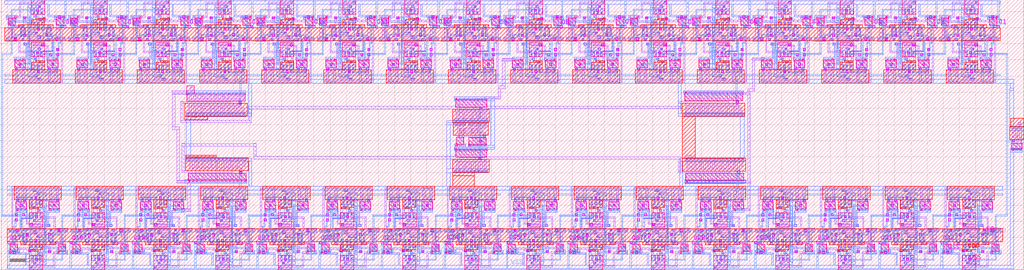
<source format=lef>
VERSION 5.7 ;
  NOWIREEXTENSIONATPIN ON ;
  DIVIDERCHAR "/" ;
  BUSBITCHARS "[]" ;
MACRO 32BR
  CLASS BLOCK ;
  FOREIGN 32BR ;
  ORIGIN 0.750 0.000 ;
  SIZE 126.720 BY 33.460 ;
  PIN VDD
    ANTENNADIFFAREA 81.137398 ;
    PORT
      LAYER nwell ;
        RECT 3.520 31.000 4.650 31.190 ;
        RECT 11.230 31.000 12.360 31.190 ;
        RECT 18.940 31.000 20.070 31.190 ;
        RECT 26.650 31.000 27.780 31.190 ;
        RECT 34.360 31.000 35.490 31.190 ;
        RECT 42.070 31.000 43.200 31.190 ;
        RECT 49.780 31.000 50.910 31.190 ;
        RECT 57.490 31.000 58.620 31.190 ;
        RECT 65.200 31.000 66.330 31.190 ;
        RECT 72.910 31.000 74.040 31.190 ;
        RECT 80.620 31.000 81.750 31.190 ;
        RECT 88.330 31.000 89.460 31.190 ;
        RECT 96.040 31.000 97.170 31.190 ;
        RECT 103.750 31.000 104.880 31.190 ;
        RECT 111.460 31.000 112.590 31.190 ;
        RECT 119.170 31.000 120.300 31.190 ;
        RECT 3.040 30.390 4.650 31.000 ;
        RECT 10.750 30.390 12.360 31.000 ;
        RECT 18.460 30.390 20.070 31.000 ;
        RECT 26.170 30.390 27.780 31.000 ;
        RECT 33.880 30.390 35.490 31.000 ;
        RECT 41.590 30.390 43.200 31.000 ;
        RECT 49.300 30.390 50.910 31.000 ;
        RECT 57.010 30.390 58.620 31.000 ;
        RECT 64.720 30.390 66.330 31.000 ;
        RECT 72.430 30.390 74.040 31.000 ;
        RECT 80.140 30.390 81.750 31.000 ;
        RECT 87.850 30.390 89.460 31.000 ;
        RECT 95.560 30.390 97.170 31.000 ;
        RECT 103.270 30.390 104.880 31.000 ;
        RECT 110.980 30.390 112.590 31.000 ;
        RECT 118.690 30.390 120.300 31.000 ;
        RECT 1.410 30.005 5.730 30.390 ;
        RECT 9.120 30.005 13.440 30.390 ;
        RECT 16.830 30.005 21.150 30.390 ;
        RECT 24.540 30.005 28.860 30.390 ;
        RECT 32.250 30.005 36.570 30.390 ;
        RECT 39.960 30.005 44.280 30.390 ;
        RECT 47.670 30.005 51.990 30.390 ;
        RECT 55.380 30.005 59.700 30.390 ;
        RECT 63.090 30.005 67.410 30.390 ;
        RECT 70.800 30.005 75.120 30.390 ;
        RECT 78.510 30.005 82.830 30.390 ;
        RECT 86.220 30.005 90.540 30.390 ;
        RECT 93.930 30.005 98.250 30.390 ;
        RECT 101.640 30.005 105.960 30.390 ;
        RECT 109.350 30.005 113.670 30.390 ;
        RECT 117.060 30.005 121.380 30.390 ;
        RECT 1.410 29.995 7.390 30.005 ;
        RECT 9.120 29.995 15.100 30.005 ;
        RECT 16.830 29.995 22.810 30.005 ;
        RECT 24.540 29.995 30.520 30.005 ;
        RECT 32.250 29.995 38.230 30.005 ;
        RECT 39.960 29.995 45.940 30.005 ;
        RECT 47.670 29.995 53.650 30.005 ;
        RECT 55.380 29.995 61.360 30.005 ;
        RECT 63.090 29.995 69.070 30.005 ;
        RECT 70.800 29.995 76.780 30.005 ;
        RECT 78.510 29.995 84.490 30.005 ;
        RECT 86.220 29.995 92.200 30.005 ;
        RECT 93.930 29.995 99.910 30.005 ;
        RECT 101.640 29.995 107.620 30.005 ;
        RECT 109.350 29.995 115.330 30.005 ;
        RECT 117.060 29.995 123.040 30.005 ;
        RECT -0.320 28.400 123.040 29.995 ;
        RECT -0.320 28.390 5.730 28.400 ;
        RECT 7.390 28.390 13.440 28.400 ;
        RECT 15.100 28.390 21.150 28.400 ;
        RECT 22.810 28.390 28.860 28.400 ;
        RECT 30.520 28.390 36.570 28.400 ;
        RECT 38.230 28.390 44.280 28.400 ;
        RECT 45.940 28.390 51.990 28.400 ;
        RECT 53.650 28.390 59.700 28.400 ;
        RECT 61.360 28.390 67.410 28.400 ;
        RECT 69.070 28.390 75.120 28.400 ;
        RECT 76.780 28.390 82.830 28.400 ;
        RECT 84.490 28.390 90.540 28.400 ;
        RECT 92.200 28.390 98.250 28.400 ;
        RECT 99.910 28.390 105.960 28.400 ;
        RECT 107.620 28.390 113.670 28.400 ;
        RECT 115.330 28.390 121.380 28.400 ;
        RECT 3.510 25.720 4.640 25.910 ;
        RECT 11.220 25.720 12.350 25.910 ;
        RECT 18.930 25.720 20.060 25.910 ;
        RECT 26.640 25.720 27.770 25.910 ;
        RECT 34.350 25.720 35.480 25.910 ;
        RECT 42.060 25.720 43.190 25.910 ;
        RECT 49.770 25.720 50.900 25.910 ;
        RECT 57.480 25.720 58.610 25.910 ;
        RECT 65.190 25.720 66.320 25.910 ;
        RECT 72.900 25.720 74.030 25.910 ;
        RECT 80.610 25.720 81.740 25.910 ;
        RECT 88.320 25.720 89.450 25.910 ;
        RECT 96.030 25.720 97.160 25.910 ;
        RECT 103.740 25.720 104.870 25.910 ;
        RECT 111.450 25.720 112.580 25.910 ;
        RECT 119.160 25.720 120.290 25.910 ;
        RECT 3.030 24.780 4.640 25.720 ;
        RECT 10.740 24.780 12.350 25.720 ;
        RECT 18.450 24.780 20.060 25.720 ;
        RECT 26.160 24.780 27.770 25.720 ;
        RECT 33.870 24.780 35.480 25.720 ;
        RECT 41.580 24.780 43.190 25.720 ;
        RECT 49.290 24.780 50.900 25.720 ;
        RECT 57.000 24.780 58.610 25.720 ;
        RECT 64.710 24.780 66.320 25.720 ;
        RECT 72.420 24.780 74.030 25.720 ;
        RECT 80.130 24.780 81.740 25.720 ;
        RECT 87.840 24.780 89.450 25.720 ;
        RECT 95.550 24.780 97.160 25.720 ;
        RECT 103.260 24.780 104.870 25.720 ;
        RECT 110.970 24.780 112.580 25.720 ;
        RECT 118.680 24.780 120.290 25.720 ;
        RECT 0.700 23.110 6.540 24.780 ;
        RECT 8.410 23.110 14.250 24.780 ;
        RECT 16.120 23.110 21.960 24.780 ;
        RECT 23.830 23.110 29.670 24.780 ;
        RECT 31.540 23.110 37.380 24.780 ;
        RECT 39.250 23.110 45.090 24.780 ;
        RECT 46.960 23.110 52.800 24.780 ;
        RECT 54.670 23.110 60.510 24.780 ;
        RECT 62.380 23.110 68.220 24.780 ;
        RECT 70.090 23.110 75.930 24.780 ;
        RECT 77.800 23.110 83.640 24.780 ;
        RECT 85.510 23.110 91.350 24.780 ;
        RECT 93.220 23.110 99.060 24.780 ;
        RECT 100.930 23.110 106.770 24.780 ;
        RECT 108.640 23.110 114.480 24.780 ;
        RECT 116.350 23.110 122.190 24.780 ;
        RECT 22.010 19.010 29.750 20.615 ;
        RECT 22.010 18.570 24.830 19.010 ;
        RECT 55.220 18.270 59.740 19.875 ;
        RECT 83.670 19.040 91.410 20.645 ;
        RECT 55.260 16.685 59.600 18.270 ;
        RECT 56.920 16.675 59.600 16.685 ;
        RECT 22.150 13.990 25.890 14.190 ;
        RECT 22.140 13.860 25.890 13.990 ;
        RECT 22.140 12.255 29.880 13.860 ;
        RECT 83.670 13.830 85.275 19.040 ;
        RECT 124.365 17.720 125.970 18.780 ;
        RECT 124.210 16.115 125.970 17.720 ;
        RECT 55.200 12.060 59.720 13.665 ;
        RECT 83.670 12.230 91.540 13.830 ;
        RECT 83.800 12.225 91.540 12.230 ;
        RECT 55.200 11.625 57.880 12.060 ;
        RECT 55.190 10.350 57.880 11.625 ;
        RECT 0.850 8.680 6.690 10.350 ;
        RECT 8.560 8.680 14.400 10.350 ;
        RECT 16.270 8.680 22.110 10.350 ;
        RECT 23.980 8.680 29.820 10.350 ;
        RECT 31.690 8.680 37.530 10.350 ;
        RECT 39.400 8.680 45.240 10.350 ;
        RECT 47.110 8.680 52.950 10.350 ;
        RECT 54.820 8.680 60.660 10.350 ;
        RECT 62.530 8.680 68.370 10.350 ;
        RECT 70.240 8.680 76.080 10.350 ;
        RECT 77.950 8.680 83.790 10.350 ;
        RECT 85.660 8.680 91.500 10.350 ;
        RECT 93.370 8.680 99.210 10.350 ;
        RECT 101.080 8.680 106.920 10.350 ;
        RECT 108.790 8.680 114.630 10.350 ;
        RECT 116.500 8.680 122.340 10.350 ;
        RECT 2.750 7.740 4.360 8.680 ;
        RECT 10.460 7.740 12.070 8.680 ;
        RECT 18.170 7.740 19.780 8.680 ;
        RECT 25.880 7.740 27.490 8.680 ;
        RECT 33.590 7.740 35.200 8.680 ;
        RECT 41.300 7.740 42.910 8.680 ;
        RECT 49.010 7.740 50.620 8.680 ;
        RECT 56.720 7.740 58.330 8.680 ;
        RECT 64.430 7.740 66.040 8.680 ;
        RECT 72.140 7.740 73.750 8.680 ;
        RECT 79.850 7.740 81.460 8.680 ;
        RECT 87.560 7.740 89.170 8.680 ;
        RECT 95.270 7.740 96.880 8.680 ;
        RECT 102.980 7.740 104.590 8.680 ;
        RECT 110.690 7.740 112.300 8.680 ;
        RECT 118.400 7.740 120.010 8.680 ;
        RECT 2.750 7.550 3.880 7.740 ;
        RECT 10.460 7.550 11.590 7.740 ;
        RECT 18.170 7.550 19.300 7.740 ;
        RECT 25.880 7.550 27.010 7.740 ;
        RECT 33.590 7.550 34.720 7.740 ;
        RECT 41.300 7.550 42.430 7.740 ;
        RECT 49.010 7.550 50.140 7.740 ;
        RECT 56.720 7.550 57.850 7.740 ;
        RECT 64.430 7.550 65.560 7.740 ;
        RECT 72.140 7.550 73.270 7.740 ;
        RECT 79.850 7.550 80.980 7.740 ;
        RECT 87.560 7.550 88.690 7.740 ;
        RECT 95.270 7.550 96.400 7.740 ;
        RECT 102.980 7.550 104.110 7.740 ;
        RECT 110.690 7.550 111.820 7.740 ;
        RECT 118.400 7.550 119.530 7.740 ;
        RECT 1.660 5.060 7.710 5.070 ;
        RECT 9.370 5.060 15.420 5.070 ;
        RECT 17.080 5.060 23.130 5.070 ;
        RECT 24.790 5.060 30.840 5.070 ;
        RECT 32.500 5.060 38.550 5.070 ;
        RECT 40.210 5.060 46.260 5.070 ;
        RECT 47.920 5.060 53.970 5.070 ;
        RECT 55.630 5.060 61.680 5.070 ;
        RECT 63.340 5.060 69.390 5.070 ;
        RECT 71.050 5.060 77.100 5.070 ;
        RECT 78.760 5.060 84.810 5.070 ;
        RECT 86.470 5.060 92.520 5.070 ;
        RECT 94.180 5.060 100.230 5.070 ;
        RECT 101.890 5.060 107.940 5.070 ;
        RECT 109.600 5.060 115.650 5.070 ;
        RECT 117.310 5.060 123.360 5.070 ;
        RECT 0.000 3.465 123.360 5.060 ;
        RECT 0.000 3.455 5.980 3.465 ;
        RECT 7.710 3.455 13.690 3.465 ;
        RECT 15.420 3.455 21.400 3.465 ;
        RECT 23.130 3.455 29.110 3.465 ;
        RECT 30.840 3.455 36.820 3.465 ;
        RECT 38.550 3.455 44.530 3.465 ;
        RECT 46.260 3.455 52.240 3.465 ;
        RECT 53.970 3.455 59.950 3.465 ;
        RECT 61.680 3.455 67.660 3.465 ;
        RECT 69.390 3.455 75.370 3.465 ;
        RECT 77.100 3.455 83.080 3.465 ;
        RECT 84.810 3.455 90.790 3.465 ;
        RECT 92.520 3.455 98.500 3.465 ;
        RECT 100.230 3.455 106.210 3.465 ;
        RECT 107.940 3.455 113.920 3.465 ;
        RECT 115.650 3.455 121.630 3.465 ;
        RECT 1.660 3.070 5.980 3.455 ;
        RECT 9.370 3.070 13.690 3.455 ;
        RECT 17.080 3.070 21.400 3.455 ;
        RECT 24.790 3.070 29.110 3.455 ;
        RECT 32.500 3.070 36.820 3.455 ;
        RECT 40.210 3.070 44.530 3.455 ;
        RECT 47.920 3.070 52.240 3.455 ;
        RECT 55.630 3.070 59.950 3.455 ;
        RECT 63.340 3.070 67.660 3.455 ;
        RECT 71.050 3.070 75.370 3.455 ;
        RECT 78.760 3.070 83.080 3.455 ;
        RECT 86.470 3.070 90.790 3.455 ;
        RECT 94.180 3.070 98.500 3.455 ;
        RECT 101.890 3.070 106.210 3.455 ;
        RECT 109.600 3.070 113.920 3.455 ;
        RECT 117.310 3.070 121.630 3.455 ;
        RECT 2.740 2.460 4.350 3.070 ;
        RECT 10.450 2.460 12.060 3.070 ;
        RECT 18.160 2.460 19.770 3.070 ;
        RECT 25.870 2.460 27.480 3.070 ;
        RECT 33.580 2.460 35.190 3.070 ;
        RECT 41.290 2.460 42.900 3.070 ;
        RECT 49.000 2.460 50.610 3.070 ;
        RECT 56.710 2.460 58.320 3.070 ;
        RECT 64.420 2.460 66.030 3.070 ;
        RECT 72.130 2.460 73.740 3.070 ;
        RECT 79.840 2.460 81.450 3.070 ;
        RECT 87.550 2.460 89.160 3.070 ;
        RECT 95.260 2.460 96.870 3.070 ;
        RECT 102.970 2.460 104.580 3.070 ;
        RECT 110.680 2.460 112.290 3.070 ;
        RECT 118.390 2.460 120.000 3.070 ;
        RECT 2.740 2.270 3.870 2.460 ;
        RECT 10.450 2.270 11.580 2.460 ;
        RECT 18.160 2.270 19.290 2.460 ;
        RECT 25.870 2.270 27.000 2.460 ;
        RECT 33.580 2.270 34.710 2.460 ;
        RECT 41.290 2.270 42.420 2.460 ;
        RECT 49.000 2.270 50.130 2.460 ;
        RECT 56.710 2.270 57.840 2.460 ;
        RECT 64.420 2.270 65.550 2.460 ;
        RECT 72.130 2.270 73.260 2.460 ;
        RECT 79.840 2.270 80.970 2.460 ;
        RECT 87.550 2.270 88.680 2.460 ;
        RECT 95.260 2.270 96.390 2.460 ;
        RECT 102.970 2.270 104.100 2.460 ;
        RECT 110.680 2.270 111.810 2.460 ;
        RECT 118.390 2.270 119.520 2.460 ;
      LAYER li1 ;
        RECT 0.700 28.665 0.910 29.805 ;
        RECT 2.090 29.090 2.260 29.910 ;
        RECT 4.880 29.090 5.050 29.910 ;
        RECT 2.090 28.870 5.060 29.090 ;
        RECT -0.130 28.495 1.250 28.665 ;
        RECT 2.820 28.550 4.230 28.870 ;
        RECT 6.650 28.675 6.860 29.815 ;
        RECT 3.660 28.540 4.230 28.550 ;
        RECT 5.820 28.505 7.200 28.675 ;
        RECT 8.410 28.665 8.620 29.805 ;
        RECT 9.800 29.090 9.970 29.910 ;
        RECT 12.590 29.090 12.760 29.910 ;
        RECT 9.800 28.870 12.770 29.090 ;
        RECT 0.985 23.435 1.315 24.575 ;
        RECT 2.810 23.435 4.220 23.810 ;
        RECT 5.055 23.435 5.385 24.575 ;
        RECT 0.890 23.430 6.340 23.435 ;
        RECT 6.685 23.430 6.855 28.505 ;
        RECT 7.580 28.495 8.960 28.665 ;
        RECT 10.530 28.550 11.940 28.870 ;
        RECT 14.360 28.675 14.570 29.815 ;
        RECT 11.370 28.540 11.940 28.550 ;
        RECT 13.530 28.505 14.910 28.675 ;
        RECT 16.120 28.665 16.330 29.805 ;
        RECT 17.510 29.090 17.680 29.910 ;
        RECT 20.300 29.090 20.470 29.910 ;
        RECT 17.510 28.870 20.480 29.090 ;
        RECT 8.695 23.435 9.025 24.575 ;
        RECT 10.520 23.435 11.930 23.810 ;
        RECT 12.765 23.435 13.095 24.575 ;
        RECT 0.890 23.265 6.855 23.430 ;
        RECT 8.600 23.430 14.050 23.435 ;
        RECT 14.395 23.430 14.565 28.505 ;
        RECT 15.290 28.495 16.670 28.665 ;
        RECT 18.240 28.550 19.650 28.870 ;
        RECT 22.070 28.675 22.280 29.815 ;
        RECT 19.080 28.540 19.650 28.550 ;
        RECT 21.240 28.505 22.620 28.675 ;
        RECT 23.830 28.665 24.040 29.805 ;
        RECT 25.220 29.090 25.390 29.910 ;
        RECT 28.010 29.090 28.180 29.910 ;
        RECT 25.220 28.870 28.190 29.090 ;
        RECT 16.405 23.435 16.735 24.575 ;
        RECT 18.230 23.435 19.640 23.810 ;
        RECT 20.475 23.435 20.805 24.575 ;
        RECT 8.600 23.265 14.565 23.430 ;
        RECT 16.310 23.430 21.760 23.435 ;
        RECT 22.105 23.430 22.275 28.505 ;
        RECT 23.000 28.495 24.380 28.665 ;
        RECT 25.950 28.550 27.360 28.870 ;
        RECT 29.780 28.675 29.990 29.815 ;
        RECT 26.790 28.540 27.360 28.550 ;
        RECT 28.950 28.505 30.330 28.675 ;
        RECT 31.540 28.665 31.750 29.805 ;
        RECT 32.930 29.090 33.100 29.910 ;
        RECT 35.720 29.090 35.890 29.910 ;
        RECT 32.930 28.870 35.900 29.090 ;
        RECT 24.115 23.435 24.445 24.575 ;
        RECT 25.940 23.435 27.350 23.810 ;
        RECT 28.185 23.435 28.515 24.575 ;
        RECT 16.310 23.265 22.275 23.430 ;
        RECT 24.020 23.430 29.470 23.435 ;
        RECT 29.815 23.430 29.985 28.505 ;
        RECT 30.710 28.495 32.090 28.665 ;
        RECT 33.660 28.550 35.070 28.870 ;
        RECT 37.490 28.675 37.700 29.815 ;
        RECT 34.500 28.540 35.070 28.550 ;
        RECT 36.660 28.505 38.040 28.675 ;
        RECT 39.250 28.665 39.460 29.805 ;
        RECT 40.640 29.090 40.810 29.910 ;
        RECT 43.430 29.090 43.600 29.910 ;
        RECT 40.640 28.870 43.610 29.090 ;
        RECT 31.825 23.435 32.155 24.575 ;
        RECT 33.650 23.435 35.060 23.810 ;
        RECT 35.895 23.435 36.225 24.575 ;
        RECT 24.020 23.265 29.985 23.430 ;
        RECT 31.730 23.430 37.180 23.435 ;
        RECT 37.525 23.430 37.695 28.505 ;
        RECT 38.420 28.495 39.800 28.665 ;
        RECT 41.370 28.550 42.780 28.870 ;
        RECT 45.200 28.675 45.410 29.815 ;
        RECT 42.210 28.540 42.780 28.550 ;
        RECT 44.370 28.505 45.750 28.675 ;
        RECT 46.960 28.665 47.170 29.805 ;
        RECT 48.350 29.090 48.520 29.910 ;
        RECT 51.140 29.090 51.310 29.910 ;
        RECT 48.350 28.870 51.320 29.090 ;
        RECT 39.535 23.435 39.865 24.575 ;
        RECT 41.360 23.435 42.770 23.810 ;
        RECT 43.605 23.435 43.935 24.575 ;
        RECT 31.730 23.265 37.695 23.430 ;
        RECT 39.440 23.430 44.890 23.435 ;
        RECT 45.235 23.430 45.405 28.505 ;
        RECT 46.130 28.495 47.510 28.665 ;
        RECT 49.080 28.550 50.490 28.870 ;
        RECT 52.910 28.675 53.120 29.815 ;
        RECT 49.920 28.540 50.490 28.550 ;
        RECT 52.080 28.505 53.460 28.675 ;
        RECT 54.670 28.665 54.880 29.805 ;
        RECT 56.060 29.090 56.230 29.910 ;
        RECT 58.850 29.090 59.020 29.910 ;
        RECT 56.060 28.870 59.030 29.090 ;
        RECT 47.245 23.435 47.575 24.575 ;
        RECT 49.070 23.435 50.480 23.810 ;
        RECT 51.315 23.435 51.645 24.575 ;
        RECT 39.440 23.265 45.405 23.430 ;
        RECT 47.150 23.430 52.600 23.435 ;
        RECT 52.945 23.430 53.115 28.505 ;
        RECT 53.840 28.495 55.220 28.665 ;
        RECT 56.790 28.550 58.200 28.870 ;
        RECT 60.620 28.675 60.830 29.815 ;
        RECT 57.630 28.540 58.200 28.550 ;
        RECT 59.790 28.505 61.170 28.675 ;
        RECT 62.380 28.665 62.590 29.805 ;
        RECT 63.770 29.090 63.940 29.910 ;
        RECT 66.560 29.090 66.730 29.910 ;
        RECT 63.770 28.870 66.740 29.090 ;
        RECT 54.955 23.435 55.285 24.575 ;
        RECT 56.780 23.435 58.190 23.810 ;
        RECT 59.025 23.435 59.355 24.575 ;
        RECT 47.150 23.265 53.115 23.430 ;
        RECT 54.860 23.430 60.310 23.435 ;
        RECT 60.655 23.430 60.825 28.505 ;
        RECT 61.550 28.495 62.930 28.665 ;
        RECT 64.500 28.550 65.910 28.870 ;
        RECT 68.330 28.675 68.540 29.815 ;
        RECT 65.340 28.540 65.910 28.550 ;
        RECT 67.500 28.505 68.880 28.675 ;
        RECT 70.090 28.665 70.300 29.805 ;
        RECT 71.480 29.090 71.650 29.910 ;
        RECT 74.270 29.090 74.440 29.910 ;
        RECT 71.480 28.870 74.450 29.090 ;
        RECT 62.665 23.435 62.995 24.575 ;
        RECT 64.490 23.435 65.900 23.810 ;
        RECT 66.735 23.435 67.065 24.575 ;
        RECT 54.860 23.265 60.825 23.430 ;
        RECT 62.570 23.430 68.020 23.435 ;
        RECT 68.365 23.430 68.535 28.505 ;
        RECT 69.260 28.495 70.640 28.665 ;
        RECT 72.210 28.550 73.620 28.870 ;
        RECT 76.040 28.675 76.250 29.815 ;
        RECT 73.050 28.540 73.620 28.550 ;
        RECT 75.210 28.505 76.590 28.675 ;
        RECT 77.800 28.665 78.010 29.805 ;
        RECT 79.190 29.090 79.360 29.910 ;
        RECT 81.980 29.090 82.150 29.910 ;
        RECT 79.190 28.870 82.160 29.090 ;
        RECT 70.375 23.435 70.705 24.575 ;
        RECT 72.200 23.435 73.610 23.810 ;
        RECT 74.445 23.435 74.775 24.575 ;
        RECT 62.570 23.265 68.535 23.430 ;
        RECT 70.280 23.430 75.730 23.435 ;
        RECT 76.075 23.430 76.245 28.505 ;
        RECT 76.970 28.495 78.350 28.665 ;
        RECT 79.920 28.550 81.330 28.870 ;
        RECT 83.750 28.675 83.960 29.815 ;
        RECT 80.760 28.540 81.330 28.550 ;
        RECT 82.920 28.505 84.300 28.675 ;
        RECT 85.510 28.665 85.720 29.805 ;
        RECT 86.900 29.090 87.070 29.910 ;
        RECT 89.690 29.090 89.860 29.910 ;
        RECT 86.900 28.870 89.870 29.090 ;
        RECT 78.085 23.435 78.415 24.575 ;
        RECT 79.910 23.435 81.320 23.810 ;
        RECT 82.155 23.435 82.485 24.575 ;
        RECT 70.280 23.265 76.245 23.430 ;
        RECT 77.990 23.430 83.440 23.435 ;
        RECT 83.785 23.430 83.955 28.505 ;
        RECT 84.680 28.495 86.060 28.665 ;
        RECT 87.630 28.550 89.040 28.870 ;
        RECT 91.460 28.675 91.670 29.815 ;
        RECT 88.470 28.540 89.040 28.550 ;
        RECT 90.630 28.505 92.010 28.675 ;
        RECT 93.220 28.665 93.430 29.805 ;
        RECT 94.610 29.090 94.780 29.910 ;
        RECT 97.400 29.090 97.570 29.910 ;
        RECT 94.610 28.870 97.580 29.090 ;
        RECT 85.795 23.435 86.125 24.575 ;
        RECT 87.620 23.435 89.030 23.810 ;
        RECT 89.865 23.435 90.195 24.575 ;
        RECT 77.990 23.265 83.955 23.430 ;
        RECT 85.700 23.430 91.150 23.435 ;
        RECT 91.495 23.430 91.665 28.505 ;
        RECT 92.390 28.495 93.770 28.665 ;
        RECT 95.340 28.550 96.750 28.870 ;
        RECT 99.170 28.675 99.380 29.815 ;
        RECT 96.180 28.540 96.750 28.550 ;
        RECT 98.340 28.505 99.720 28.675 ;
        RECT 100.930 28.665 101.140 29.805 ;
        RECT 102.320 29.090 102.490 29.910 ;
        RECT 105.110 29.090 105.280 29.910 ;
        RECT 102.320 28.870 105.290 29.090 ;
        RECT 93.505 23.435 93.835 24.575 ;
        RECT 95.330 23.435 96.740 23.810 ;
        RECT 97.575 23.435 97.905 24.575 ;
        RECT 85.700 23.265 91.665 23.430 ;
        RECT 93.410 23.430 98.860 23.435 ;
        RECT 99.205 23.430 99.375 28.505 ;
        RECT 100.100 28.495 101.480 28.665 ;
        RECT 103.050 28.550 104.460 28.870 ;
        RECT 106.880 28.675 107.090 29.815 ;
        RECT 103.890 28.540 104.460 28.550 ;
        RECT 106.050 28.505 107.430 28.675 ;
        RECT 108.640 28.665 108.850 29.805 ;
        RECT 110.030 29.090 110.200 29.910 ;
        RECT 112.820 29.090 112.990 29.910 ;
        RECT 110.030 28.870 113.000 29.090 ;
        RECT 101.215 23.435 101.545 24.575 ;
        RECT 103.040 23.435 104.450 23.810 ;
        RECT 105.285 23.435 105.615 24.575 ;
        RECT 93.410 23.265 99.375 23.430 ;
        RECT 101.120 23.430 106.570 23.435 ;
        RECT 106.915 23.430 107.085 28.505 ;
        RECT 107.810 28.495 109.190 28.665 ;
        RECT 110.760 28.550 112.170 28.870 ;
        RECT 114.590 28.675 114.800 29.815 ;
        RECT 111.600 28.540 112.170 28.550 ;
        RECT 113.760 28.505 115.140 28.675 ;
        RECT 116.350 28.665 116.560 29.805 ;
        RECT 117.740 29.090 117.910 29.910 ;
        RECT 120.530 29.090 120.700 29.910 ;
        RECT 117.740 28.870 120.710 29.090 ;
        RECT 108.925 23.435 109.255 24.575 ;
        RECT 110.750 23.435 112.160 23.810 ;
        RECT 112.995 23.435 113.325 24.575 ;
        RECT 101.120 23.265 107.085 23.430 ;
        RECT 108.830 23.430 114.280 23.435 ;
        RECT 114.625 23.430 114.795 28.505 ;
        RECT 115.520 28.495 116.900 28.665 ;
        RECT 118.470 28.550 119.880 28.870 ;
        RECT 122.300 28.675 122.510 29.815 ;
        RECT 119.310 28.540 119.880 28.550 ;
        RECT 121.470 28.505 122.850 28.675 ;
        RECT 116.635 23.435 116.965 24.575 ;
        RECT 118.460 23.435 119.870 23.810 ;
        RECT 120.705 23.435 121.035 24.575 ;
        RECT 108.830 23.265 114.795 23.430 ;
        RECT 116.540 23.430 121.990 23.435 ;
        RECT 122.335 23.430 122.505 28.505 ;
        RECT 116.540 23.265 122.505 23.430 ;
        RECT 2.270 23.260 4.220 23.265 ;
        RECT 6.240 23.260 6.855 23.265 ;
        RECT 9.980 23.260 11.930 23.265 ;
        RECT 13.950 23.260 14.565 23.265 ;
        RECT 17.690 23.260 19.640 23.265 ;
        RECT 21.660 23.260 22.275 23.265 ;
        RECT 25.400 23.260 27.350 23.265 ;
        RECT 29.370 23.260 29.985 23.265 ;
        RECT 33.110 23.260 35.060 23.265 ;
        RECT 37.080 23.260 37.695 23.265 ;
        RECT 40.820 23.260 42.770 23.265 ;
        RECT 44.790 23.260 45.405 23.265 ;
        RECT 48.530 23.260 50.480 23.265 ;
        RECT 52.500 23.260 53.115 23.265 ;
        RECT 56.240 23.260 58.190 23.265 ;
        RECT 60.210 23.260 60.825 23.265 ;
        RECT 63.950 23.260 65.900 23.265 ;
        RECT 67.920 23.260 68.535 23.265 ;
        RECT 71.660 23.260 73.610 23.265 ;
        RECT 75.630 23.260 76.245 23.265 ;
        RECT 79.370 23.260 81.320 23.265 ;
        RECT 83.340 23.260 83.955 23.265 ;
        RECT 87.080 23.260 89.030 23.265 ;
        RECT 91.050 23.260 91.665 23.265 ;
        RECT 94.790 23.260 96.740 23.265 ;
        RECT 98.760 23.260 99.375 23.265 ;
        RECT 102.500 23.260 104.450 23.265 ;
        RECT 106.470 23.260 107.085 23.265 ;
        RECT 110.210 23.260 112.160 23.265 ;
        RECT 114.180 23.260 114.795 23.265 ;
        RECT 117.920 23.260 119.870 23.265 ;
        RECT 121.890 23.260 122.505 23.265 ;
        RECT 22.400 19.285 22.610 20.435 ;
        RECT 23.280 19.285 23.450 20.085 ;
        RECT 24.120 19.285 24.290 20.085 ;
        RECT 24.960 19.285 25.130 20.085 ;
        RECT 25.800 19.285 25.970 20.085 ;
        RECT 26.640 19.285 26.810 20.085 ;
        RECT 27.480 19.285 27.650 20.085 ;
        RECT 28.320 19.285 28.490 20.085 ;
        RECT 29.160 19.285 29.370 20.085 ;
        RECT 22.200 19.115 29.560 19.285 ;
        RECT 23.040 18.880 23.550 19.115 ;
        RECT 55.665 18.545 55.920 19.345 ;
        RECT 56.590 18.545 56.760 19.345 ;
        RECT 57.430 18.545 57.600 19.345 ;
        RECT 58.270 18.545 58.440 19.345 ;
        RECT 59.110 18.545 59.410 19.345 ;
        RECT 84.060 19.315 84.270 20.465 ;
        RECT 84.940 19.315 85.110 20.115 ;
        RECT 85.780 19.315 85.950 20.115 ;
        RECT 86.620 19.315 86.790 20.115 ;
        RECT 87.460 19.315 87.630 20.115 ;
        RECT 88.300 19.315 88.470 20.115 ;
        RECT 89.140 19.315 89.310 20.115 ;
        RECT 89.980 19.315 90.150 20.115 ;
        RECT 90.820 19.315 91.030 20.115 ;
        RECT 83.860 19.145 91.220 19.315 ;
        RECT 55.410 18.375 59.550 18.545 ;
        RECT 55.450 18.015 56.830 18.185 ;
        RECT 55.790 16.875 56.000 18.015 ;
        RECT 57.110 18.005 59.410 18.175 ;
        RECT 125.280 18.020 125.620 18.270 ;
        RECT 57.240 17.580 57.505 18.005 ;
        RECT 56.670 16.880 57.505 17.580 ;
        RECT 58.175 17.205 58.345 18.005 ;
        RECT 59.015 17.545 59.225 18.005 ;
        RECT 125.280 17.615 125.450 18.020 ;
        RECT 124.400 17.445 125.780 17.615 ;
        RECT 56.770 16.870 57.505 16.880 ;
        RECT 57.240 16.865 57.505 16.870 ;
        RECT 124.925 16.685 125.255 17.445 ;
        RECT 23.240 13.755 23.750 13.940 ;
        RECT 22.330 13.585 29.690 13.755 ;
        RECT 84.190 13.725 84.770 14.190 ;
        RECT 22.530 12.435 22.740 13.585 ;
        RECT 23.410 12.785 23.580 13.585 ;
        RECT 24.250 12.785 24.420 13.585 ;
        RECT 25.090 12.785 25.260 13.585 ;
        RECT 25.930 12.785 26.100 13.585 ;
        RECT 26.770 12.785 26.940 13.585 ;
        RECT 27.610 12.785 27.780 13.585 ;
        RECT 28.450 12.785 28.620 13.585 ;
        RECT 29.290 12.785 29.500 13.585 ;
        RECT 83.990 13.555 91.350 13.725 ;
        RECT 55.645 12.335 55.900 13.135 ;
        RECT 56.570 12.335 56.740 13.135 ;
        RECT 57.410 12.335 57.580 13.135 ;
        RECT 58.250 12.335 58.420 13.135 ;
        RECT 59.090 12.335 59.390 13.135 ;
        RECT 84.190 12.405 84.400 13.555 ;
        RECT 85.070 12.755 85.240 13.555 ;
        RECT 85.910 12.755 86.080 13.555 ;
        RECT 86.750 12.755 86.920 13.555 ;
        RECT 87.590 12.755 87.760 13.555 ;
        RECT 88.430 12.755 88.600 13.555 ;
        RECT 89.270 12.755 89.440 13.555 ;
        RECT 90.110 12.755 90.280 13.555 ;
        RECT 90.950 12.755 91.160 13.555 ;
        RECT 55.390 12.165 59.530 12.335 ;
        RECT 0.535 10.195 1.150 10.200 ;
        RECT 3.170 10.195 5.120 10.200 ;
        RECT 8.245 10.195 8.860 10.200 ;
        RECT 10.880 10.195 12.830 10.200 ;
        RECT 15.955 10.195 16.570 10.200 ;
        RECT 18.590 10.195 20.540 10.200 ;
        RECT 23.665 10.195 24.280 10.200 ;
        RECT 26.300 10.195 28.250 10.200 ;
        RECT 31.375 10.195 31.990 10.200 ;
        RECT 34.010 10.195 35.960 10.200 ;
        RECT 39.085 10.195 39.700 10.200 ;
        RECT 41.720 10.195 43.670 10.200 ;
        RECT 46.795 10.195 47.410 10.200 ;
        RECT 49.430 10.195 51.380 10.200 ;
        RECT 54.505 10.195 55.120 10.200 ;
        RECT 57.140 10.195 59.090 10.200 ;
        RECT 62.215 10.195 62.830 10.200 ;
        RECT 64.850 10.195 66.800 10.200 ;
        RECT 69.925 10.195 70.540 10.200 ;
        RECT 72.560 10.195 74.510 10.200 ;
        RECT 77.635 10.195 78.250 10.200 ;
        RECT 80.270 10.195 82.220 10.200 ;
        RECT 85.345 10.195 85.960 10.200 ;
        RECT 87.980 10.195 89.930 10.200 ;
        RECT 93.055 10.195 93.670 10.200 ;
        RECT 95.690 10.195 97.640 10.200 ;
        RECT 100.765 10.195 101.380 10.200 ;
        RECT 103.400 10.195 105.350 10.200 ;
        RECT 108.475 10.195 109.090 10.200 ;
        RECT 111.110 10.195 113.060 10.200 ;
        RECT 116.185 10.195 116.800 10.200 ;
        RECT 118.820 10.195 120.770 10.200 ;
        RECT 0.535 10.030 6.500 10.195 ;
        RECT 0.535 4.955 0.705 10.030 ;
        RECT 1.050 10.025 6.500 10.030 ;
        RECT 8.245 10.030 14.210 10.195 ;
        RECT 2.005 8.885 2.335 10.025 ;
        RECT 3.170 9.650 4.580 10.025 ;
        RECT 6.075 8.885 6.405 10.025 ;
        RECT 0.190 4.785 1.570 4.955 ;
        RECT 3.160 4.910 3.730 4.920 ;
        RECT 0.530 3.645 0.740 4.785 ;
        RECT 3.160 4.590 4.570 4.910 ;
        RECT 6.140 4.795 7.520 4.965 ;
        RECT 8.245 4.955 8.415 10.030 ;
        RECT 8.760 10.025 14.210 10.030 ;
        RECT 15.955 10.030 21.920 10.195 ;
        RECT 9.715 8.885 10.045 10.025 ;
        RECT 10.880 9.650 12.290 10.025 ;
        RECT 13.785 8.885 14.115 10.025 ;
        RECT 2.330 4.370 5.300 4.590 ;
        RECT 2.340 3.550 2.510 4.370 ;
        RECT 5.130 3.550 5.300 4.370 ;
        RECT 6.480 3.655 6.690 4.795 ;
        RECT 7.900 4.785 9.280 4.955 ;
        RECT 10.870 4.910 11.440 4.920 ;
        RECT 8.240 3.645 8.450 4.785 ;
        RECT 10.870 4.590 12.280 4.910 ;
        RECT 13.850 4.795 15.230 4.965 ;
        RECT 15.955 4.955 16.125 10.030 ;
        RECT 16.470 10.025 21.920 10.030 ;
        RECT 23.665 10.030 29.630 10.195 ;
        RECT 17.425 8.885 17.755 10.025 ;
        RECT 18.590 9.650 20.000 10.025 ;
        RECT 21.495 8.885 21.825 10.025 ;
        RECT 10.040 4.370 13.010 4.590 ;
        RECT 10.050 3.550 10.220 4.370 ;
        RECT 12.840 3.550 13.010 4.370 ;
        RECT 14.190 3.655 14.400 4.795 ;
        RECT 15.610 4.785 16.990 4.955 ;
        RECT 18.580 4.910 19.150 4.920 ;
        RECT 15.950 3.645 16.160 4.785 ;
        RECT 18.580 4.590 19.990 4.910 ;
        RECT 21.560 4.795 22.940 4.965 ;
        RECT 23.665 4.955 23.835 10.030 ;
        RECT 24.180 10.025 29.630 10.030 ;
        RECT 31.375 10.030 37.340 10.195 ;
        RECT 25.135 8.885 25.465 10.025 ;
        RECT 26.300 9.650 27.710 10.025 ;
        RECT 29.205 8.885 29.535 10.025 ;
        RECT 17.750 4.370 20.720 4.590 ;
        RECT 17.760 3.550 17.930 4.370 ;
        RECT 20.550 3.550 20.720 4.370 ;
        RECT 21.900 3.655 22.110 4.795 ;
        RECT 23.320 4.785 24.700 4.955 ;
        RECT 26.290 4.910 26.860 4.920 ;
        RECT 23.660 3.645 23.870 4.785 ;
        RECT 26.290 4.590 27.700 4.910 ;
        RECT 29.270 4.795 30.650 4.965 ;
        RECT 31.375 4.955 31.545 10.030 ;
        RECT 31.890 10.025 37.340 10.030 ;
        RECT 39.085 10.030 45.050 10.195 ;
        RECT 32.845 8.885 33.175 10.025 ;
        RECT 34.010 9.650 35.420 10.025 ;
        RECT 36.915 8.885 37.245 10.025 ;
        RECT 25.460 4.370 28.430 4.590 ;
        RECT 25.470 3.550 25.640 4.370 ;
        RECT 28.260 3.550 28.430 4.370 ;
        RECT 29.610 3.655 29.820 4.795 ;
        RECT 31.030 4.785 32.410 4.955 ;
        RECT 34.000 4.910 34.570 4.920 ;
        RECT 31.370 3.645 31.580 4.785 ;
        RECT 34.000 4.590 35.410 4.910 ;
        RECT 36.980 4.795 38.360 4.965 ;
        RECT 39.085 4.955 39.255 10.030 ;
        RECT 39.600 10.025 45.050 10.030 ;
        RECT 46.795 10.030 52.760 10.195 ;
        RECT 40.555 8.885 40.885 10.025 ;
        RECT 41.720 9.650 43.130 10.025 ;
        RECT 44.625 8.885 44.955 10.025 ;
        RECT 33.170 4.370 36.140 4.590 ;
        RECT 33.180 3.550 33.350 4.370 ;
        RECT 35.970 3.550 36.140 4.370 ;
        RECT 37.320 3.655 37.530 4.795 ;
        RECT 38.740 4.785 40.120 4.955 ;
        RECT 41.710 4.910 42.280 4.920 ;
        RECT 39.080 3.645 39.290 4.785 ;
        RECT 41.710 4.590 43.120 4.910 ;
        RECT 44.690 4.795 46.070 4.965 ;
        RECT 46.795 4.955 46.965 10.030 ;
        RECT 47.310 10.025 52.760 10.030 ;
        RECT 54.505 10.030 60.470 10.195 ;
        RECT 48.265 8.885 48.595 10.025 ;
        RECT 49.430 9.650 50.840 10.025 ;
        RECT 52.335 8.885 52.665 10.025 ;
        RECT 40.880 4.370 43.850 4.590 ;
        RECT 40.890 3.550 41.060 4.370 ;
        RECT 43.680 3.550 43.850 4.370 ;
        RECT 45.030 3.655 45.240 4.795 ;
        RECT 46.450 4.785 47.830 4.955 ;
        RECT 49.420 4.910 49.990 4.920 ;
        RECT 46.790 3.645 47.000 4.785 ;
        RECT 49.420 4.590 50.830 4.910 ;
        RECT 52.400 4.795 53.780 4.965 ;
        RECT 54.505 4.955 54.675 10.030 ;
        RECT 55.020 10.025 60.470 10.030 ;
        RECT 62.215 10.030 68.180 10.195 ;
        RECT 55.975 8.885 56.305 10.025 ;
        RECT 57.140 9.650 58.550 10.025 ;
        RECT 60.045 8.885 60.375 10.025 ;
        RECT 48.590 4.370 51.560 4.590 ;
        RECT 48.600 3.550 48.770 4.370 ;
        RECT 51.390 3.550 51.560 4.370 ;
        RECT 52.740 3.655 52.950 4.795 ;
        RECT 54.160 4.785 55.540 4.955 ;
        RECT 57.130 4.910 57.700 4.920 ;
        RECT 54.500 3.645 54.710 4.785 ;
        RECT 57.130 4.590 58.540 4.910 ;
        RECT 60.110 4.795 61.490 4.965 ;
        RECT 62.215 4.955 62.385 10.030 ;
        RECT 62.730 10.025 68.180 10.030 ;
        RECT 69.925 10.030 75.890 10.195 ;
        RECT 63.685 8.885 64.015 10.025 ;
        RECT 64.850 9.650 66.260 10.025 ;
        RECT 67.755 8.885 68.085 10.025 ;
        RECT 56.300 4.370 59.270 4.590 ;
        RECT 56.310 3.550 56.480 4.370 ;
        RECT 59.100 3.550 59.270 4.370 ;
        RECT 60.450 3.655 60.660 4.795 ;
        RECT 61.870 4.785 63.250 4.955 ;
        RECT 64.840 4.910 65.410 4.920 ;
        RECT 62.210 3.645 62.420 4.785 ;
        RECT 64.840 4.590 66.250 4.910 ;
        RECT 67.820 4.795 69.200 4.965 ;
        RECT 69.925 4.955 70.095 10.030 ;
        RECT 70.440 10.025 75.890 10.030 ;
        RECT 77.635 10.030 83.600 10.195 ;
        RECT 71.395 8.885 71.725 10.025 ;
        RECT 72.560 9.650 73.970 10.025 ;
        RECT 75.465 8.885 75.795 10.025 ;
        RECT 64.010 4.370 66.980 4.590 ;
        RECT 64.020 3.550 64.190 4.370 ;
        RECT 66.810 3.550 66.980 4.370 ;
        RECT 68.160 3.655 68.370 4.795 ;
        RECT 69.580 4.785 70.960 4.955 ;
        RECT 72.550 4.910 73.120 4.920 ;
        RECT 69.920 3.645 70.130 4.785 ;
        RECT 72.550 4.590 73.960 4.910 ;
        RECT 75.530 4.795 76.910 4.965 ;
        RECT 77.635 4.955 77.805 10.030 ;
        RECT 78.150 10.025 83.600 10.030 ;
        RECT 85.345 10.030 91.310 10.195 ;
        RECT 79.105 8.885 79.435 10.025 ;
        RECT 80.270 9.650 81.680 10.025 ;
        RECT 83.175 8.885 83.505 10.025 ;
        RECT 71.720 4.370 74.690 4.590 ;
        RECT 71.730 3.550 71.900 4.370 ;
        RECT 74.520 3.550 74.690 4.370 ;
        RECT 75.870 3.655 76.080 4.795 ;
        RECT 77.290 4.785 78.670 4.955 ;
        RECT 80.260 4.910 80.830 4.920 ;
        RECT 77.630 3.645 77.840 4.785 ;
        RECT 80.260 4.590 81.670 4.910 ;
        RECT 83.240 4.795 84.620 4.965 ;
        RECT 85.345 4.955 85.515 10.030 ;
        RECT 85.860 10.025 91.310 10.030 ;
        RECT 93.055 10.030 99.020 10.195 ;
        RECT 86.815 8.885 87.145 10.025 ;
        RECT 87.980 9.650 89.390 10.025 ;
        RECT 90.885 8.885 91.215 10.025 ;
        RECT 79.430 4.370 82.400 4.590 ;
        RECT 79.440 3.550 79.610 4.370 ;
        RECT 82.230 3.550 82.400 4.370 ;
        RECT 83.580 3.655 83.790 4.795 ;
        RECT 85.000 4.785 86.380 4.955 ;
        RECT 87.970 4.910 88.540 4.920 ;
        RECT 85.340 3.645 85.550 4.785 ;
        RECT 87.970 4.590 89.380 4.910 ;
        RECT 90.950 4.795 92.330 4.965 ;
        RECT 93.055 4.955 93.225 10.030 ;
        RECT 93.570 10.025 99.020 10.030 ;
        RECT 100.765 10.030 106.730 10.195 ;
        RECT 94.525 8.885 94.855 10.025 ;
        RECT 95.690 9.650 97.100 10.025 ;
        RECT 98.595 8.885 98.925 10.025 ;
        RECT 87.140 4.370 90.110 4.590 ;
        RECT 87.150 3.550 87.320 4.370 ;
        RECT 89.940 3.550 90.110 4.370 ;
        RECT 91.290 3.655 91.500 4.795 ;
        RECT 92.710 4.785 94.090 4.955 ;
        RECT 95.680 4.910 96.250 4.920 ;
        RECT 93.050 3.645 93.260 4.785 ;
        RECT 95.680 4.590 97.090 4.910 ;
        RECT 98.660 4.795 100.040 4.965 ;
        RECT 100.765 4.955 100.935 10.030 ;
        RECT 101.280 10.025 106.730 10.030 ;
        RECT 108.475 10.030 114.440 10.195 ;
        RECT 102.235 8.885 102.565 10.025 ;
        RECT 103.400 9.650 104.810 10.025 ;
        RECT 106.305 8.885 106.635 10.025 ;
        RECT 94.850 4.370 97.820 4.590 ;
        RECT 94.860 3.550 95.030 4.370 ;
        RECT 97.650 3.550 97.820 4.370 ;
        RECT 99.000 3.655 99.210 4.795 ;
        RECT 100.420 4.785 101.800 4.955 ;
        RECT 103.390 4.910 103.960 4.920 ;
        RECT 100.760 3.645 100.970 4.785 ;
        RECT 103.390 4.590 104.800 4.910 ;
        RECT 106.370 4.795 107.750 4.965 ;
        RECT 108.475 4.955 108.645 10.030 ;
        RECT 108.990 10.025 114.440 10.030 ;
        RECT 116.185 10.030 122.150 10.195 ;
        RECT 109.945 8.885 110.275 10.025 ;
        RECT 111.110 9.650 112.520 10.025 ;
        RECT 114.015 8.885 114.345 10.025 ;
        RECT 102.560 4.370 105.530 4.590 ;
        RECT 102.570 3.550 102.740 4.370 ;
        RECT 105.360 3.550 105.530 4.370 ;
        RECT 106.710 3.655 106.920 4.795 ;
        RECT 108.130 4.785 109.510 4.955 ;
        RECT 111.100 4.910 111.670 4.920 ;
        RECT 108.470 3.645 108.680 4.785 ;
        RECT 111.100 4.590 112.510 4.910 ;
        RECT 114.080 4.795 115.460 4.965 ;
        RECT 116.185 4.955 116.355 10.030 ;
        RECT 116.700 10.025 122.150 10.030 ;
        RECT 117.655 8.885 117.985 10.025 ;
        RECT 118.820 9.650 120.230 10.025 ;
        RECT 121.725 8.885 122.055 10.025 ;
        RECT 110.270 4.370 113.240 4.590 ;
        RECT 110.280 3.550 110.450 4.370 ;
        RECT 113.070 3.550 113.240 4.370 ;
        RECT 114.420 3.655 114.630 4.795 ;
        RECT 115.840 4.785 117.220 4.955 ;
        RECT 118.810 4.910 119.380 4.920 ;
        RECT 116.180 3.645 116.390 4.785 ;
        RECT 118.810 4.590 120.220 4.910 ;
        RECT 121.790 4.795 123.170 4.965 ;
        RECT 117.980 4.370 120.950 4.590 ;
        RECT 117.990 3.550 118.160 4.370 ;
        RECT 120.780 3.550 120.950 4.370 ;
        RECT 122.130 3.655 122.340 4.795 ;
      LAYER mcon ;
        RECT 2.090 28.950 2.260 29.830 ;
        RECT 4.880 28.950 5.050 29.830 ;
        RECT 3.840 28.710 4.060 28.950 ;
        RECT 0.015 28.495 0.185 28.665 ;
        RECT 0.475 28.495 0.645 28.665 ;
        RECT 0.935 28.495 1.105 28.665 ;
        RECT 5.965 28.505 6.135 28.675 ;
        RECT 6.425 28.505 6.595 28.675 ;
        RECT 6.885 28.505 7.055 28.675 ;
        RECT 9.800 28.950 9.970 29.830 ;
        RECT 12.590 28.950 12.760 29.830 ;
        RECT 11.550 28.710 11.770 28.950 ;
        RECT 1.035 23.265 1.205 23.435 ;
        RECT 1.495 23.265 1.665 23.435 ;
        RECT 1.955 23.265 2.125 23.435 ;
        RECT 3.830 23.430 4.050 23.670 ;
        RECT 5.105 23.265 5.275 23.435 ;
        RECT 5.565 23.265 5.735 23.435 ;
        RECT 6.025 23.265 6.195 23.435 ;
        RECT 7.725 28.495 7.895 28.665 ;
        RECT 8.185 28.495 8.355 28.665 ;
        RECT 8.645 28.495 8.815 28.665 ;
        RECT 13.675 28.505 13.845 28.675 ;
        RECT 14.135 28.505 14.305 28.675 ;
        RECT 14.595 28.505 14.765 28.675 ;
        RECT 17.510 28.950 17.680 29.830 ;
        RECT 20.300 28.950 20.470 29.830 ;
        RECT 19.260 28.710 19.480 28.950 ;
        RECT 8.745 23.265 8.915 23.435 ;
        RECT 9.205 23.265 9.375 23.435 ;
        RECT 9.665 23.265 9.835 23.435 ;
        RECT 11.540 23.430 11.760 23.670 ;
        RECT 12.815 23.265 12.985 23.435 ;
        RECT 13.275 23.265 13.445 23.435 ;
        RECT 13.735 23.265 13.905 23.435 ;
        RECT 15.435 28.495 15.605 28.665 ;
        RECT 15.895 28.495 16.065 28.665 ;
        RECT 16.355 28.495 16.525 28.665 ;
        RECT 21.385 28.505 21.555 28.675 ;
        RECT 21.845 28.505 22.015 28.675 ;
        RECT 22.305 28.505 22.475 28.675 ;
        RECT 25.220 28.950 25.390 29.830 ;
        RECT 28.010 28.950 28.180 29.830 ;
        RECT 26.970 28.710 27.190 28.950 ;
        RECT 16.455 23.265 16.625 23.435 ;
        RECT 16.915 23.265 17.085 23.435 ;
        RECT 17.375 23.265 17.545 23.435 ;
        RECT 19.250 23.430 19.470 23.670 ;
        RECT 20.525 23.265 20.695 23.435 ;
        RECT 20.985 23.265 21.155 23.435 ;
        RECT 21.445 23.265 21.615 23.435 ;
        RECT 23.145 28.495 23.315 28.665 ;
        RECT 23.605 28.495 23.775 28.665 ;
        RECT 24.065 28.495 24.235 28.665 ;
        RECT 29.095 28.505 29.265 28.675 ;
        RECT 29.555 28.505 29.725 28.675 ;
        RECT 30.015 28.505 30.185 28.675 ;
        RECT 32.930 28.950 33.100 29.830 ;
        RECT 35.720 28.950 35.890 29.830 ;
        RECT 34.680 28.710 34.900 28.950 ;
        RECT 24.165 23.265 24.335 23.435 ;
        RECT 24.625 23.265 24.795 23.435 ;
        RECT 25.085 23.265 25.255 23.435 ;
        RECT 26.960 23.430 27.180 23.670 ;
        RECT 28.235 23.265 28.405 23.435 ;
        RECT 28.695 23.265 28.865 23.435 ;
        RECT 29.155 23.265 29.325 23.435 ;
        RECT 30.855 28.495 31.025 28.665 ;
        RECT 31.315 28.495 31.485 28.665 ;
        RECT 31.775 28.495 31.945 28.665 ;
        RECT 36.805 28.505 36.975 28.675 ;
        RECT 37.265 28.505 37.435 28.675 ;
        RECT 37.725 28.505 37.895 28.675 ;
        RECT 40.640 28.950 40.810 29.830 ;
        RECT 43.430 28.950 43.600 29.830 ;
        RECT 42.390 28.710 42.610 28.950 ;
        RECT 31.875 23.265 32.045 23.435 ;
        RECT 32.335 23.265 32.505 23.435 ;
        RECT 32.795 23.265 32.965 23.435 ;
        RECT 34.670 23.430 34.890 23.670 ;
        RECT 35.945 23.265 36.115 23.435 ;
        RECT 36.405 23.265 36.575 23.435 ;
        RECT 36.865 23.265 37.035 23.435 ;
        RECT 38.565 28.495 38.735 28.665 ;
        RECT 39.025 28.495 39.195 28.665 ;
        RECT 39.485 28.495 39.655 28.665 ;
        RECT 44.515 28.505 44.685 28.675 ;
        RECT 44.975 28.505 45.145 28.675 ;
        RECT 45.435 28.505 45.605 28.675 ;
        RECT 48.350 28.950 48.520 29.830 ;
        RECT 51.140 28.950 51.310 29.830 ;
        RECT 50.100 28.710 50.320 28.950 ;
        RECT 39.585 23.265 39.755 23.435 ;
        RECT 40.045 23.265 40.215 23.435 ;
        RECT 40.505 23.265 40.675 23.435 ;
        RECT 42.380 23.430 42.600 23.670 ;
        RECT 43.655 23.265 43.825 23.435 ;
        RECT 44.115 23.265 44.285 23.435 ;
        RECT 44.575 23.265 44.745 23.435 ;
        RECT 46.275 28.495 46.445 28.665 ;
        RECT 46.735 28.495 46.905 28.665 ;
        RECT 47.195 28.495 47.365 28.665 ;
        RECT 52.225 28.505 52.395 28.675 ;
        RECT 52.685 28.505 52.855 28.675 ;
        RECT 53.145 28.505 53.315 28.675 ;
        RECT 56.060 28.950 56.230 29.830 ;
        RECT 58.850 28.950 59.020 29.830 ;
        RECT 57.810 28.710 58.030 28.950 ;
        RECT 47.295 23.265 47.465 23.435 ;
        RECT 47.755 23.265 47.925 23.435 ;
        RECT 48.215 23.265 48.385 23.435 ;
        RECT 50.090 23.430 50.310 23.670 ;
        RECT 51.365 23.265 51.535 23.435 ;
        RECT 51.825 23.265 51.995 23.435 ;
        RECT 52.285 23.265 52.455 23.435 ;
        RECT 53.985 28.495 54.155 28.665 ;
        RECT 54.445 28.495 54.615 28.665 ;
        RECT 54.905 28.495 55.075 28.665 ;
        RECT 59.935 28.505 60.105 28.675 ;
        RECT 60.395 28.505 60.565 28.675 ;
        RECT 60.855 28.505 61.025 28.675 ;
        RECT 63.770 28.950 63.940 29.830 ;
        RECT 66.560 28.950 66.730 29.830 ;
        RECT 65.520 28.710 65.740 28.950 ;
        RECT 55.005 23.265 55.175 23.435 ;
        RECT 55.465 23.265 55.635 23.435 ;
        RECT 55.925 23.265 56.095 23.435 ;
        RECT 57.800 23.430 58.020 23.670 ;
        RECT 59.075 23.265 59.245 23.435 ;
        RECT 59.535 23.265 59.705 23.435 ;
        RECT 59.995 23.265 60.165 23.435 ;
        RECT 61.695 28.495 61.865 28.665 ;
        RECT 62.155 28.495 62.325 28.665 ;
        RECT 62.615 28.495 62.785 28.665 ;
        RECT 67.645 28.505 67.815 28.675 ;
        RECT 68.105 28.505 68.275 28.675 ;
        RECT 68.565 28.505 68.735 28.675 ;
        RECT 71.480 28.950 71.650 29.830 ;
        RECT 74.270 28.950 74.440 29.830 ;
        RECT 73.230 28.710 73.450 28.950 ;
        RECT 62.715 23.265 62.885 23.435 ;
        RECT 63.175 23.265 63.345 23.435 ;
        RECT 63.635 23.265 63.805 23.435 ;
        RECT 65.510 23.430 65.730 23.670 ;
        RECT 66.785 23.265 66.955 23.435 ;
        RECT 67.245 23.265 67.415 23.435 ;
        RECT 67.705 23.265 67.875 23.435 ;
        RECT 69.405 28.495 69.575 28.665 ;
        RECT 69.865 28.495 70.035 28.665 ;
        RECT 70.325 28.495 70.495 28.665 ;
        RECT 75.355 28.505 75.525 28.675 ;
        RECT 75.815 28.505 75.985 28.675 ;
        RECT 76.275 28.505 76.445 28.675 ;
        RECT 79.190 28.950 79.360 29.830 ;
        RECT 81.980 28.950 82.150 29.830 ;
        RECT 80.940 28.710 81.160 28.950 ;
        RECT 70.425 23.265 70.595 23.435 ;
        RECT 70.885 23.265 71.055 23.435 ;
        RECT 71.345 23.265 71.515 23.435 ;
        RECT 73.220 23.430 73.440 23.670 ;
        RECT 74.495 23.265 74.665 23.435 ;
        RECT 74.955 23.265 75.125 23.435 ;
        RECT 75.415 23.265 75.585 23.435 ;
        RECT 77.115 28.495 77.285 28.665 ;
        RECT 77.575 28.495 77.745 28.665 ;
        RECT 78.035 28.495 78.205 28.665 ;
        RECT 83.065 28.505 83.235 28.675 ;
        RECT 83.525 28.505 83.695 28.675 ;
        RECT 83.985 28.505 84.155 28.675 ;
        RECT 86.900 28.950 87.070 29.830 ;
        RECT 89.690 28.950 89.860 29.830 ;
        RECT 88.650 28.710 88.870 28.950 ;
        RECT 78.135 23.265 78.305 23.435 ;
        RECT 78.595 23.265 78.765 23.435 ;
        RECT 79.055 23.265 79.225 23.435 ;
        RECT 80.930 23.430 81.150 23.670 ;
        RECT 82.205 23.265 82.375 23.435 ;
        RECT 82.665 23.265 82.835 23.435 ;
        RECT 83.125 23.265 83.295 23.435 ;
        RECT 84.825 28.495 84.995 28.665 ;
        RECT 85.285 28.495 85.455 28.665 ;
        RECT 85.745 28.495 85.915 28.665 ;
        RECT 90.775 28.505 90.945 28.675 ;
        RECT 91.235 28.505 91.405 28.675 ;
        RECT 91.695 28.505 91.865 28.675 ;
        RECT 94.610 28.950 94.780 29.830 ;
        RECT 97.400 28.950 97.570 29.830 ;
        RECT 96.360 28.710 96.580 28.950 ;
        RECT 85.845 23.265 86.015 23.435 ;
        RECT 86.305 23.265 86.475 23.435 ;
        RECT 86.765 23.265 86.935 23.435 ;
        RECT 88.640 23.430 88.860 23.670 ;
        RECT 89.915 23.265 90.085 23.435 ;
        RECT 90.375 23.265 90.545 23.435 ;
        RECT 90.835 23.265 91.005 23.435 ;
        RECT 92.535 28.495 92.705 28.665 ;
        RECT 92.995 28.495 93.165 28.665 ;
        RECT 93.455 28.495 93.625 28.665 ;
        RECT 98.485 28.505 98.655 28.675 ;
        RECT 98.945 28.505 99.115 28.675 ;
        RECT 99.405 28.505 99.575 28.675 ;
        RECT 102.320 28.950 102.490 29.830 ;
        RECT 105.110 28.950 105.280 29.830 ;
        RECT 104.070 28.710 104.290 28.950 ;
        RECT 93.555 23.265 93.725 23.435 ;
        RECT 94.015 23.265 94.185 23.435 ;
        RECT 94.475 23.265 94.645 23.435 ;
        RECT 96.350 23.430 96.570 23.670 ;
        RECT 97.625 23.265 97.795 23.435 ;
        RECT 98.085 23.265 98.255 23.435 ;
        RECT 98.545 23.265 98.715 23.435 ;
        RECT 100.245 28.495 100.415 28.665 ;
        RECT 100.705 28.495 100.875 28.665 ;
        RECT 101.165 28.495 101.335 28.665 ;
        RECT 106.195 28.505 106.365 28.675 ;
        RECT 106.655 28.505 106.825 28.675 ;
        RECT 107.115 28.505 107.285 28.675 ;
        RECT 110.030 28.950 110.200 29.830 ;
        RECT 112.820 28.950 112.990 29.830 ;
        RECT 111.780 28.710 112.000 28.950 ;
        RECT 101.265 23.265 101.435 23.435 ;
        RECT 101.725 23.265 101.895 23.435 ;
        RECT 102.185 23.265 102.355 23.435 ;
        RECT 104.060 23.430 104.280 23.670 ;
        RECT 105.335 23.265 105.505 23.435 ;
        RECT 105.795 23.265 105.965 23.435 ;
        RECT 106.255 23.265 106.425 23.435 ;
        RECT 107.955 28.495 108.125 28.665 ;
        RECT 108.415 28.495 108.585 28.665 ;
        RECT 108.875 28.495 109.045 28.665 ;
        RECT 113.905 28.505 114.075 28.675 ;
        RECT 114.365 28.505 114.535 28.675 ;
        RECT 114.825 28.505 114.995 28.675 ;
        RECT 117.740 28.950 117.910 29.830 ;
        RECT 120.530 28.950 120.700 29.830 ;
        RECT 119.490 28.710 119.710 28.950 ;
        RECT 108.975 23.265 109.145 23.435 ;
        RECT 109.435 23.265 109.605 23.435 ;
        RECT 109.895 23.265 110.065 23.435 ;
        RECT 111.770 23.430 111.990 23.670 ;
        RECT 113.045 23.265 113.215 23.435 ;
        RECT 113.505 23.265 113.675 23.435 ;
        RECT 113.965 23.265 114.135 23.435 ;
        RECT 115.665 28.495 115.835 28.665 ;
        RECT 116.125 28.495 116.295 28.665 ;
        RECT 116.585 28.495 116.755 28.665 ;
        RECT 121.615 28.505 121.785 28.675 ;
        RECT 122.075 28.505 122.245 28.675 ;
        RECT 122.535 28.505 122.705 28.675 ;
        RECT 116.685 23.265 116.855 23.435 ;
        RECT 117.145 23.265 117.315 23.435 ;
        RECT 117.605 23.265 117.775 23.435 ;
        RECT 119.480 23.430 119.700 23.670 ;
        RECT 120.755 23.265 120.925 23.435 ;
        RECT 121.215 23.265 121.385 23.435 ;
        RECT 121.675 23.265 121.845 23.435 ;
        RECT 22.345 19.115 22.515 19.285 ;
        RECT 22.805 19.115 22.975 19.285 ;
        RECT 23.265 19.115 23.435 19.285 ;
        RECT 23.725 19.115 23.895 19.285 ;
        RECT 24.185 19.115 24.355 19.285 ;
        RECT 24.645 19.115 24.815 19.285 ;
        RECT 25.105 19.115 25.275 19.285 ;
        RECT 25.565 19.115 25.735 19.285 ;
        RECT 26.025 19.115 26.195 19.285 ;
        RECT 26.485 19.115 26.655 19.285 ;
        RECT 26.945 19.115 27.115 19.285 ;
        RECT 27.405 19.115 27.575 19.285 ;
        RECT 27.865 19.115 28.035 19.285 ;
        RECT 28.325 19.115 28.495 19.285 ;
        RECT 28.785 19.115 28.955 19.285 ;
        RECT 29.245 19.115 29.415 19.285 ;
        RECT 84.005 19.145 84.175 19.315 ;
        RECT 84.465 19.145 84.635 19.315 ;
        RECT 84.925 19.145 85.095 19.315 ;
        RECT 85.385 19.145 85.555 19.315 ;
        RECT 85.845 19.145 86.015 19.315 ;
        RECT 86.305 19.145 86.475 19.315 ;
        RECT 86.765 19.145 86.935 19.315 ;
        RECT 87.225 19.145 87.395 19.315 ;
        RECT 87.685 19.145 87.855 19.315 ;
        RECT 88.145 19.145 88.315 19.315 ;
        RECT 88.605 19.145 88.775 19.315 ;
        RECT 89.065 19.145 89.235 19.315 ;
        RECT 89.525 19.145 89.695 19.315 ;
        RECT 89.985 19.145 90.155 19.315 ;
        RECT 90.445 19.145 90.615 19.315 ;
        RECT 90.905 19.145 91.075 19.315 ;
        RECT 55.555 18.375 55.725 18.545 ;
        RECT 56.015 18.375 56.185 18.545 ;
        RECT 56.475 18.375 56.645 18.545 ;
        RECT 56.935 18.375 57.105 18.545 ;
        RECT 57.395 18.375 57.565 18.545 ;
        RECT 57.855 18.375 58.025 18.545 ;
        RECT 58.315 18.375 58.485 18.545 ;
        RECT 58.775 18.375 58.945 18.545 ;
        RECT 59.235 18.375 59.405 18.545 ;
        RECT 55.595 18.015 55.765 18.185 ;
        RECT 56.055 18.015 56.225 18.185 ;
        RECT 56.515 18.015 56.685 18.185 ;
        RECT 57.255 18.005 57.425 18.175 ;
        RECT 57.715 18.005 57.885 18.175 ;
        RECT 58.175 18.005 58.345 18.175 ;
        RECT 58.635 18.005 58.805 18.175 ;
        RECT 59.095 18.005 59.265 18.175 ;
        RECT 124.545 17.445 124.715 17.615 ;
        RECT 125.005 17.445 125.175 17.615 ;
        RECT 125.465 17.445 125.635 17.615 ;
        RECT 22.475 13.585 22.645 13.755 ;
        RECT 22.935 13.585 23.105 13.755 ;
        RECT 23.395 13.585 23.565 13.755 ;
        RECT 23.855 13.585 24.025 13.755 ;
        RECT 24.315 13.585 24.485 13.755 ;
        RECT 24.775 13.585 24.945 13.755 ;
        RECT 25.235 13.585 25.405 13.755 ;
        RECT 25.695 13.585 25.865 13.755 ;
        RECT 26.155 13.585 26.325 13.755 ;
        RECT 26.615 13.585 26.785 13.755 ;
        RECT 27.075 13.585 27.245 13.755 ;
        RECT 27.535 13.585 27.705 13.755 ;
        RECT 27.995 13.585 28.165 13.755 ;
        RECT 28.455 13.585 28.625 13.755 ;
        RECT 28.915 13.585 29.085 13.755 ;
        RECT 29.375 13.585 29.545 13.755 ;
        RECT 84.135 13.555 84.305 13.725 ;
        RECT 84.595 13.555 84.765 13.725 ;
        RECT 85.055 13.555 85.225 13.725 ;
        RECT 85.515 13.555 85.685 13.725 ;
        RECT 85.975 13.555 86.145 13.725 ;
        RECT 86.435 13.555 86.605 13.725 ;
        RECT 86.895 13.555 87.065 13.725 ;
        RECT 87.355 13.555 87.525 13.725 ;
        RECT 87.815 13.555 87.985 13.725 ;
        RECT 88.275 13.555 88.445 13.725 ;
        RECT 88.735 13.555 88.905 13.725 ;
        RECT 89.195 13.555 89.365 13.725 ;
        RECT 89.655 13.555 89.825 13.725 ;
        RECT 90.115 13.555 90.285 13.725 ;
        RECT 90.575 13.555 90.745 13.725 ;
        RECT 91.035 13.555 91.205 13.725 ;
        RECT 55.535 12.165 55.705 12.335 ;
        RECT 55.995 12.165 56.165 12.335 ;
        RECT 56.455 12.165 56.625 12.335 ;
        RECT 56.915 12.165 57.085 12.335 ;
        RECT 57.375 12.165 57.545 12.335 ;
        RECT 57.835 12.165 58.005 12.335 ;
        RECT 58.295 12.165 58.465 12.335 ;
        RECT 58.755 12.165 58.925 12.335 ;
        RECT 59.215 12.165 59.385 12.335 ;
        RECT 1.195 10.025 1.365 10.195 ;
        RECT 1.655 10.025 1.825 10.195 ;
        RECT 2.115 10.025 2.285 10.195 ;
        RECT 3.340 9.790 3.560 10.030 ;
        RECT 5.265 10.025 5.435 10.195 ;
        RECT 5.725 10.025 5.895 10.195 ;
        RECT 6.185 10.025 6.355 10.195 ;
        RECT 0.335 4.785 0.505 4.955 ;
        RECT 0.795 4.785 0.965 4.955 ;
        RECT 1.255 4.785 1.425 4.955 ;
        RECT 6.285 4.795 6.455 4.965 ;
        RECT 6.745 4.795 6.915 4.965 ;
        RECT 7.205 4.795 7.375 4.965 ;
        RECT 8.905 10.025 9.075 10.195 ;
        RECT 9.365 10.025 9.535 10.195 ;
        RECT 9.825 10.025 9.995 10.195 ;
        RECT 11.050 9.790 11.270 10.030 ;
        RECT 12.975 10.025 13.145 10.195 ;
        RECT 13.435 10.025 13.605 10.195 ;
        RECT 13.895 10.025 14.065 10.195 ;
        RECT 3.330 4.510 3.550 4.750 ;
        RECT 2.340 3.630 2.510 4.510 ;
        RECT 5.130 3.630 5.300 4.510 ;
        RECT 8.045 4.785 8.215 4.955 ;
        RECT 8.505 4.785 8.675 4.955 ;
        RECT 8.965 4.785 9.135 4.955 ;
        RECT 13.995 4.795 14.165 4.965 ;
        RECT 14.455 4.795 14.625 4.965 ;
        RECT 14.915 4.795 15.085 4.965 ;
        RECT 16.615 10.025 16.785 10.195 ;
        RECT 17.075 10.025 17.245 10.195 ;
        RECT 17.535 10.025 17.705 10.195 ;
        RECT 18.760 9.790 18.980 10.030 ;
        RECT 20.685 10.025 20.855 10.195 ;
        RECT 21.145 10.025 21.315 10.195 ;
        RECT 21.605 10.025 21.775 10.195 ;
        RECT 11.040 4.510 11.260 4.750 ;
        RECT 10.050 3.630 10.220 4.510 ;
        RECT 12.840 3.630 13.010 4.510 ;
        RECT 15.755 4.785 15.925 4.955 ;
        RECT 16.215 4.785 16.385 4.955 ;
        RECT 16.675 4.785 16.845 4.955 ;
        RECT 21.705 4.795 21.875 4.965 ;
        RECT 22.165 4.795 22.335 4.965 ;
        RECT 22.625 4.795 22.795 4.965 ;
        RECT 24.325 10.025 24.495 10.195 ;
        RECT 24.785 10.025 24.955 10.195 ;
        RECT 25.245 10.025 25.415 10.195 ;
        RECT 26.470 9.790 26.690 10.030 ;
        RECT 28.395 10.025 28.565 10.195 ;
        RECT 28.855 10.025 29.025 10.195 ;
        RECT 29.315 10.025 29.485 10.195 ;
        RECT 18.750 4.510 18.970 4.750 ;
        RECT 17.760 3.630 17.930 4.510 ;
        RECT 20.550 3.630 20.720 4.510 ;
        RECT 23.465 4.785 23.635 4.955 ;
        RECT 23.925 4.785 24.095 4.955 ;
        RECT 24.385 4.785 24.555 4.955 ;
        RECT 29.415 4.795 29.585 4.965 ;
        RECT 29.875 4.795 30.045 4.965 ;
        RECT 30.335 4.795 30.505 4.965 ;
        RECT 32.035 10.025 32.205 10.195 ;
        RECT 32.495 10.025 32.665 10.195 ;
        RECT 32.955 10.025 33.125 10.195 ;
        RECT 34.180 9.790 34.400 10.030 ;
        RECT 36.105 10.025 36.275 10.195 ;
        RECT 36.565 10.025 36.735 10.195 ;
        RECT 37.025 10.025 37.195 10.195 ;
        RECT 26.460 4.510 26.680 4.750 ;
        RECT 25.470 3.630 25.640 4.510 ;
        RECT 28.260 3.630 28.430 4.510 ;
        RECT 31.175 4.785 31.345 4.955 ;
        RECT 31.635 4.785 31.805 4.955 ;
        RECT 32.095 4.785 32.265 4.955 ;
        RECT 37.125 4.795 37.295 4.965 ;
        RECT 37.585 4.795 37.755 4.965 ;
        RECT 38.045 4.795 38.215 4.965 ;
        RECT 39.745 10.025 39.915 10.195 ;
        RECT 40.205 10.025 40.375 10.195 ;
        RECT 40.665 10.025 40.835 10.195 ;
        RECT 41.890 9.790 42.110 10.030 ;
        RECT 43.815 10.025 43.985 10.195 ;
        RECT 44.275 10.025 44.445 10.195 ;
        RECT 44.735 10.025 44.905 10.195 ;
        RECT 34.170 4.510 34.390 4.750 ;
        RECT 33.180 3.630 33.350 4.510 ;
        RECT 35.970 3.630 36.140 4.510 ;
        RECT 38.885 4.785 39.055 4.955 ;
        RECT 39.345 4.785 39.515 4.955 ;
        RECT 39.805 4.785 39.975 4.955 ;
        RECT 44.835 4.795 45.005 4.965 ;
        RECT 45.295 4.795 45.465 4.965 ;
        RECT 45.755 4.795 45.925 4.965 ;
        RECT 47.455 10.025 47.625 10.195 ;
        RECT 47.915 10.025 48.085 10.195 ;
        RECT 48.375 10.025 48.545 10.195 ;
        RECT 49.600 9.790 49.820 10.030 ;
        RECT 51.525 10.025 51.695 10.195 ;
        RECT 51.985 10.025 52.155 10.195 ;
        RECT 52.445 10.025 52.615 10.195 ;
        RECT 41.880 4.510 42.100 4.750 ;
        RECT 40.890 3.630 41.060 4.510 ;
        RECT 43.680 3.630 43.850 4.510 ;
        RECT 46.595 4.785 46.765 4.955 ;
        RECT 47.055 4.785 47.225 4.955 ;
        RECT 47.515 4.785 47.685 4.955 ;
        RECT 52.545 4.795 52.715 4.965 ;
        RECT 53.005 4.795 53.175 4.965 ;
        RECT 53.465 4.795 53.635 4.965 ;
        RECT 55.165 10.025 55.335 10.195 ;
        RECT 55.625 10.025 55.795 10.195 ;
        RECT 56.085 10.025 56.255 10.195 ;
        RECT 57.310 9.790 57.530 10.030 ;
        RECT 59.235 10.025 59.405 10.195 ;
        RECT 59.695 10.025 59.865 10.195 ;
        RECT 60.155 10.025 60.325 10.195 ;
        RECT 49.590 4.510 49.810 4.750 ;
        RECT 48.600 3.630 48.770 4.510 ;
        RECT 51.390 3.630 51.560 4.510 ;
        RECT 54.305 4.785 54.475 4.955 ;
        RECT 54.765 4.785 54.935 4.955 ;
        RECT 55.225 4.785 55.395 4.955 ;
        RECT 60.255 4.795 60.425 4.965 ;
        RECT 60.715 4.795 60.885 4.965 ;
        RECT 61.175 4.795 61.345 4.965 ;
        RECT 62.875 10.025 63.045 10.195 ;
        RECT 63.335 10.025 63.505 10.195 ;
        RECT 63.795 10.025 63.965 10.195 ;
        RECT 65.020 9.790 65.240 10.030 ;
        RECT 66.945 10.025 67.115 10.195 ;
        RECT 67.405 10.025 67.575 10.195 ;
        RECT 67.865 10.025 68.035 10.195 ;
        RECT 57.300 4.510 57.520 4.750 ;
        RECT 56.310 3.630 56.480 4.510 ;
        RECT 59.100 3.630 59.270 4.510 ;
        RECT 62.015 4.785 62.185 4.955 ;
        RECT 62.475 4.785 62.645 4.955 ;
        RECT 62.935 4.785 63.105 4.955 ;
        RECT 67.965 4.795 68.135 4.965 ;
        RECT 68.425 4.795 68.595 4.965 ;
        RECT 68.885 4.795 69.055 4.965 ;
        RECT 70.585 10.025 70.755 10.195 ;
        RECT 71.045 10.025 71.215 10.195 ;
        RECT 71.505 10.025 71.675 10.195 ;
        RECT 72.730 9.790 72.950 10.030 ;
        RECT 74.655 10.025 74.825 10.195 ;
        RECT 75.115 10.025 75.285 10.195 ;
        RECT 75.575 10.025 75.745 10.195 ;
        RECT 65.010 4.510 65.230 4.750 ;
        RECT 64.020 3.630 64.190 4.510 ;
        RECT 66.810 3.630 66.980 4.510 ;
        RECT 69.725 4.785 69.895 4.955 ;
        RECT 70.185 4.785 70.355 4.955 ;
        RECT 70.645 4.785 70.815 4.955 ;
        RECT 75.675 4.795 75.845 4.965 ;
        RECT 76.135 4.795 76.305 4.965 ;
        RECT 76.595 4.795 76.765 4.965 ;
        RECT 78.295 10.025 78.465 10.195 ;
        RECT 78.755 10.025 78.925 10.195 ;
        RECT 79.215 10.025 79.385 10.195 ;
        RECT 80.440 9.790 80.660 10.030 ;
        RECT 82.365 10.025 82.535 10.195 ;
        RECT 82.825 10.025 82.995 10.195 ;
        RECT 83.285 10.025 83.455 10.195 ;
        RECT 72.720 4.510 72.940 4.750 ;
        RECT 71.730 3.630 71.900 4.510 ;
        RECT 74.520 3.630 74.690 4.510 ;
        RECT 77.435 4.785 77.605 4.955 ;
        RECT 77.895 4.785 78.065 4.955 ;
        RECT 78.355 4.785 78.525 4.955 ;
        RECT 83.385 4.795 83.555 4.965 ;
        RECT 83.845 4.795 84.015 4.965 ;
        RECT 84.305 4.795 84.475 4.965 ;
        RECT 86.005 10.025 86.175 10.195 ;
        RECT 86.465 10.025 86.635 10.195 ;
        RECT 86.925 10.025 87.095 10.195 ;
        RECT 88.150 9.790 88.370 10.030 ;
        RECT 90.075 10.025 90.245 10.195 ;
        RECT 90.535 10.025 90.705 10.195 ;
        RECT 90.995 10.025 91.165 10.195 ;
        RECT 80.430 4.510 80.650 4.750 ;
        RECT 79.440 3.630 79.610 4.510 ;
        RECT 82.230 3.630 82.400 4.510 ;
        RECT 85.145 4.785 85.315 4.955 ;
        RECT 85.605 4.785 85.775 4.955 ;
        RECT 86.065 4.785 86.235 4.955 ;
        RECT 91.095 4.795 91.265 4.965 ;
        RECT 91.555 4.795 91.725 4.965 ;
        RECT 92.015 4.795 92.185 4.965 ;
        RECT 93.715 10.025 93.885 10.195 ;
        RECT 94.175 10.025 94.345 10.195 ;
        RECT 94.635 10.025 94.805 10.195 ;
        RECT 95.860 9.790 96.080 10.030 ;
        RECT 97.785 10.025 97.955 10.195 ;
        RECT 98.245 10.025 98.415 10.195 ;
        RECT 98.705 10.025 98.875 10.195 ;
        RECT 88.140 4.510 88.360 4.750 ;
        RECT 87.150 3.630 87.320 4.510 ;
        RECT 89.940 3.630 90.110 4.510 ;
        RECT 92.855 4.785 93.025 4.955 ;
        RECT 93.315 4.785 93.485 4.955 ;
        RECT 93.775 4.785 93.945 4.955 ;
        RECT 98.805 4.795 98.975 4.965 ;
        RECT 99.265 4.795 99.435 4.965 ;
        RECT 99.725 4.795 99.895 4.965 ;
        RECT 101.425 10.025 101.595 10.195 ;
        RECT 101.885 10.025 102.055 10.195 ;
        RECT 102.345 10.025 102.515 10.195 ;
        RECT 103.570 9.790 103.790 10.030 ;
        RECT 105.495 10.025 105.665 10.195 ;
        RECT 105.955 10.025 106.125 10.195 ;
        RECT 106.415 10.025 106.585 10.195 ;
        RECT 95.850 4.510 96.070 4.750 ;
        RECT 94.860 3.630 95.030 4.510 ;
        RECT 97.650 3.630 97.820 4.510 ;
        RECT 100.565 4.785 100.735 4.955 ;
        RECT 101.025 4.785 101.195 4.955 ;
        RECT 101.485 4.785 101.655 4.955 ;
        RECT 106.515 4.795 106.685 4.965 ;
        RECT 106.975 4.795 107.145 4.965 ;
        RECT 107.435 4.795 107.605 4.965 ;
        RECT 109.135 10.025 109.305 10.195 ;
        RECT 109.595 10.025 109.765 10.195 ;
        RECT 110.055 10.025 110.225 10.195 ;
        RECT 111.280 9.790 111.500 10.030 ;
        RECT 113.205 10.025 113.375 10.195 ;
        RECT 113.665 10.025 113.835 10.195 ;
        RECT 114.125 10.025 114.295 10.195 ;
        RECT 103.560 4.510 103.780 4.750 ;
        RECT 102.570 3.630 102.740 4.510 ;
        RECT 105.360 3.630 105.530 4.510 ;
        RECT 108.275 4.785 108.445 4.955 ;
        RECT 108.735 4.785 108.905 4.955 ;
        RECT 109.195 4.785 109.365 4.955 ;
        RECT 114.225 4.795 114.395 4.965 ;
        RECT 114.685 4.795 114.855 4.965 ;
        RECT 115.145 4.795 115.315 4.965 ;
        RECT 116.845 10.025 117.015 10.195 ;
        RECT 117.305 10.025 117.475 10.195 ;
        RECT 117.765 10.025 117.935 10.195 ;
        RECT 118.990 9.790 119.210 10.030 ;
        RECT 120.915 10.025 121.085 10.195 ;
        RECT 121.375 10.025 121.545 10.195 ;
        RECT 121.835 10.025 122.005 10.195 ;
        RECT 111.270 4.510 111.490 4.750 ;
        RECT 110.280 3.630 110.450 4.510 ;
        RECT 113.070 3.630 113.240 4.510 ;
        RECT 115.985 4.785 116.155 4.955 ;
        RECT 116.445 4.785 116.615 4.955 ;
        RECT 116.905 4.785 117.075 4.955 ;
        RECT 121.935 4.795 122.105 4.965 ;
        RECT 122.395 4.795 122.565 4.965 ;
        RECT 122.855 4.795 123.025 4.965 ;
        RECT 118.980 4.510 119.200 4.750 ;
        RECT 117.990 3.630 118.160 4.510 ;
        RECT 120.780 3.630 120.950 4.510 ;
      LAYER met1 ;
        RECT 2.060 29.210 2.290 29.890 ;
        RECT 4.850 29.320 5.080 29.890 ;
        RECT 2.000 28.890 2.330 29.210 ;
        RECT -0.130 28.340 1.250 28.820 ;
        RECT 3.730 28.640 4.180 29.020 ;
        RECT 4.740 28.990 5.080 29.320 ;
        RECT 9.770 29.210 10.000 29.890 ;
        RECT 12.560 29.320 12.790 29.890 ;
        RECT 4.850 28.890 5.080 28.990 ;
        RECT 9.710 28.890 10.040 29.210 ;
        RECT 5.820 28.350 7.200 28.830 ;
        RECT 7.580 28.340 8.960 28.820 ;
        RECT 11.440 28.640 11.890 29.020 ;
        RECT 12.450 28.990 12.790 29.320 ;
        RECT 17.480 29.210 17.710 29.890 ;
        RECT 20.270 29.320 20.500 29.890 ;
        RECT 12.560 28.890 12.790 28.990 ;
        RECT 17.420 28.890 17.750 29.210 ;
        RECT 13.530 28.350 14.910 28.830 ;
        RECT 15.290 28.340 16.670 28.820 ;
        RECT 19.150 28.640 19.600 29.020 ;
        RECT 20.160 28.990 20.500 29.320 ;
        RECT 25.190 29.210 25.420 29.890 ;
        RECT 27.980 29.320 28.210 29.890 ;
        RECT 20.270 28.890 20.500 28.990 ;
        RECT 25.130 28.890 25.460 29.210 ;
        RECT 21.240 28.350 22.620 28.830 ;
        RECT 23.000 28.340 24.380 28.820 ;
        RECT 26.860 28.640 27.310 29.020 ;
        RECT 27.870 28.990 28.210 29.320 ;
        RECT 32.900 29.210 33.130 29.890 ;
        RECT 35.690 29.320 35.920 29.890 ;
        RECT 27.980 28.890 28.210 28.990 ;
        RECT 32.840 28.890 33.170 29.210 ;
        RECT 28.950 28.350 30.330 28.830 ;
        RECT 30.710 28.340 32.090 28.820 ;
        RECT 34.570 28.640 35.020 29.020 ;
        RECT 35.580 28.990 35.920 29.320 ;
        RECT 40.610 29.210 40.840 29.890 ;
        RECT 43.400 29.320 43.630 29.890 ;
        RECT 35.690 28.890 35.920 28.990 ;
        RECT 40.550 28.890 40.880 29.210 ;
        RECT 36.660 28.350 38.040 28.830 ;
        RECT 38.420 28.340 39.800 28.820 ;
        RECT 42.280 28.640 42.730 29.020 ;
        RECT 43.290 28.990 43.630 29.320 ;
        RECT 48.320 29.210 48.550 29.890 ;
        RECT 51.110 29.320 51.340 29.890 ;
        RECT 43.400 28.890 43.630 28.990 ;
        RECT 48.260 28.890 48.590 29.210 ;
        RECT 44.370 28.350 45.750 28.830 ;
        RECT 46.130 28.340 47.510 28.820 ;
        RECT 49.990 28.640 50.440 29.020 ;
        RECT 51.000 28.990 51.340 29.320 ;
        RECT 56.030 29.210 56.260 29.890 ;
        RECT 58.820 29.320 59.050 29.890 ;
        RECT 51.110 28.890 51.340 28.990 ;
        RECT 55.970 28.890 56.300 29.210 ;
        RECT 52.080 28.350 53.460 28.830 ;
        RECT 53.840 28.340 55.220 28.820 ;
        RECT 57.700 28.640 58.150 29.020 ;
        RECT 58.710 28.990 59.050 29.320 ;
        RECT 63.740 29.210 63.970 29.890 ;
        RECT 66.530 29.320 66.760 29.890 ;
        RECT 58.820 28.890 59.050 28.990 ;
        RECT 63.680 28.890 64.010 29.210 ;
        RECT 59.790 28.350 61.170 28.830 ;
        RECT 61.550 28.340 62.930 28.820 ;
        RECT 65.410 28.640 65.860 29.020 ;
        RECT 66.420 28.990 66.760 29.320 ;
        RECT 71.450 29.210 71.680 29.890 ;
        RECT 74.240 29.320 74.470 29.890 ;
        RECT 66.530 28.890 66.760 28.990 ;
        RECT 71.390 28.890 71.720 29.210 ;
        RECT 67.500 28.350 68.880 28.830 ;
        RECT 69.260 28.340 70.640 28.820 ;
        RECT 73.120 28.640 73.570 29.020 ;
        RECT 74.130 28.990 74.470 29.320 ;
        RECT 79.160 29.210 79.390 29.890 ;
        RECT 81.950 29.320 82.180 29.890 ;
        RECT 74.240 28.890 74.470 28.990 ;
        RECT 79.100 28.890 79.430 29.210 ;
        RECT 75.210 28.350 76.590 28.830 ;
        RECT 76.970 28.340 78.350 28.820 ;
        RECT 80.830 28.640 81.280 29.020 ;
        RECT 81.840 28.990 82.180 29.320 ;
        RECT 86.870 29.210 87.100 29.890 ;
        RECT 89.660 29.320 89.890 29.890 ;
        RECT 81.950 28.890 82.180 28.990 ;
        RECT 86.810 28.890 87.140 29.210 ;
        RECT 82.920 28.350 84.300 28.830 ;
        RECT 84.680 28.340 86.060 28.820 ;
        RECT 88.540 28.640 88.990 29.020 ;
        RECT 89.550 28.990 89.890 29.320 ;
        RECT 94.580 29.210 94.810 29.890 ;
        RECT 97.370 29.320 97.600 29.890 ;
        RECT 89.660 28.890 89.890 28.990 ;
        RECT 94.520 28.890 94.850 29.210 ;
        RECT 90.630 28.350 92.010 28.830 ;
        RECT 92.390 28.340 93.770 28.820 ;
        RECT 96.250 28.640 96.700 29.020 ;
        RECT 97.260 28.990 97.600 29.320 ;
        RECT 102.290 29.210 102.520 29.890 ;
        RECT 105.080 29.320 105.310 29.890 ;
        RECT 97.370 28.890 97.600 28.990 ;
        RECT 102.230 28.890 102.560 29.210 ;
        RECT 98.340 28.350 99.720 28.830 ;
        RECT 100.100 28.340 101.480 28.820 ;
        RECT 103.960 28.640 104.410 29.020 ;
        RECT 104.970 28.990 105.310 29.320 ;
        RECT 110.000 29.210 110.230 29.890 ;
        RECT 112.790 29.320 113.020 29.890 ;
        RECT 105.080 28.890 105.310 28.990 ;
        RECT 109.940 28.890 110.270 29.210 ;
        RECT 106.050 28.350 107.430 28.830 ;
        RECT 107.810 28.340 109.190 28.820 ;
        RECT 111.670 28.640 112.120 29.020 ;
        RECT 112.680 28.990 113.020 29.320 ;
        RECT 117.710 29.210 117.940 29.890 ;
        RECT 120.500 29.320 120.730 29.890 ;
        RECT 112.790 28.890 113.020 28.990 ;
        RECT 117.650 28.890 117.980 29.210 ;
        RECT 113.760 28.350 115.140 28.830 ;
        RECT 115.520 28.340 116.900 28.820 ;
        RECT 119.380 28.640 119.830 29.020 ;
        RECT 120.390 28.990 120.730 29.320 ;
        RECT 120.500 28.890 120.730 28.990 ;
        RECT 121.470 28.350 122.850 28.830 ;
        RECT 3.720 23.590 4.170 23.740 ;
        RECT 11.430 23.590 11.880 23.740 ;
        RECT 19.140 23.590 19.590 23.740 ;
        RECT 26.850 23.590 27.300 23.740 ;
        RECT 34.560 23.590 35.010 23.740 ;
        RECT 42.270 23.590 42.720 23.740 ;
        RECT 49.980 23.590 50.430 23.740 ;
        RECT 57.690 23.590 58.140 23.740 ;
        RECT 65.400 23.590 65.850 23.740 ;
        RECT 73.110 23.590 73.560 23.740 ;
        RECT 80.820 23.590 81.270 23.740 ;
        RECT 88.530 23.590 88.980 23.740 ;
        RECT 96.240 23.590 96.690 23.740 ;
        RECT 103.950 23.590 104.400 23.740 ;
        RECT 111.660 23.590 112.110 23.740 ;
        RECT 119.370 23.590 119.820 23.740 ;
        RECT -0.320 23.110 124.760 23.590 ;
        RECT 22.200 19.420 29.560 19.440 ;
        RECT 29.870 19.420 30.280 23.110 ;
        RECT 22.200 19.015 30.280 19.420 ;
        RECT 83.135 19.390 83.505 23.110 ;
        RECT 124.280 22.470 124.760 23.110 ;
        RECT 124.260 22.260 124.760 22.470 ;
        RECT 83.860 19.390 91.340 19.470 ;
        RECT 83.135 19.020 91.340 19.390 ;
        RECT 22.200 18.960 29.560 19.015 ;
        RECT 29.870 19.010 30.280 19.015 ;
        RECT 83.860 18.990 91.340 19.020 ;
        RECT 22.200 13.910 22.720 18.960 ;
        RECT 55.410 18.470 59.550 18.700 ;
        RECT 54.435 18.220 59.550 18.470 ;
        RECT 54.435 18.000 56.830 18.220 ;
        RECT 22.200 13.810 29.690 13.910 ;
        RECT 22.200 13.435 30.275 13.810 ;
        RECT 22.200 13.430 29.690 13.435 ;
        RECT 29.900 10.350 30.270 13.435 ;
        RECT 54.435 12.515 54.905 18.000 ;
        RECT 55.450 17.860 56.830 18.000 ;
        RECT 57.110 17.850 59.410 18.220 ;
        RECT 90.830 13.880 91.340 18.990 ;
        RECT 124.260 17.770 124.740 22.260 ;
        RECT 124.260 17.310 125.780 17.770 ;
        RECT 124.400 17.290 125.780 17.310 ;
        RECT 83.990 13.830 91.350 13.880 ;
        RECT 83.345 13.455 91.350 13.830 ;
        RECT 54.435 12.490 55.875 12.515 ;
        RECT 54.435 12.045 59.530 12.490 ;
        RECT 54.435 10.350 54.905 12.045 ;
        RECT 55.390 12.010 59.530 12.045 ;
        RECT 83.345 10.350 83.720 13.455 ;
        RECT 83.990 13.400 91.350 13.455 ;
        RECT 0.000 9.870 123.360 10.350 ;
        RECT 3.220 9.720 3.670 9.870 ;
        RECT 10.930 9.720 11.380 9.870 ;
        RECT 18.640 9.720 19.090 9.870 ;
        RECT 26.350 9.720 26.800 9.870 ;
        RECT 34.060 9.720 34.510 9.870 ;
        RECT 41.770 9.720 42.220 9.870 ;
        RECT 49.480 9.720 49.930 9.870 ;
        RECT 54.435 9.865 55.165 9.870 ;
        RECT 57.190 9.720 57.640 9.870 ;
        RECT 64.900 9.720 65.350 9.870 ;
        RECT 72.610 9.720 73.060 9.870 ;
        RECT 80.320 9.720 80.770 9.870 ;
        RECT 88.030 9.720 88.480 9.870 ;
        RECT 95.740 9.720 96.190 9.870 ;
        RECT 103.450 9.720 103.900 9.870 ;
        RECT 111.160 9.720 111.610 9.870 ;
        RECT 118.870 9.720 119.320 9.870 ;
        RECT 0.190 4.630 1.570 5.110 ;
        RECT 2.310 4.470 2.540 4.570 ;
        RECT 2.310 4.140 2.650 4.470 ;
        RECT 3.210 4.440 3.660 4.820 ;
        RECT 6.140 4.640 7.520 5.120 ;
        RECT 7.900 4.630 9.280 5.110 ;
        RECT 5.060 4.250 5.390 4.570 ;
        RECT 10.020 4.470 10.250 4.570 ;
        RECT 2.310 3.570 2.540 4.140 ;
        RECT 5.100 3.570 5.330 4.250 ;
        RECT 10.020 4.140 10.360 4.470 ;
        RECT 10.920 4.440 11.370 4.820 ;
        RECT 13.850 4.640 15.230 5.120 ;
        RECT 15.610 4.630 16.990 5.110 ;
        RECT 12.770 4.250 13.100 4.570 ;
        RECT 17.730 4.470 17.960 4.570 ;
        RECT 10.020 3.570 10.250 4.140 ;
        RECT 12.810 3.570 13.040 4.250 ;
        RECT 17.730 4.140 18.070 4.470 ;
        RECT 18.630 4.440 19.080 4.820 ;
        RECT 21.560 4.640 22.940 5.120 ;
        RECT 23.320 4.630 24.700 5.110 ;
        RECT 20.480 4.250 20.810 4.570 ;
        RECT 25.440 4.470 25.670 4.570 ;
        RECT 17.730 3.570 17.960 4.140 ;
        RECT 20.520 3.570 20.750 4.250 ;
        RECT 25.440 4.140 25.780 4.470 ;
        RECT 26.340 4.440 26.790 4.820 ;
        RECT 29.270 4.640 30.650 5.120 ;
        RECT 31.030 4.630 32.410 5.110 ;
        RECT 28.190 4.250 28.520 4.570 ;
        RECT 33.150 4.470 33.380 4.570 ;
        RECT 25.440 3.570 25.670 4.140 ;
        RECT 28.230 3.570 28.460 4.250 ;
        RECT 33.150 4.140 33.490 4.470 ;
        RECT 34.050 4.440 34.500 4.820 ;
        RECT 36.980 4.640 38.360 5.120 ;
        RECT 38.740 4.630 40.120 5.110 ;
        RECT 35.900 4.250 36.230 4.570 ;
        RECT 40.860 4.470 41.090 4.570 ;
        RECT 33.150 3.570 33.380 4.140 ;
        RECT 35.940 3.570 36.170 4.250 ;
        RECT 40.860 4.140 41.200 4.470 ;
        RECT 41.760 4.440 42.210 4.820 ;
        RECT 44.690 4.640 46.070 5.120 ;
        RECT 46.450 4.630 47.830 5.110 ;
        RECT 43.610 4.250 43.940 4.570 ;
        RECT 48.570 4.470 48.800 4.570 ;
        RECT 40.860 3.570 41.090 4.140 ;
        RECT 43.650 3.570 43.880 4.250 ;
        RECT 48.570 4.140 48.910 4.470 ;
        RECT 49.470 4.440 49.920 4.820 ;
        RECT 52.400 4.640 53.780 5.120 ;
        RECT 54.160 4.630 55.540 5.110 ;
        RECT 51.320 4.250 51.650 4.570 ;
        RECT 56.280 4.470 56.510 4.570 ;
        RECT 48.570 3.570 48.800 4.140 ;
        RECT 51.360 3.570 51.590 4.250 ;
        RECT 56.280 4.140 56.620 4.470 ;
        RECT 57.180 4.440 57.630 4.820 ;
        RECT 60.110 4.640 61.490 5.120 ;
        RECT 61.870 4.630 63.250 5.110 ;
        RECT 59.030 4.250 59.360 4.570 ;
        RECT 63.990 4.470 64.220 4.570 ;
        RECT 56.280 3.570 56.510 4.140 ;
        RECT 59.070 3.570 59.300 4.250 ;
        RECT 63.990 4.140 64.330 4.470 ;
        RECT 64.890 4.440 65.340 4.820 ;
        RECT 67.820 4.640 69.200 5.120 ;
        RECT 69.580 4.630 70.960 5.110 ;
        RECT 66.740 4.250 67.070 4.570 ;
        RECT 71.700 4.470 71.930 4.570 ;
        RECT 63.990 3.570 64.220 4.140 ;
        RECT 66.780 3.570 67.010 4.250 ;
        RECT 71.700 4.140 72.040 4.470 ;
        RECT 72.600 4.440 73.050 4.820 ;
        RECT 75.530 4.640 76.910 5.120 ;
        RECT 77.290 4.630 78.670 5.110 ;
        RECT 74.450 4.250 74.780 4.570 ;
        RECT 79.410 4.470 79.640 4.570 ;
        RECT 71.700 3.570 71.930 4.140 ;
        RECT 74.490 3.570 74.720 4.250 ;
        RECT 79.410 4.140 79.750 4.470 ;
        RECT 80.310 4.440 80.760 4.820 ;
        RECT 83.240 4.640 84.620 5.120 ;
        RECT 85.000 4.630 86.380 5.110 ;
        RECT 82.160 4.250 82.490 4.570 ;
        RECT 87.120 4.470 87.350 4.570 ;
        RECT 79.410 3.570 79.640 4.140 ;
        RECT 82.200 3.570 82.430 4.250 ;
        RECT 87.120 4.140 87.460 4.470 ;
        RECT 88.020 4.440 88.470 4.820 ;
        RECT 90.950 4.640 92.330 5.120 ;
        RECT 92.710 4.630 94.090 5.110 ;
        RECT 89.870 4.250 90.200 4.570 ;
        RECT 94.830 4.470 95.060 4.570 ;
        RECT 87.120 3.570 87.350 4.140 ;
        RECT 89.910 3.570 90.140 4.250 ;
        RECT 94.830 4.140 95.170 4.470 ;
        RECT 95.730 4.440 96.180 4.820 ;
        RECT 98.660 4.640 100.040 5.120 ;
        RECT 100.420 4.630 101.800 5.110 ;
        RECT 97.580 4.250 97.910 4.570 ;
        RECT 102.540 4.470 102.770 4.570 ;
        RECT 94.830 3.570 95.060 4.140 ;
        RECT 97.620 3.570 97.850 4.250 ;
        RECT 102.540 4.140 102.880 4.470 ;
        RECT 103.440 4.440 103.890 4.820 ;
        RECT 106.370 4.640 107.750 5.120 ;
        RECT 108.130 4.630 109.510 5.110 ;
        RECT 105.290 4.250 105.620 4.570 ;
        RECT 110.250 4.470 110.480 4.570 ;
        RECT 102.540 3.570 102.770 4.140 ;
        RECT 105.330 3.570 105.560 4.250 ;
        RECT 110.250 4.140 110.590 4.470 ;
        RECT 111.150 4.440 111.600 4.820 ;
        RECT 114.080 4.640 115.460 5.120 ;
        RECT 115.840 4.630 117.220 5.110 ;
        RECT 113.000 4.250 113.330 4.570 ;
        RECT 117.960 4.470 118.190 4.570 ;
        RECT 110.250 3.570 110.480 4.140 ;
        RECT 113.040 3.570 113.270 4.250 ;
        RECT 117.960 4.140 118.300 4.470 ;
        RECT 118.860 4.440 119.310 4.820 ;
        RECT 121.790 4.640 123.170 5.120 ;
        RECT 120.710 4.250 121.040 4.570 ;
        RECT 117.960 3.570 118.190 4.140 ;
        RECT 120.750 3.570 120.980 4.250 ;
      LAYER via ;
        RECT 2.030 28.920 2.290 29.180 ;
        RECT 4.780 29.020 5.040 29.280 ;
        RECT 0.840 28.470 1.100 28.750 ;
        RECT 9.740 28.920 10.000 29.180 ;
        RECT 12.490 29.020 12.750 29.280 ;
        RECT 6.010 28.450 6.270 28.710 ;
        RECT 8.550 28.470 8.810 28.750 ;
        RECT 17.450 28.920 17.710 29.180 ;
        RECT 20.200 29.020 20.460 29.280 ;
        RECT 13.720 28.450 13.980 28.710 ;
        RECT 16.260 28.470 16.520 28.750 ;
        RECT 25.160 28.920 25.420 29.180 ;
        RECT 27.910 29.020 28.170 29.280 ;
        RECT 21.430 28.450 21.690 28.710 ;
        RECT 23.970 28.470 24.230 28.750 ;
        RECT 32.870 28.920 33.130 29.180 ;
        RECT 35.620 29.020 35.880 29.280 ;
        RECT 29.140 28.450 29.400 28.710 ;
        RECT 31.680 28.470 31.940 28.750 ;
        RECT 40.580 28.920 40.840 29.180 ;
        RECT 43.330 29.020 43.590 29.280 ;
        RECT 36.850 28.450 37.110 28.710 ;
        RECT 39.390 28.470 39.650 28.750 ;
        RECT 48.290 28.920 48.550 29.180 ;
        RECT 51.040 29.020 51.300 29.280 ;
        RECT 44.560 28.450 44.820 28.710 ;
        RECT 47.100 28.470 47.360 28.750 ;
        RECT 56.000 28.920 56.260 29.180 ;
        RECT 58.750 29.020 59.010 29.280 ;
        RECT 52.270 28.450 52.530 28.710 ;
        RECT 54.810 28.470 55.070 28.750 ;
        RECT 63.710 28.920 63.970 29.180 ;
        RECT 66.460 29.020 66.720 29.280 ;
        RECT 59.980 28.450 60.240 28.710 ;
        RECT 62.520 28.470 62.780 28.750 ;
        RECT 71.420 28.920 71.680 29.180 ;
        RECT 74.170 29.020 74.430 29.280 ;
        RECT 67.690 28.450 67.950 28.710 ;
        RECT 70.230 28.470 70.490 28.750 ;
        RECT 79.130 28.920 79.390 29.180 ;
        RECT 81.880 29.020 82.140 29.280 ;
        RECT 75.400 28.450 75.660 28.710 ;
        RECT 77.940 28.470 78.200 28.750 ;
        RECT 86.840 28.920 87.100 29.180 ;
        RECT 89.590 29.020 89.850 29.280 ;
        RECT 83.110 28.450 83.370 28.710 ;
        RECT 85.650 28.470 85.910 28.750 ;
        RECT 94.550 28.920 94.810 29.180 ;
        RECT 97.300 29.020 97.560 29.280 ;
        RECT 90.820 28.450 91.080 28.710 ;
        RECT 93.360 28.470 93.620 28.750 ;
        RECT 102.260 28.920 102.520 29.180 ;
        RECT 105.010 29.020 105.270 29.280 ;
        RECT 98.530 28.450 98.790 28.710 ;
        RECT 101.070 28.470 101.330 28.750 ;
        RECT 109.970 28.920 110.230 29.180 ;
        RECT 112.720 29.020 112.980 29.280 ;
        RECT 106.240 28.450 106.500 28.710 ;
        RECT 108.780 28.470 109.040 28.750 ;
        RECT 117.680 28.920 117.940 29.180 ;
        RECT 120.430 29.020 120.690 29.280 ;
        RECT 113.950 28.450 114.210 28.710 ;
        RECT 116.490 28.470 116.750 28.750 ;
        RECT 121.660 28.450 121.920 28.710 ;
        RECT 1.120 4.750 1.380 5.010 ;
        RECT 6.290 4.710 6.550 4.990 ;
        RECT 8.830 4.750 9.090 5.010 ;
        RECT 2.350 4.180 2.610 4.440 ;
        RECT 5.100 4.280 5.360 4.540 ;
        RECT 14.000 4.710 14.260 4.990 ;
        RECT 16.540 4.750 16.800 5.010 ;
        RECT 10.060 4.180 10.320 4.440 ;
        RECT 12.810 4.280 13.070 4.540 ;
        RECT 21.710 4.710 21.970 4.990 ;
        RECT 24.250 4.750 24.510 5.010 ;
        RECT 17.770 4.180 18.030 4.440 ;
        RECT 20.520 4.280 20.780 4.540 ;
        RECT 29.420 4.710 29.680 4.990 ;
        RECT 31.960 4.750 32.220 5.010 ;
        RECT 25.480 4.180 25.740 4.440 ;
        RECT 28.230 4.280 28.490 4.540 ;
        RECT 37.130 4.710 37.390 4.990 ;
        RECT 39.670 4.750 39.930 5.010 ;
        RECT 33.190 4.180 33.450 4.440 ;
        RECT 35.940 4.280 36.200 4.540 ;
        RECT 44.840 4.710 45.100 4.990 ;
        RECT 47.380 4.750 47.640 5.010 ;
        RECT 40.900 4.180 41.160 4.440 ;
        RECT 43.650 4.280 43.910 4.540 ;
        RECT 52.550 4.710 52.810 4.990 ;
        RECT 55.090 4.750 55.350 5.010 ;
        RECT 48.610 4.180 48.870 4.440 ;
        RECT 51.360 4.280 51.620 4.540 ;
        RECT 60.260 4.710 60.520 4.990 ;
        RECT 62.800 4.750 63.060 5.010 ;
        RECT 56.320 4.180 56.580 4.440 ;
        RECT 59.070 4.280 59.330 4.540 ;
        RECT 67.970 4.710 68.230 4.990 ;
        RECT 70.510 4.750 70.770 5.010 ;
        RECT 64.030 4.180 64.290 4.440 ;
        RECT 66.780 4.280 67.040 4.540 ;
        RECT 75.680 4.710 75.940 4.990 ;
        RECT 78.220 4.750 78.480 5.010 ;
        RECT 71.740 4.180 72.000 4.440 ;
        RECT 74.490 4.280 74.750 4.540 ;
        RECT 83.390 4.710 83.650 4.990 ;
        RECT 85.930 4.750 86.190 5.010 ;
        RECT 79.450 4.180 79.710 4.440 ;
        RECT 82.200 4.280 82.460 4.540 ;
        RECT 91.100 4.710 91.360 4.990 ;
        RECT 93.640 4.750 93.900 5.010 ;
        RECT 87.160 4.180 87.420 4.440 ;
        RECT 89.910 4.280 90.170 4.540 ;
        RECT 98.810 4.710 99.070 4.990 ;
        RECT 101.350 4.750 101.610 5.010 ;
        RECT 94.870 4.180 95.130 4.440 ;
        RECT 97.620 4.280 97.880 4.540 ;
        RECT 106.520 4.710 106.780 4.990 ;
        RECT 109.060 4.750 109.320 5.010 ;
        RECT 102.580 4.180 102.840 4.440 ;
        RECT 105.330 4.280 105.590 4.540 ;
        RECT 114.230 4.710 114.490 4.990 ;
        RECT 116.770 4.750 117.030 5.010 ;
        RECT 110.290 4.180 110.550 4.440 ;
        RECT 113.040 4.280 113.300 4.540 ;
        RECT 121.940 4.710 122.200 4.990 ;
        RECT 118.000 4.180 118.260 4.440 ;
        RECT 120.750 4.280 121.010 4.540 ;
      LAYER met2 ;
        RECT 0.990 29.070 2.330 29.210 ;
        RECT 0.990 28.780 1.130 29.070 ;
        RECT 2.000 28.890 2.330 29.070 ;
        RECT 4.740 29.110 5.070 29.320 ;
        RECT 4.740 28.990 6.150 29.110 ;
        RECT 4.930 28.970 6.150 28.990 ;
        RECT 0.810 28.440 1.130 28.780 ;
        RECT 6.010 28.740 6.150 28.970 ;
        RECT 8.700 29.070 10.040 29.210 ;
        RECT 8.700 28.780 8.840 29.070 ;
        RECT 9.710 28.890 10.040 29.070 ;
        RECT 12.450 29.110 12.780 29.320 ;
        RECT 12.450 28.990 13.860 29.110 ;
        RECT 12.640 28.970 13.860 28.990 ;
        RECT 6.010 28.420 6.320 28.740 ;
        RECT 8.520 28.440 8.840 28.780 ;
        RECT 13.720 28.740 13.860 28.970 ;
        RECT 16.410 29.070 17.750 29.210 ;
        RECT 16.410 28.780 16.550 29.070 ;
        RECT 17.420 28.890 17.750 29.070 ;
        RECT 20.160 29.110 20.490 29.320 ;
        RECT 20.160 28.990 21.570 29.110 ;
        RECT 20.350 28.970 21.570 28.990 ;
        RECT 13.720 28.420 14.030 28.740 ;
        RECT 16.230 28.440 16.550 28.780 ;
        RECT 21.430 28.740 21.570 28.970 ;
        RECT 24.120 29.070 25.460 29.210 ;
        RECT 24.120 28.780 24.260 29.070 ;
        RECT 25.130 28.890 25.460 29.070 ;
        RECT 27.870 29.110 28.200 29.320 ;
        RECT 27.870 28.990 29.280 29.110 ;
        RECT 28.060 28.970 29.280 28.990 ;
        RECT 21.430 28.420 21.740 28.740 ;
        RECT 23.940 28.440 24.260 28.780 ;
        RECT 29.140 28.740 29.280 28.970 ;
        RECT 31.830 29.070 33.170 29.210 ;
        RECT 31.830 28.780 31.970 29.070 ;
        RECT 32.840 28.890 33.170 29.070 ;
        RECT 35.580 29.110 35.910 29.320 ;
        RECT 35.580 28.990 36.990 29.110 ;
        RECT 35.770 28.970 36.990 28.990 ;
        RECT 29.140 28.420 29.450 28.740 ;
        RECT 31.650 28.440 31.970 28.780 ;
        RECT 36.850 28.740 36.990 28.970 ;
        RECT 39.540 29.070 40.880 29.210 ;
        RECT 39.540 28.780 39.680 29.070 ;
        RECT 40.550 28.890 40.880 29.070 ;
        RECT 43.290 29.110 43.620 29.320 ;
        RECT 43.290 28.990 44.700 29.110 ;
        RECT 43.480 28.970 44.700 28.990 ;
        RECT 36.850 28.420 37.160 28.740 ;
        RECT 39.360 28.440 39.680 28.780 ;
        RECT 44.560 28.740 44.700 28.970 ;
        RECT 47.250 29.070 48.590 29.210 ;
        RECT 47.250 28.780 47.390 29.070 ;
        RECT 48.260 28.890 48.590 29.070 ;
        RECT 51.000 29.110 51.330 29.320 ;
        RECT 51.000 28.990 52.410 29.110 ;
        RECT 51.190 28.970 52.410 28.990 ;
        RECT 44.560 28.420 44.870 28.740 ;
        RECT 47.070 28.440 47.390 28.780 ;
        RECT 52.270 28.740 52.410 28.970 ;
        RECT 54.960 29.070 56.300 29.210 ;
        RECT 54.960 28.780 55.100 29.070 ;
        RECT 55.970 28.890 56.300 29.070 ;
        RECT 58.710 29.110 59.040 29.320 ;
        RECT 58.710 28.990 60.120 29.110 ;
        RECT 58.900 28.970 60.120 28.990 ;
        RECT 52.270 28.420 52.580 28.740 ;
        RECT 54.780 28.440 55.100 28.780 ;
        RECT 59.980 28.740 60.120 28.970 ;
        RECT 62.670 29.070 64.010 29.210 ;
        RECT 62.670 28.780 62.810 29.070 ;
        RECT 63.680 28.890 64.010 29.070 ;
        RECT 66.420 29.110 66.750 29.320 ;
        RECT 66.420 28.990 67.830 29.110 ;
        RECT 66.610 28.970 67.830 28.990 ;
        RECT 59.980 28.420 60.290 28.740 ;
        RECT 62.490 28.440 62.810 28.780 ;
        RECT 67.690 28.740 67.830 28.970 ;
        RECT 70.380 29.070 71.720 29.210 ;
        RECT 70.380 28.780 70.520 29.070 ;
        RECT 71.390 28.890 71.720 29.070 ;
        RECT 74.130 29.110 74.460 29.320 ;
        RECT 74.130 28.990 75.540 29.110 ;
        RECT 74.320 28.970 75.540 28.990 ;
        RECT 67.690 28.420 68.000 28.740 ;
        RECT 70.200 28.440 70.520 28.780 ;
        RECT 75.400 28.740 75.540 28.970 ;
        RECT 78.090 29.070 79.430 29.210 ;
        RECT 78.090 28.780 78.230 29.070 ;
        RECT 79.100 28.890 79.430 29.070 ;
        RECT 81.840 29.110 82.170 29.320 ;
        RECT 81.840 28.990 83.250 29.110 ;
        RECT 82.030 28.970 83.250 28.990 ;
        RECT 75.400 28.420 75.710 28.740 ;
        RECT 77.910 28.440 78.230 28.780 ;
        RECT 83.110 28.740 83.250 28.970 ;
        RECT 85.800 29.070 87.140 29.210 ;
        RECT 85.800 28.780 85.940 29.070 ;
        RECT 86.810 28.890 87.140 29.070 ;
        RECT 89.550 29.110 89.880 29.320 ;
        RECT 89.550 28.990 90.960 29.110 ;
        RECT 89.740 28.970 90.960 28.990 ;
        RECT 83.110 28.420 83.420 28.740 ;
        RECT 85.620 28.440 85.940 28.780 ;
        RECT 90.820 28.740 90.960 28.970 ;
        RECT 93.510 29.070 94.850 29.210 ;
        RECT 93.510 28.780 93.650 29.070 ;
        RECT 94.520 28.890 94.850 29.070 ;
        RECT 97.260 29.110 97.590 29.320 ;
        RECT 97.260 28.990 98.670 29.110 ;
        RECT 97.450 28.970 98.670 28.990 ;
        RECT 90.820 28.420 91.130 28.740 ;
        RECT 93.330 28.440 93.650 28.780 ;
        RECT 98.530 28.740 98.670 28.970 ;
        RECT 101.220 29.070 102.560 29.210 ;
        RECT 101.220 28.780 101.360 29.070 ;
        RECT 102.230 28.890 102.560 29.070 ;
        RECT 104.970 29.110 105.300 29.320 ;
        RECT 104.970 28.990 106.380 29.110 ;
        RECT 105.160 28.970 106.380 28.990 ;
        RECT 98.530 28.420 98.840 28.740 ;
        RECT 101.040 28.440 101.360 28.780 ;
        RECT 106.240 28.740 106.380 28.970 ;
        RECT 108.930 29.070 110.270 29.210 ;
        RECT 108.930 28.780 109.070 29.070 ;
        RECT 109.940 28.890 110.270 29.070 ;
        RECT 112.680 29.110 113.010 29.320 ;
        RECT 112.680 28.990 114.090 29.110 ;
        RECT 112.870 28.970 114.090 28.990 ;
        RECT 106.240 28.420 106.550 28.740 ;
        RECT 108.750 28.440 109.070 28.780 ;
        RECT 113.950 28.740 114.090 28.970 ;
        RECT 116.640 29.070 117.980 29.210 ;
        RECT 116.640 28.780 116.780 29.070 ;
        RECT 117.650 28.890 117.980 29.070 ;
        RECT 120.390 29.110 120.720 29.320 ;
        RECT 120.390 28.990 121.800 29.110 ;
        RECT 120.580 28.970 121.800 28.990 ;
        RECT 113.950 28.420 114.260 28.740 ;
        RECT 116.460 28.440 116.780 28.780 ;
        RECT 121.660 28.740 121.800 28.970 ;
        RECT 121.660 28.420 121.970 28.740 ;
        RECT 1.070 4.720 1.380 5.040 ;
        RECT 1.240 4.490 1.380 4.720 ;
        RECT 6.260 4.680 6.580 5.020 ;
        RECT 8.780 4.720 9.090 5.040 ;
        RECT 1.240 4.470 2.460 4.490 ;
        RECT 1.240 4.350 2.650 4.470 ;
        RECT 2.320 4.140 2.650 4.350 ;
        RECT 5.060 4.390 5.390 4.570 ;
        RECT 6.260 4.390 6.400 4.680 ;
        RECT 5.060 4.250 6.400 4.390 ;
        RECT 8.950 4.490 9.090 4.720 ;
        RECT 13.970 4.680 14.290 5.020 ;
        RECT 16.490 4.720 16.800 5.040 ;
        RECT 8.950 4.470 10.170 4.490 ;
        RECT 8.950 4.350 10.360 4.470 ;
        RECT 10.030 4.140 10.360 4.350 ;
        RECT 12.770 4.390 13.100 4.570 ;
        RECT 13.970 4.390 14.110 4.680 ;
        RECT 12.770 4.250 14.110 4.390 ;
        RECT 16.660 4.490 16.800 4.720 ;
        RECT 21.680 4.680 22.000 5.020 ;
        RECT 24.200 4.720 24.510 5.040 ;
        RECT 16.660 4.470 17.880 4.490 ;
        RECT 16.660 4.350 18.070 4.470 ;
        RECT 17.740 4.140 18.070 4.350 ;
        RECT 20.480 4.390 20.810 4.570 ;
        RECT 21.680 4.390 21.820 4.680 ;
        RECT 20.480 4.250 21.820 4.390 ;
        RECT 24.370 4.490 24.510 4.720 ;
        RECT 29.390 4.680 29.710 5.020 ;
        RECT 31.910 4.720 32.220 5.040 ;
        RECT 24.370 4.470 25.590 4.490 ;
        RECT 24.370 4.350 25.780 4.470 ;
        RECT 25.450 4.140 25.780 4.350 ;
        RECT 28.190 4.390 28.520 4.570 ;
        RECT 29.390 4.390 29.530 4.680 ;
        RECT 28.190 4.250 29.530 4.390 ;
        RECT 32.080 4.490 32.220 4.720 ;
        RECT 37.100 4.680 37.420 5.020 ;
        RECT 39.620 4.720 39.930 5.040 ;
        RECT 32.080 4.470 33.300 4.490 ;
        RECT 32.080 4.350 33.490 4.470 ;
        RECT 33.160 4.140 33.490 4.350 ;
        RECT 35.900 4.390 36.230 4.570 ;
        RECT 37.100 4.390 37.240 4.680 ;
        RECT 35.900 4.250 37.240 4.390 ;
        RECT 39.790 4.490 39.930 4.720 ;
        RECT 44.810 4.680 45.130 5.020 ;
        RECT 47.330 4.720 47.640 5.040 ;
        RECT 39.790 4.470 41.010 4.490 ;
        RECT 39.790 4.350 41.200 4.470 ;
        RECT 40.870 4.140 41.200 4.350 ;
        RECT 43.610 4.390 43.940 4.570 ;
        RECT 44.810 4.390 44.950 4.680 ;
        RECT 43.610 4.250 44.950 4.390 ;
        RECT 47.500 4.490 47.640 4.720 ;
        RECT 52.520 4.680 52.840 5.020 ;
        RECT 55.040 4.720 55.350 5.040 ;
        RECT 47.500 4.470 48.720 4.490 ;
        RECT 47.500 4.350 48.910 4.470 ;
        RECT 48.580 4.140 48.910 4.350 ;
        RECT 51.320 4.390 51.650 4.570 ;
        RECT 52.520 4.390 52.660 4.680 ;
        RECT 51.320 4.250 52.660 4.390 ;
        RECT 55.210 4.490 55.350 4.720 ;
        RECT 60.230 4.680 60.550 5.020 ;
        RECT 62.750 4.720 63.060 5.040 ;
        RECT 55.210 4.470 56.430 4.490 ;
        RECT 55.210 4.350 56.620 4.470 ;
        RECT 56.290 4.140 56.620 4.350 ;
        RECT 59.030 4.390 59.360 4.570 ;
        RECT 60.230 4.390 60.370 4.680 ;
        RECT 59.030 4.250 60.370 4.390 ;
        RECT 62.920 4.490 63.060 4.720 ;
        RECT 67.940 4.680 68.260 5.020 ;
        RECT 70.460 4.720 70.770 5.040 ;
        RECT 62.920 4.470 64.140 4.490 ;
        RECT 62.920 4.350 64.330 4.470 ;
        RECT 64.000 4.140 64.330 4.350 ;
        RECT 66.740 4.390 67.070 4.570 ;
        RECT 67.940 4.390 68.080 4.680 ;
        RECT 66.740 4.250 68.080 4.390 ;
        RECT 70.630 4.490 70.770 4.720 ;
        RECT 75.650 4.680 75.970 5.020 ;
        RECT 78.170 4.720 78.480 5.040 ;
        RECT 70.630 4.470 71.850 4.490 ;
        RECT 70.630 4.350 72.040 4.470 ;
        RECT 71.710 4.140 72.040 4.350 ;
        RECT 74.450 4.390 74.780 4.570 ;
        RECT 75.650 4.390 75.790 4.680 ;
        RECT 74.450 4.250 75.790 4.390 ;
        RECT 78.340 4.490 78.480 4.720 ;
        RECT 83.360 4.680 83.680 5.020 ;
        RECT 85.880 4.720 86.190 5.040 ;
        RECT 78.340 4.470 79.560 4.490 ;
        RECT 78.340 4.350 79.750 4.470 ;
        RECT 79.420 4.140 79.750 4.350 ;
        RECT 82.160 4.390 82.490 4.570 ;
        RECT 83.360 4.390 83.500 4.680 ;
        RECT 82.160 4.250 83.500 4.390 ;
        RECT 86.050 4.490 86.190 4.720 ;
        RECT 91.070 4.680 91.390 5.020 ;
        RECT 93.590 4.720 93.900 5.040 ;
        RECT 86.050 4.470 87.270 4.490 ;
        RECT 86.050 4.350 87.460 4.470 ;
        RECT 87.130 4.140 87.460 4.350 ;
        RECT 89.870 4.390 90.200 4.570 ;
        RECT 91.070 4.390 91.210 4.680 ;
        RECT 89.870 4.250 91.210 4.390 ;
        RECT 93.760 4.490 93.900 4.720 ;
        RECT 98.780 4.680 99.100 5.020 ;
        RECT 101.300 4.720 101.610 5.040 ;
        RECT 93.760 4.470 94.980 4.490 ;
        RECT 93.760 4.350 95.170 4.470 ;
        RECT 94.840 4.140 95.170 4.350 ;
        RECT 97.580 4.390 97.910 4.570 ;
        RECT 98.780 4.390 98.920 4.680 ;
        RECT 97.580 4.250 98.920 4.390 ;
        RECT 101.470 4.490 101.610 4.720 ;
        RECT 106.490 4.680 106.810 5.020 ;
        RECT 109.010 4.720 109.320 5.040 ;
        RECT 101.470 4.470 102.690 4.490 ;
        RECT 101.470 4.350 102.880 4.470 ;
        RECT 102.550 4.140 102.880 4.350 ;
        RECT 105.290 4.390 105.620 4.570 ;
        RECT 106.490 4.390 106.630 4.680 ;
        RECT 105.290 4.250 106.630 4.390 ;
        RECT 109.180 4.490 109.320 4.720 ;
        RECT 114.200 4.680 114.520 5.020 ;
        RECT 116.720 4.720 117.030 5.040 ;
        RECT 109.180 4.470 110.400 4.490 ;
        RECT 109.180 4.350 110.590 4.470 ;
        RECT 110.260 4.140 110.590 4.350 ;
        RECT 113.000 4.390 113.330 4.570 ;
        RECT 114.200 4.390 114.340 4.680 ;
        RECT 113.000 4.250 114.340 4.390 ;
        RECT 116.890 4.490 117.030 4.720 ;
        RECT 121.910 4.680 122.230 5.020 ;
        RECT 116.890 4.470 118.110 4.490 ;
        RECT 116.890 4.350 118.300 4.470 ;
        RECT 117.970 4.140 118.300 4.350 ;
        RECT 120.710 4.390 121.040 4.570 ;
        RECT 121.910 4.390 122.050 4.680 ;
        RECT 120.710 4.250 122.050 4.390 ;
    END
  END VDD
  PIN VSS
    ANTENNADIFFAREA 53.765900 ;
    PORT
      LAYER pwell ;
        RECT 3.000 31.660 4.660 33.460 ;
        RECT 10.710 31.660 12.370 33.460 ;
        RECT 18.420 31.660 20.080 33.460 ;
        RECT 26.130 31.660 27.790 33.460 ;
        RECT 33.840 31.660 35.500 33.460 ;
        RECT 41.550 31.660 43.210 33.460 ;
        RECT 49.260 31.660 50.920 33.460 ;
        RECT 56.970 31.660 58.630 33.460 ;
        RECT 64.680 31.660 66.340 33.460 ;
        RECT 72.390 31.660 74.050 33.460 ;
        RECT 80.100 31.660 81.760 33.460 ;
        RECT 87.810 31.660 89.470 33.460 ;
        RECT 95.520 31.660 97.180 33.460 ;
        RECT 103.230 31.660 104.890 33.460 ;
        RECT 110.940 31.660 112.600 33.460 ;
        RECT 118.650 31.660 120.310 33.460 ;
        RECT 2.990 26.380 4.650 28.180 ;
        RECT 10.700 26.380 12.360 28.180 ;
        RECT 18.410 26.380 20.070 28.180 ;
        RECT 26.120 26.380 27.780 28.180 ;
        RECT 33.830 26.380 35.490 28.180 ;
        RECT 41.540 26.380 43.200 28.180 ;
        RECT 49.250 26.380 50.910 28.180 ;
        RECT 56.960 26.380 58.620 28.180 ;
        RECT 64.670 26.380 66.330 28.180 ;
        RECT 72.380 26.380 74.040 28.180 ;
        RECT 80.090 26.380 81.750 28.180 ;
        RECT 87.800 26.380 89.460 28.180 ;
        RECT 95.510 26.380 97.170 28.180 ;
        RECT 103.220 26.380 104.880 28.180 ;
        RECT 110.930 26.380 112.590 28.180 ;
        RECT 118.640 26.380 120.300 28.180 ;
        RECT 22.270 21.815 23.180 22.805 ;
        RECT 22.270 20.905 29.500 21.815 ;
        RECT 2.740 5.280 4.400 7.080 ;
        RECT 10.450 5.280 12.110 7.080 ;
        RECT 18.160 5.280 19.820 7.080 ;
        RECT 25.870 5.280 27.530 7.080 ;
        RECT 33.580 5.280 35.240 7.080 ;
        RECT 41.290 5.280 42.950 7.080 ;
        RECT 49.000 5.280 50.660 7.080 ;
        RECT 56.710 5.280 58.370 7.080 ;
        RECT 64.420 5.280 66.080 7.080 ;
        RECT 72.130 5.280 73.790 7.080 ;
        RECT 79.840 5.280 81.500 7.080 ;
        RECT 87.550 5.280 89.210 7.080 ;
        RECT 95.260 5.280 96.920 7.080 ;
        RECT 102.970 5.280 104.630 7.080 ;
        RECT 110.680 5.280 112.340 7.080 ;
        RECT 118.390 5.280 120.050 7.080 ;
        RECT 2.730 0.000 4.390 1.800 ;
        RECT 10.440 0.000 12.100 1.800 ;
        RECT 18.150 0.000 19.810 1.800 ;
        RECT 25.860 0.000 27.520 1.800 ;
        RECT 33.570 0.000 35.230 1.800 ;
        RECT 41.280 0.000 42.940 1.800 ;
        RECT 48.990 0.000 50.650 1.800 ;
        RECT 56.700 0.000 58.360 1.800 ;
        RECT 64.410 0.000 66.070 1.800 ;
        RECT 72.120 0.000 73.780 1.800 ;
        RECT 79.830 0.000 81.490 1.800 ;
        RECT 87.540 0.000 89.200 1.800 ;
        RECT 95.250 0.000 96.910 1.800 ;
        RECT 102.960 0.000 104.620 1.800 ;
        RECT 110.670 0.000 112.330 1.800 ;
        RECT 118.380 0.000 120.040 1.800 ;
      LAYER li1 ;
        RECT 3.220 33.170 4.570 33.340 ;
        RECT 10.930 33.170 12.280 33.340 ;
        RECT 18.640 33.170 19.990 33.340 ;
        RECT 26.350 33.170 27.700 33.340 ;
        RECT 34.060 33.170 35.410 33.340 ;
        RECT 41.770 33.170 43.120 33.340 ;
        RECT 49.480 33.170 50.830 33.340 ;
        RECT 57.190 33.170 58.540 33.340 ;
        RECT 64.900 33.170 66.250 33.340 ;
        RECT 72.610 33.170 73.960 33.340 ;
        RECT 80.320 33.170 81.670 33.340 ;
        RECT 88.030 33.170 89.380 33.340 ;
        RECT 95.740 33.170 97.090 33.340 ;
        RECT 103.450 33.170 104.800 33.340 ;
        RECT 111.160 33.170 112.510 33.340 ;
        RECT 118.870 33.170 120.220 33.340 ;
        RECT 1.475 32.960 4.570 33.170 ;
        RECT 1.475 31.425 1.685 32.960 ;
        RECT 3.220 32.950 4.570 32.960 ;
        RECT 9.185 32.960 12.280 33.170 ;
        RECT 9.185 31.425 9.395 32.960 ;
        RECT 10.930 32.950 12.280 32.960 ;
        RECT 16.895 32.960 19.990 33.170 ;
        RECT 16.895 31.425 17.105 32.960 ;
        RECT 18.640 32.950 19.990 32.960 ;
        RECT 24.605 32.960 27.700 33.170 ;
        RECT 24.605 31.425 24.815 32.960 ;
        RECT 26.350 32.950 27.700 32.960 ;
        RECT 32.315 32.960 35.410 33.170 ;
        RECT 32.315 31.425 32.525 32.960 ;
        RECT 34.060 32.950 35.410 32.960 ;
        RECT 40.025 32.960 43.120 33.170 ;
        RECT 40.025 31.425 40.235 32.960 ;
        RECT 41.770 32.950 43.120 32.960 ;
        RECT 47.735 32.960 50.830 33.170 ;
        RECT 47.735 31.425 47.945 32.960 ;
        RECT 49.480 32.950 50.830 32.960 ;
        RECT 55.445 32.960 58.540 33.170 ;
        RECT 55.445 31.425 55.655 32.960 ;
        RECT 57.190 32.950 58.540 32.960 ;
        RECT 63.155 32.960 66.250 33.170 ;
        RECT 63.155 31.425 63.365 32.960 ;
        RECT 64.900 32.950 66.250 32.960 ;
        RECT 70.865 32.960 73.960 33.170 ;
        RECT 70.865 31.425 71.075 32.960 ;
        RECT 72.610 32.950 73.960 32.960 ;
        RECT 78.575 32.960 81.670 33.170 ;
        RECT 78.575 31.425 78.785 32.960 ;
        RECT 80.320 32.950 81.670 32.960 ;
        RECT 86.285 32.960 89.380 33.170 ;
        RECT 86.285 31.425 86.495 32.960 ;
        RECT 88.030 32.950 89.380 32.960 ;
        RECT 93.995 32.960 97.090 33.170 ;
        RECT 93.995 31.425 94.205 32.960 ;
        RECT 95.740 32.950 97.090 32.960 ;
        RECT 101.705 32.960 104.800 33.170 ;
        RECT 101.705 31.425 101.915 32.960 ;
        RECT 103.450 32.950 104.800 32.960 ;
        RECT 109.415 32.960 112.510 33.170 ;
        RECT 109.415 31.425 109.625 32.960 ;
        RECT 111.160 32.950 112.510 32.960 ;
        RECT 117.125 32.960 120.220 33.170 ;
        RECT 117.125 31.425 117.335 32.960 ;
        RECT 118.870 32.950 120.220 32.960 ;
        RECT 0.965 31.385 1.685 31.425 ;
        RECT -0.130 31.215 1.685 31.385 ;
        RECT 5.820 31.225 7.200 31.395 ;
        RECT 8.675 31.385 9.395 31.425 ;
        RECT 0.700 30.395 0.930 31.215 ;
        RECT 6.650 30.405 6.880 31.225 ;
        RECT 7.580 31.215 9.395 31.385 ;
        RECT 13.530 31.225 14.910 31.395 ;
        RECT 16.385 31.385 17.105 31.425 ;
        RECT 8.410 30.395 8.640 31.215 ;
        RECT 14.360 30.405 14.590 31.225 ;
        RECT 15.290 31.215 17.105 31.385 ;
        RECT 21.240 31.225 22.620 31.395 ;
        RECT 24.095 31.385 24.815 31.425 ;
        RECT 16.120 30.395 16.350 31.215 ;
        RECT 22.070 30.405 22.300 31.225 ;
        RECT 23.000 31.215 24.815 31.385 ;
        RECT 28.950 31.225 30.330 31.395 ;
        RECT 31.805 31.385 32.525 31.425 ;
        RECT 23.830 30.395 24.060 31.215 ;
        RECT 29.780 30.405 30.010 31.225 ;
        RECT 30.710 31.215 32.525 31.385 ;
        RECT 36.660 31.225 38.040 31.395 ;
        RECT 39.515 31.385 40.235 31.425 ;
        RECT 31.540 30.395 31.770 31.215 ;
        RECT 37.490 30.405 37.720 31.225 ;
        RECT 38.420 31.215 40.235 31.385 ;
        RECT 44.370 31.225 45.750 31.395 ;
        RECT 47.225 31.385 47.945 31.425 ;
        RECT 39.250 30.395 39.480 31.215 ;
        RECT 45.200 30.405 45.430 31.225 ;
        RECT 46.130 31.215 47.945 31.385 ;
        RECT 52.080 31.225 53.460 31.395 ;
        RECT 54.935 31.385 55.655 31.425 ;
        RECT 46.960 30.395 47.190 31.215 ;
        RECT 52.910 30.405 53.140 31.225 ;
        RECT 53.840 31.215 55.655 31.385 ;
        RECT 59.790 31.225 61.170 31.395 ;
        RECT 62.645 31.385 63.365 31.425 ;
        RECT 54.670 30.395 54.900 31.215 ;
        RECT 60.620 30.405 60.850 31.225 ;
        RECT 61.550 31.215 63.365 31.385 ;
        RECT 67.500 31.225 68.880 31.395 ;
        RECT 70.355 31.385 71.075 31.425 ;
        RECT 62.380 30.395 62.610 31.215 ;
        RECT 68.330 30.405 68.560 31.225 ;
        RECT 69.260 31.215 71.075 31.385 ;
        RECT 75.210 31.225 76.590 31.395 ;
        RECT 78.065 31.385 78.785 31.425 ;
        RECT 70.090 30.395 70.320 31.215 ;
        RECT 76.040 30.405 76.270 31.225 ;
        RECT 76.970 31.215 78.785 31.385 ;
        RECT 82.920 31.225 84.300 31.395 ;
        RECT 85.775 31.385 86.495 31.425 ;
        RECT 77.800 30.395 78.030 31.215 ;
        RECT 83.750 30.405 83.980 31.225 ;
        RECT 84.680 31.215 86.495 31.385 ;
        RECT 90.630 31.225 92.010 31.395 ;
        RECT 93.485 31.385 94.205 31.425 ;
        RECT 85.510 30.395 85.740 31.215 ;
        RECT 91.460 30.405 91.690 31.225 ;
        RECT 92.390 31.215 94.205 31.385 ;
        RECT 98.340 31.225 99.720 31.395 ;
        RECT 101.195 31.385 101.915 31.425 ;
        RECT 93.220 30.395 93.450 31.215 ;
        RECT 99.170 30.405 99.400 31.225 ;
        RECT 100.100 31.215 101.915 31.385 ;
        RECT 106.050 31.225 107.430 31.395 ;
        RECT 108.905 31.385 109.625 31.425 ;
        RECT 100.930 30.395 101.160 31.215 ;
        RECT 106.880 30.405 107.110 31.225 ;
        RECT 107.810 31.215 109.625 31.385 ;
        RECT 113.760 31.225 115.140 31.395 ;
        RECT 116.615 31.385 117.335 31.425 ;
        RECT 108.640 30.395 108.870 31.215 ;
        RECT 114.590 30.405 114.820 31.225 ;
        RECT 115.520 31.215 117.335 31.385 ;
        RECT 121.470 31.225 122.850 31.395 ;
        RECT 116.350 30.395 116.580 31.215 ;
        RECT 122.300 30.405 122.530 31.225 ;
        RECT 2.120 28.060 2.350 28.090 ;
        RECT 9.830 28.060 10.060 28.090 ;
        RECT 17.540 28.060 17.770 28.090 ;
        RECT 25.250 28.060 25.480 28.090 ;
        RECT 32.960 28.060 33.190 28.090 ;
        RECT 40.670 28.060 40.900 28.090 ;
        RECT 48.380 28.060 48.610 28.090 ;
        RECT 56.090 28.060 56.320 28.090 ;
        RECT 63.800 28.060 64.030 28.090 ;
        RECT 71.510 28.060 71.740 28.090 ;
        RECT 79.220 28.060 79.450 28.090 ;
        RECT 86.930 28.060 87.160 28.090 ;
        RECT 94.640 28.060 94.870 28.090 ;
        RECT 102.350 28.060 102.580 28.090 ;
        RECT 110.060 28.060 110.290 28.090 ;
        RECT 117.770 28.060 118.000 28.090 ;
        RECT 2.120 27.890 4.560 28.060 ;
        RECT 2.120 27.870 2.350 27.890 ;
        RECT 3.210 27.840 4.560 27.890 ;
        RECT 9.830 27.890 12.270 28.060 ;
        RECT 9.830 27.870 10.060 27.890 ;
        RECT 10.920 27.840 12.270 27.890 ;
        RECT 17.540 27.890 19.980 28.060 ;
        RECT 17.540 27.870 17.770 27.890 ;
        RECT 18.630 27.840 19.980 27.890 ;
        RECT 25.250 27.890 27.690 28.060 ;
        RECT 25.250 27.870 25.480 27.890 ;
        RECT 26.340 27.840 27.690 27.890 ;
        RECT 32.960 27.890 35.400 28.060 ;
        RECT 32.960 27.870 33.190 27.890 ;
        RECT 34.050 27.840 35.400 27.890 ;
        RECT 40.670 27.890 43.110 28.060 ;
        RECT 40.670 27.870 40.900 27.890 ;
        RECT 41.760 27.840 43.110 27.890 ;
        RECT 48.380 27.890 50.820 28.060 ;
        RECT 48.380 27.870 48.610 27.890 ;
        RECT 49.470 27.840 50.820 27.890 ;
        RECT 56.090 27.890 58.530 28.060 ;
        RECT 56.090 27.870 56.320 27.890 ;
        RECT 57.180 27.840 58.530 27.890 ;
        RECT 63.800 27.890 66.240 28.060 ;
        RECT 63.800 27.870 64.030 27.890 ;
        RECT 64.890 27.840 66.240 27.890 ;
        RECT 71.510 27.890 73.950 28.060 ;
        RECT 71.510 27.870 71.740 27.890 ;
        RECT 72.600 27.840 73.950 27.890 ;
        RECT 79.220 27.890 81.660 28.060 ;
        RECT 79.220 27.870 79.450 27.890 ;
        RECT 80.310 27.840 81.660 27.890 ;
        RECT 86.930 27.890 89.370 28.060 ;
        RECT 86.930 27.870 87.160 27.890 ;
        RECT 88.020 27.840 89.370 27.890 ;
        RECT 94.640 27.890 97.080 28.060 ;
        RECT 94.640 27.870 94.870 27.890 ;
        RECT 95.730 27.840 97.080 27.890 ;
        RECT 102.350 27.890 104.790 28.060 ;
        RECT 102.350 27.870 102.580 27.890 ;
        RECT 103.440 27.840 104.790 27.890 ;
        RECT 110.060 27.890 112.500 28.060 ;
        RECT 110.060 27.870 110.290 27.890 ;
        RECT 111.150 27.840 112.500 27.890 ;
        RECT 117.770 27.890 120.210 28.060 ;
        RECT 117.770 27.870 118.000 27.890 ;
        RECT 118.860 27.840 120.210 27.890 ;
        RECT 3.210 27.670 5.060 27.840 ;
        RECT 10.920 27.670 12.770 27.840 ;
        RECT 18.630 27.670 20.480 27.840 ;
        RECT 26.340 27.670 28.190 27.840 ;
        RECT 34.050 27.670 35.900 27.840 ;
        RECT 41.760 27.670 43.610 27.840 ;
        RECT 49.470 27.670 51.320 27.840 ;
        RECT 57.180 27.670 59.030 27.840 ;
        RECT 64.890 27.670 66.740 27.840 ;
        RECT 72.600 27.670 74.450 27.840 ;
        RECT 80.310 27.670 82.160 27.840 ;
        RECT 88.020 27.670 89.870 27.840 ;
        RECT 95.730 27.670 97.580 27.840 ;
        RECT 103.440 27.670 105.290 27.840 ;
        RECT 111.150 27.670 113.000 27.840 ;
        RECT 118.860 27.670 120.710 27.840 ;
        RECT 4.890 26.155 5.060 27.670 ;
        RECT 6.170 26.155 6.340 27.380 ;
        RECT 12.600 26.155 12.770 27.670 ;
        RECT 13.880 26.155 14.050 27.380 ;
        RECT 20.310 26.155 20.480 27.670 ;
        RECT 21.590 26.155 21.760 27.380 ;
        RECT 28.020 26.155 28.190 27.670 ;
        RECT 29.300 26.155 29.470 27.380 ;
        RECT 35.730 26.155 35.900 27.670 ;
        RECT 37.010 26.155 37.180 27.380 ;
        RECT 43.440 26.155 43.610 27.670 ;
        RECT 44.720 26.155 44.890 27.380 ;
        RECT 51.150 26.155 51.320 27.670 ;
        RECT 52.430 26.155 52.600 27.380 ;
        RECT 58.860 26.155 59.030 27.670 ;
        RECT 60.140 26.155 60.310 27.380 ;
        RECT 0.890 25.985 2.270 26.155 ;
        RECT 4.890 25.985 6.340 26.155 ;
        RECT 8.600 25.985 9.980 26.155 ;
        RECT 12.600 25.985 14.050 26.155 ;
        RECT 16.310 25.985 17.690 26.155 ;
        RECT 20.310 25.985 21.760 26.155 ;
        RECT 24.020 25.985 25.400 26.155 ;
        RECT 28.020 25.985 29.470 26.155 ;
        RECT 31.730 25.985 33.110 26.155 ;
        RECT 35.730 25.985 37.180 26.155 ;
        RECT 39.440 25.985 40.820 26.155 ;
        RECT 43.440 25.985 44.890 26.155 ;
        RECT 47.150 25.985 48.530 26.155 ;
        RECT 51.150 25.985 52.600 26.155 ;
        RECT 54.860 25.985 56.240 26.155 ;
        RECT 58.860 25.985 60.310 26.155 ;
        RECT 61.370 26.180 61.710 26.210 ;
        RECT 61.370 26.155 62.820 26.180 ;
        RECT 66.570 26.155 66.740 27.670 ;
        RECT 67.850 26.155 68.020 27.380 ;
        RECT 74.280 26.155 74.450 27.670 ;
        RECT 75.560 26.155 75.730 27.380 ;
        RECT 81.990 26.155 82.160 27.670 ;
        RECT 83.270 26.155 83.440 27.380 ;
        RECT 89.700 26.155 89.870 27.670 ;
        RECT 90.980 26.155 91.150 27.380 ;
        RECT 61.370 25.985 63.950 26.155 ;
        RECT 66.570 25.985 68.020 26.155 ;
        RECT 70.280 25.985 71.660 26.155 ;
        RECT 74.280 25.985 75.730 26.155 ;
        RECT 77.990 25.985 79.370 26.155 ;
        RECT 81.990 25.985 83.440 26.155 ;
        RECT 85.700 25.985 87.080 26.155 ;
        RECT 89.700 25.985 91.150 26.155 ;
        RECT 92.325 26.155 93.755 26.275 ;
        RECT 97.410 26.155 97.580 27.670 ;
        RECT 98.690 26.155 98.860 27.380 ;
        RECT 105.120 26.155 105.290 27.670 ;
        RECT 106.400 26.155 106.570 27.380 ;
        RECT 112.830 26.155 113.000 27.670 ;
        RECT 114.110 26.155 114.280 27.380 ;
        RECT 120.540 26.155 120.710 27.670 ;
        RECT 121.820 26.155 121.990 27.380 ;
        RECT 92.325 25.985 94.790 26.155 ;
        RECT 97.410 25.985 98.860 26.155 ;
        RECT 101.120 25.985 102.500 26.155 ;
        RECT 105.120 25.985 106.570 26.155 ;
        RECT 108.830 25.985 110.210 26.155 ;
        RECT 112.830 25.985 114.280 26.155 ;
        RECT 116.540 25.985 117.920 26.155 ;
        RECT 120.540 25.985 121.990 26.155 ;
        RECT 0.985 25.175 1.255 25.985 ;
        RECT 1.925 25.175 2.165 25.985 ;
        RECT 4.890 25.980 5.325 25.985 ;
        RECT 5.055 25.175 5.325 25.980 ;
        RECT 5.995 25.175 6.235 25.985 ;
        RECT 8.695 25.175 8.965 25.985 ;
        RECT 9.635 25.175 9.875 25.985 ;
        RECT 12.600 25.980 13.035 25.985 ;
        RECT 12.765 25.175 13.035 25.980 ;
        RECT 13.705 25.175 13.945 25.985 ;
        RECT 16.405 25.175 16.675 25.985 ;
        RECT 17.345 25.175 17.585 25.985 ;
        RECT 20.310 25.980 20.745 25.985 ;
        RECT 20.475 25.175 20.745 25.980 ;
        RECT 21.415 25.175 21.655 25.985 ;
        RECT 24.115 25.175 24.385 25.985 ;
        RECT 25.055 25.175 25.295 25.985 ;
        RECT 28.020 25.980 28.455 25.985 ;
        RECT 28.185 25.175 28.455 25.980 ;
        RECT 29.125 25.175 29.365 25.985 ;
        RECT 31.825 25.175 32.095 25.985 ;
        RECT 32.765 25.175 33.005 25.985 ;
        RECT 35.730 25.980 36.165 25.985 ;
        RECT 35.895 25.175 36.165 25.980 ;
        RECT 36.835 25.175 37.075 25.985 ;
        RECT 39.535 25.175 39.805 25.985 ;
        RECT 40.475 25.175 40.715 25.985 ;
        RECT 43.440 25.980 43.875 25.985 ;
        RECT 43.605 25.175 43.875 25.980 ;
        RECT 44.545 25.175 44.785 25.985 ;
        RECT 47.245 25.175 47.515 25.985 ;
        RECT 48.185 25.175 48.425 25.985 ;
        RECT 51.150 25.980 51.585 25.985 ;
        RECT 51.315 25.175 51.585 25.980 ;
        RECT 52.255 25.175 52.495 25.985 ;
        RECT 54.955 25.175 55.225 25.985 ;
        RECT 55.895 25.175 56.135 25.985 ;
        RECT 58.860 25.980 59.295 25.985 ;
        RECT 59.025 25.175 59.295 25.980 ;
        RECT 59.965 25.175 60.205 25.985 ;
        RECT 61.370 25.840 62.935 25.985 ;
        RECT 61.370 22.790 61.710 25.840 ;
        RECT 62.665 25.175 62.935 25.840 ;
        RECT 63.605 25.175 63.845 25.985 ;
        RECT 66.570 25.980 67.005 25.985 ;
        RECT 66.735 25.175 67.005 25.980 ;
        RECT 67.675 25.175 67.915 25.985 ;
        RECT 70.375 25.175 70.645 25.985 ;
        RECT 71.315 25.175 71.555 25.985 ;
        RECT 74.280 25.980 74.715 25.985 ;
        RECT 74.445 25.175 74.715 25.980 ;
        RECT 75.385 25.175 75.625 25.985 ;
        RECT 78.085 25.175 78.355 25.985 ;
        RECT 79.025 25.175 79.265 25.985 ;
        RECT 81.990 25.980 82.425 25.985 ;
        RECT 82.155 25.175 82.425 25.980 ;
        RECT 83.095 25.175 83.335 25.985 ;
        RECT 85.795 25.175 86.065 25.985 ;
        RECT 86.735 25.175 86.975 25.985 ;
        RECT 89.700 25.980 90.135 25.985 ;
        RECT 89.865 25.175 90.135 25.980 ;
        RECT 90.805 25.175 91.045 25.985 ;
        RECT 92.325 25.965 93.775 25.985 ;
        RECT 22.670 22.170 23.170 22.610 ;
        RECT 22.200 22.165 23.170 22.170 ;
        RECT 20.445 22.005 23.170 22.165 ;
        RECT 60.840 22.450 61.710 22.790 ;
        RECT 20.445 21.835 29.560 22.005 ;
        RECT 20.445 21.775 22.610 21.835 ;
        RECT 20.445 17.715 20.835 21.775 ;
        RECT 22.380 21.035 22.610 21.775 ;
        RECT 23.280 21.375 23.450 21.835 ;
        RECT 24.120 21.375 24.290 21.835 ;
        RECT 24.960 21.375 25.130 21.835 ;
        RECT 25.800 21.375 25.970 21.835 ;
        RECT 26.640 21.375 26.810 21.835 ;
        RECT 27.480 21.375 27.650 21.835 ;
        RECT 28.320 21.375 28.490 21.835 ;
        RECT 29.160 21.035 29.370 21.835 ;
        RECT 60.840 21.450 61.180 22.450 ;
        RECT 92.325 22.425 92.635 25.965 ;
        RECT 93.505 25.175 93.775 25.965 ;
        RECT 94.445 25.175 94.685 25.985 ;
        RECT 97.410 25.980 97.845 25.985 ;
        RECT 97.575 25.175 97.845 25.980 ;
        RECT 98.515 25.175 98.755 25.985 ;
        RECT 101.215 25.175 101.485 25.985 ;
        RECT 102.155 25.175 102.395 25.985 ;
        RECT 105.120 25.980 105.555 25.985 ;
        RECT 105.285 25.175 105.555 25.980 ;
        RECT 106.225 25.175 106.465 25.985 ;
        RECT 108.925 25.175 109.195 25.985 ;
        RECT 109.865 25.175 110.105 25.985 ;
        RECT 112.830 25.980 113.265 25.985 ;
        RECT 112.995 25.175 113.265 25.980 ;
        RECT 113.935 25.175 114.175 25.985 ;
        RECT 116.635 25.175 116.905 25.985 ;
        RECT 117.575 25.175 117.815 25.985 ;
        RECT 120.540 25.980 120.975 25.985 ;
        RECT 120.705 25.175 120.975 25.980 ;
        RECT 121.645 25.175 121.885 25.985 ;
        RECT 91.775 22.115 92.635 22.425 ;
        RECT 83.860 22.025 91.220 22.035 ;
        RECT 83.860 22.020 91.340 22.025 ;
        RECT 91.775 22.020 92.085 22.115 ;
        RECT 83.860 21.865 92.085 22.020 ;
        RECT 59.110 21.265 61.180 21.450 ;
        RECT 55.410 21.110 61.180 21.265 ;
        RECT 55.410 21.095 59.550 21.110 ;
        RECT 55.665 20.635 55.920 21.095 ;
        RECT 56.590 20.635 56.760 21.095 ;
        RECT 57.430 20.635 57.600 21.095 ;
        RECT 58.270 20.635 58.440 21.095 ;
        RECT 59.110 20.635 59.415 21.095 ;
        RECT 84.040 21.065 84.270 21.865 ;
        RECT 84.940 21.405 85.110 21.865 ;
        RECT 85.780 21.405 85.950 21.865 ;
        RECT 86.620 21.405 86.790 21.865 ;
        RECT 87.460 21.405 87.630 21.865 ;
        RECT 88.300 21.405 88.470 21.865 ;
        RECT 89.140 21.405 89.310 21.865 ;
        RECT 89.980 21.405 90.150 21.865 ;
        RECT 90.820 21.715 92.085 21.865 ;
        RECT 90.820 21.065 91.030 21.715 ;
        RECT 20.445 17.325 21.375 17.715 ;
        RECT 20.985 11.100 21.375 17.325 ;
        RECT 55.770 15.465 56.000 16.285 ;
        RECT 55.450 15.295 56.830 15.465 ;
        RECT 57.240 15.455 57.505 15.915 ;
        RECT 58.175 15.455 58.345 15.915 ;
        RECT 59.015 15.455 59.265 15.920 ;
        RECT 57.110 15.285 59.410 15.455 ;
        RECT 55.390 14.885 59.530 15.055 ;
        RECT 55.645 14.425 55.900 14.885 ;
        RECT 56.570 14.425 56.740 14.885 ;
        RECT 57.410 14.425 57.580 14.885 ;
        RECT 58.250 14.425 58.420 14.885 ;
        RECT 59.090 14.425 59.395 14.885 ;
        RECT 22.510 11.100 22.740 11.835 ;
        RECT 20.985 11.035 22.740 11.100 ;
        RECT 23.410 11.035 23.580 11.495 ;
        RECT 24.250 11.035 24.420 11.495 ;
        RECT 25.090 11.035 25.260 11.495 ;
        RECT 25.930 11.035 26.100 11.495 ;
        RECT 26.770 11.035 26.940 11.495 ;
        RECT 27.610 11.035 27.780 11.495 ;
        RECT 28.450 11.035 28.620 11.495 ;
        RECT 29.290 11.035 29.500 11.835 ;
        RECT 20.985 10.865 29.690 11.035 ;
        RECT 84.170 11.005 84.400 11.805 ;
        RECT 85.070 11.005 85.240 11.465 ;
        RECT 85.910 11.005 86.080 11.465 ;
        RECT 86.750 11.005 86.920 11.465 ;
        RECT 87.590 11.005 87.760 11.465 ;
        RECT 88.430 11.005 88.600 11.465 ;
        RECT 89.270 11.005 89.440 11.465 ;
        RECT 90.110 11.005 90.280 11.465 ;
        RECT 90.950 11.010 91.160 11.805 ;
        RECT 91.775 11.010 92.085 21.715 ;
        RECT 124.925 14.895 125.255 15.275 ;
        RECT 124.400 14.725 125.780 14.895 ;
        RECT 90.950 11.005 92.110 11.010 ;
        RECT 20.985 10.710 22.740 10.865 ;
        RECT 83.990 10.835 92.110 11.005 ;
        RECT 1.155 7.475 1.395 8.285 ;
        RECT 2.065 7.480 2.335 8.285 ;
        RECT 2.065 7.475 2.500 7.480 ;
        RECT 5.225 7.475 5.465 8.285 ;
        RECT 6.135 7.475 6.405 8.285 ;
        RECT 8.865 7.475 9.105 8.285 ;
        RECT 9.775 7.480 10.045 8.285 ;
        RECT 9.775 7.475 10.210 7.480 ;
        RECT 12.935 7.475 13.175 8.285 ;
        RECT 13.845 7.475 14.115 8.285 ;
        RECT 16.575 7.475 16.815 8.285 ;
        RECT 17.485 7.480 17.755 8.285 ;
        RECT 17.485 7.475 17.920 7.480 ;
        RECT 20.645 7.475 20.885 8.285 ;
        RECT 21.555 7.555 21.825 8.285 ;
        RECT 22.335 7.555 22.725 10.710 ;
        RECT 90.960 10.700 92.110 10.835 ;
        RECT 21.545 7.475 22.725 7.555 ;
        RECT 24.285 7.475 24.525 8.285 ;
        RECT 25.195 7.480 25.465 8.285 ;
        RECT 25.195 7.475 25.630 7.480 ;
        RECT 28.355 7.475 28.595 8.285 ;
        RECT 29.265 7.475 29.535 8.285 ;
        RECT 31.995 7.475 32.235 8.285 ;
        RECT 32.905 7.480 33.175 8.285 ;
        RECT 32.905 7.475 33.340 7.480 ;
        RECT 36.065 7.475 36.305 8.285 ;
        RECT 36.975 7.475 37.245 8.285 ;
        RECT 39.705 7.475 39.945 8.285 ;
        RECT 40.615 7.480 40.885 8.285 ;
        RECT 40.615 7.475 41.050 7.480 ;
        RECT 43.775 7.475 44.015 8.285 ;
        RECT 44.685 7.475 44.955 8.285 ;
        RECT 47.415 7.475 47.655 8.285 ;
        RECT 48.325 7.480 48.595 8.285 ;
        RECT 48.325 7.475 48.760 7.480 ;
        RECT 51.485 7.475 51.725 8.285 ;
        RECT 52.395 7.475 52.665 8.285 ;
        RECT 55.125 7.475 55.365 8.285 ;
        RECT 56.035 7.480 56.305 8.285 ;
        RECT 56.035 7.475 56.470 7.480 ;
        RECT 59.195 7.475 59.435 8.285 ;
        RECT 60.105 7.475 60.375 8.285 ;
        RECT 62.835 7.475 63.075 8.285 ;
        RECT 63.745 7.480 64.015 8.285 ;
        RECT 63.745 7.475 64.180 7.480 ;
        RECT 66.905 7.475 67.145 8.285 ;
        RECT 67.815 7.475 68.085 8.285 ;
        RECT 70.545 7.475 70.785 8.285 ;
        RECT 71.455 7.480 71.725 8.285 ;
        RECT 71.455 7.475 71.890 7.480 ;
        RECT 74.615 7.475 74.855 8.285 ;
        RECT 75.525 7.475 75.795 8.285 ;
        RECT 78.255 7.475 78.495 8.285 ;
        RECT 79.165 7.480 79.435 8.285 ;
        RECT 79.165 7.475 79.600 7.480 ;
        RECT 82.325 7.475 82.565 8.285 ;
        RECT 83.235 7.475 83.505 8.285 ;
        RECT 85.965 7.475 86.205 8.285 ;
        RECT 86.875 7.480 87.145 8.285 ;
        RECT 86.875 7.475 87.310 7.480 ;
        RECT 90.035 7.475 90.275 8.285 ;
        RECT 90.945 7.605 91.215 8.285 ;
        RECT 91.755 7.605 92.065 10.700 ;
        RECT 90.945 7.475 92.065 7.605 ;
        RECT 93.675 7.475 93.915 8.285 ;
        RECT 94.585 7.480 94.855 8.285 ;
        RECT 94.585 7.475 95.020 7.480 ;
        RECT 97.745 7.475 97.985 8.285 ;
        RECT 98.655 7.475 98.925 8.285 ;
        RECT 101.385 7.475 101.625 8.285 ;
        RECT 102.295 7.480 102.565 8.285 ;
        RECT 102.295 7.475 102.730 7.480 ;
        RECT 105.455 7.475 105.695 8.285 ;
        RECT 106.365 7.475 106.635 8.285 ;
        RECT 109.095 7.475 109.335 8.285 ;
        RECT 110.005 7.480 110.275 8.285 ;
        RECT 110.005 7.475 110.440 7.480 ;
        RECT 113.165 7.475 113.405 8.285 ;
        RECT 114.075 7.475 114.345 8.285 ;
        RECT 116.805 7.475 117.045 8.285 ;
        RECT 117.715 7.480 117.985 8.285 ;
        RECT 117.715 7.475 118.150 7.480 ;
        RECT 120.875 7.475 121.115 8.285 ;
        RECT 121.785 7.475 122.055 8.285 ;
        RECT 1.050 7.305 2.500 7.475 ;
        RECT 5.120 7.305 6.500 7.475 ;
        RECT 8.760 7.305 10.210 7.475 ;
        RECT 12.830 7.305 14.210 7.475 ;
        RECT 16.470 7.305 17.920 7.475 ;
        RECT 20.540 7.305 22.725 7.475 ;
        RECT 1.050 6.080 1.220 7.305 ;
        RECT 2.330 5.790 2.500 7.305 ;
        RECT 8.760 6.080 8.930 7.305 ;
        RECT 10.040 5.790 10.210 7.305 ;
        RECT 16.470 6.080 16.640 7.305 ;
        RECT 17.750 5.790 17.920 7.305 ;
        RECT 21.545 7.165 22.725 7.305 ;
        RECT 24.180 7.305 25.630 7.475 ;
        RECT 28.250 7.305 29.630 7.475 ;
        RECT 31.890 7.305 33.340 7.475 ;
        RECT 35.960 7.305 37.340 7.475 ;
        RECT 39.600 7.305 41.050 7.475 ;
        RECT 43.670 7.305 45.050 7.475 ;
        RECT 47.310 7.305 48.760 7.475 ;
        RECT 51.380 7.305 52.760 7.475 ;
        RECT 55.020 7.305 56.470 7.475 ;
        RECT 59.090 7.305 60.470 7.475 ;
        RECT 62.730 7.305 64.180 7.475 ;
        RECT 66.800 7.305 68.180 7.475 ;
        RECT 70.440 7.305 71.890 7.475 ;
        RECT 74.510 7.305 75.890 7.475 ;
        RECT 78.150 7.305 79.600 7.475 ;
        RECT 82.220 7.305 83.600 7.475 ;
        RECT 85.860 7.305 87.310 7.475 ;
        RECT 89.930 7.305 92.065 7.475 ;
        RECT 24.180 6.080 24.350 7.305 ;
        RECT 25.460 5.790 25.630 7.305 ;
        RECT 31.890 6.080 32.060 7.305 ;
        RECT 33.170 5.790 33.340 7.305 ;
        RECT 39.600 6.080 39.770 7.305 ;
        RECT 40.880 5.790 41.050 7.305 ;
        RECT 47.310 6.080 47.480 7.305 ;
        RECT 48.590 5.790 48.760 7.305 ;
        RECT 55.020 6.080 55.190 7.305 ;
        RECT 56.300 5.790 56.470 7.305 ;
        RECT 62.730 6.080 62.900 7.305 ;
        RECT 64.010 5.790 64.180 7.305 ;
        RECT 70.440 6.080 70.610 7.305 ;
        RECT 71.720 5.790 71.890 7.305 ;
        RECT 78.150 6.080 78.320 7.305 ;
        RECT 79.430 5.790 79.600 7.305 ;
        RECT 85.860 6.080 86.030 7.305 ;
        RECT 87.140 5.790 87.310 7.305 ;
        RECT 90.995 7.295 92.065 7.305 ;
        RECT 93.570 7.305 95.020 7.475 ;
        RECT 97.640 7.305 99.020 7.475 ;
        RECT 101.280 7.305 102.730 7.475 ;
        RECT 105.350 7.305 106.730 7.475 ;
        RECT 108.990 7.305 110.440 7.475 ;
        RECT 113.060 7.305 114.440 7.475 ;
        RECT 116.700 7.305 118.150 7.475 ;
        RECT 120.770 7.305 122.150 7.475 ;
        RECT 93.570 6.080 93.740 7.305 ;
        RECT 94.850 5.790 95.020 7.305 ;
        RECT 101.280 6.080 101.450 7.305 ;
        RECT 102.560 5.790 102.730 7.305 ;
        RECT 108.990 6.080 109.160 7.305 ;
        RECT 110.270 5.790 110.440 7.305 ;
        RECT 116.700 6.080 116.870 7.305 ;
        RECT 117.980 5.790 118.150 7.305 ;
        RECT 2.330 5.620 4.180 5.790 ;
        RECT 10.040 5.620 11.890 5.790 ;
        RECT 17.750 5.620 19.600 5.790 ;
        RECT 25.460 5.620 27.310 5.790 ;
        RECT 33.170 5.620 35.020 5.790 ;
        RECT 40.880 5.620 42.730 5.790 ;
        RECT 48.590 5.620 50.440 5.790 ;
        RECT 56.300 5.620 58.150 5.790 ;
        RECT 64.010 5.620 65.860 5.790 ;
        RECT 71.720 5.620 73.570 5.790 ;
        RECT 79.430 5.620 81.280 5.790 ;
        RECT 87.140 5.620 88.990 5.790 ;
        RECT 94.850 5.620 96.700 5.790 ;
        RECT 102.560 5.620 104.410 5.790 ;
        RECT 110.270 5.620 112.120 5.790 ;
        RECT 117.980 5.620 119.830 5.790 ;
        RECT 2.830 5.570 4.180 5.620 ;
        RECT 5.040 5.570 5.270 5.590 ;
        RECT 2.830 5.400 5.270 5.570 ;
        RECT 10.540 5.570 11.890 5.620 ;
        RECT 12.750 5.570 12.980 5.590 ;
        RECT 10.540 5.400 12.980 5.570 ;
        RECT 18.250 5.570 19.600 5.620 ;
        RECT 20.460 5.570 20.690 5.590 ;
        RECT 18.250 5.400 20.690 5.570 ;
        RECT 25.960 5.570 27.310 5.620 ;
        RECT 28.170 5.570 28.400 5.590 ;
        RECT 25.960 5.400 28.400 5.570 ;
        RECT 33.670 5.570 35.020 5.620 ;
        RECT 35.880 5.570 36.110 5.590 ;
        RECT 33.670 5.400 36.110 5.570 ;
        RECT 41.380 5.570 42.730 5.620 ;
        RECT 43.590 5.570 43.820 5.590 ;
        RECT 41.380 5.400 43.820 5.570 ;
        RECT 49.090 5.570 50.440 5.620 ;
        RECT 51.300 5.570 51.530 5.590 ;
        RECT 49.090 5.400 51.530 5.570 ;
        RECT 56.800 5.570 58.150 5.620 ;
        RECT 59.010 5.570 59.240 5.590 ;
        RECT 56.800 5.400 59.240 5.570 ;
        RECT 64.510 5.570 65.860 5.620 ;
        RECT 66.720 5.570 66.950 5.590 ;
        RECT 64.510 5.400 66.950 5.570 ;
        RECT 72.220 5.570 73.570 5.620 ;
        RECT 74.430 5.570 74.660 5.590 ;
        RECT 72.220 5.400 74.660 5.570 ;
        RECT 79.930 5.570 81.280 5.620 ;
        RECT 82.140 5.570 82.370 5.590 ;
        RECT 79.930 5.400 82.370 5.570 ;
        RECT 87.640 5.570 88.990 5.620 ;
        RECT 89.850 5.570 90.080 5.590 ;
        RECT 87.640 5.400 90.080 5.570 ;
        RECT 95.350 5.570 96.700 5.620 ;
        RECT 97.560 5.570 97.790 5.590 ;
        RECT 95.350 5.400 97.790 5.570 ;
        RECT 103.060 5.570 104.410 5.620 ;
        RECT 105.270 5.570 105.500 5.590 ;
        RECT 103.060 5.400 105.500 5.570 ;
        RECT 110.770 5.570 112.120 5.620 ;
        RECT 112.980 5.570 113.210 5.590 ;
        RECT 110.770 5.400 113.210 5.570 ;
        RECT 118.480 5.570 119.830 5.620 ;
        RECT 120.690 5.570 120.920 5.590 ;
        RECT 118.480 5.400 120.920 5.570 ;
        RECT 5.040 5.370 5.270 5.400 ;
        RECT 12.750 5.370 12.980 5.400 ;
        RECT 20.460 5.370 20.690 5.400 ;
        RECT 28.170 5.370 28.400 5.400 ;
        RECT 35.880 5.370 36.110 5.400 ;
        RECT 43.590 5.370 43.820 5.400 ;
        RECT 51.300 5.370 51.530 5.400 ;
        RECT 59.010 5.370 59.240 5.400 ;
        RECT 66.720 5.370 66.950 5.400 ;
        RECT 74.430 5.370 74.660 5.400 ;
        RECT 82.140 5.370 82.370 5.400 ;
        RECT 89.850 5.370 90.080 5.400 ;
        RECT 97.560 5.370 97.790 5.400 ;
        RECT 105.270 5.370 105.500 5.400 ;
        RECT 112.980 5.370 113.210 5.400 ;
        RECT 120.690 5.370 120.920 5.400 ;
        RECT 0.510 2.235 0.740 3.055 ;
        RECT 6.460 2.245 6.690 3.065 ;
        RECT 0.190 2.065 1.570 2.235 ;
        RECT 5.705 2.075 7.520 2.245 ;
        RECT 8.220 2.235 8.450 3.055 ;
        RECT 14.170 2.245 14.400 3.065 ;
        RECT 5.705 2.035 6.425 2.075 ;
        RECT 7.900 2.065 9.280 2.235 ;
        RECT 13.415 2.075 15.230 2.245 ;
        RECT 15.930 2.235 16.160 3.055 ;
        RECT 21.880 2.245 22.110 3.065 ;
        RECT 13.415 2.035 14.135 2.075 ;
        RECT 15.610 2.065 16.990 2.235 ;
        RECT 21.125 2.075 22.940 2.245 ;
        RECT 23.640 2.235 23.870 3.055 ;
        RECT 29.590 2.245 29.820 3.065 ;
        RECT 21.125 2.035 21.845 2.075 ;
        RECT 23.320 2.065 24.700 2.235 ;
        RECT 28.835 2.075 30.650 2.245 ;
        RECT 31.350 2.235 31.580 3.055 ;
        RECT 37.300 2.245 37.530 3.065 ;
        RECT 28.835 2.035 29.555 2.075 ;
        RECT 31.030 2.065 32.410 2.235 ;
        RECT 36.545 2.075 38.360 2.245 ;
        RECT 39.060 2.235 39.290 3.055 ;
        RECT 45.010 2.245 45.240 3.065 ;
        RECT 36.545 2.035 37.265 2.075 ;
        RECT 38.740 2.065 40.120 2.235 ;
        RECT 44.255 2.075 46.070 2.245 ;
        RECT 46.770 2.235 47.000 3.055 ;
        RECT 52.720 2.245 52.950 3.065 ;
        RECT 44.255 2.035 44.975 2.075 ;
        RECT 46.450 2.065 47.830 2.235 ;
        RECT 51.965 2.075 53.780 2.245 ;
        RECT 54.480 2.235 54.710 3.055 ;
        RECT 60.430 2.245 60.660 3.065 ;
        RECT 51.965 2.035 52.685 2.075 ;
        RECT 54.160 2.065 55.540 2.235 ;
        RECT 59.675 2.075 61.490 2.245 ;
        RECT 62.190 2.235 62.420 3.055 ;
        RECT 68.140 2.245 68.370 3.065 ;
        RECT 59.675 2.035 60.395 2.075 ;
        RECT 61.870 2.065 63.250 2.235 ;
        RECT 67.385 2.075 69.200 2.245 ;
        RECT 69.900 2.235 70.130 3.055 ;
        RECT 75.850 2.245 76.080 3.065 ;
        RECT 67.385 2.035 68.105 2.075 ;
        RECT 69.580 2.065 70.960 2.235 ;
        RECT 75.095 2.075 76.910 2.245 ;
        RECT 77.610 2.235 77.840 3.055 ;
        RECT 83.560 2.245 83.790 3.065 ;
        RECT 75.095 2.035 75.815 2.075 ;
        RECT 77.290 2.065 78.670 2.235 ;
        RECT 82.805 2.075 84.620 2.245 ;
        RECT 85.320 2.235 85.550 3.055 ;
        RECT 91.270 2.245 91.500 3.065 ;
        RECT 82.805 2.035 83.525 2.075 ;
        RECT 85.000 2.065 86.380 2.235 ;
        RECT 90.515 2.075 92.330 2.245 ;
        RECT 93.030 2.235 93.260 3.055 ;
        RECT 98.980 2.245 99.210 3.065 ;
        RECT 90.515 2.035 91.235 2.075 ;
        RECT 92.710 2.065 94.090 2.235 ;
        RECT 98.225 2.075 100.040 2.245 ;
        RECT 100.740 2.235 100.970 3.055 ;
        RECT 106.690 2.245 106.920 3.065 ;
        RECT 98.225 2.035 98.945 2.075 ;
        RECT 100.420 2.065 101.800 2.235 ;
        RECT 105.935 2.075 107.750 2.245 ;
        RECT 108.450 2.235 108.680 3.055 ;
        RECT 114.400 2.245 114.630 3.065 ;
        RECT 105.935 2.035 106.655 2.075 ;
        RECT 108.130 2.065 109.510 2.235 ;
        RECT 113.645 2.075 115.460 2.245 ;
        RECT 116.160 2.235 116.390 3.055 ;
        RECT 122.110 2.245 122.340 3.065 ;
        RECT 113.645 2.035 114.365 2.075 ;
        RECT 115.840 2.065 117.220 2.235 ;
        RECT 121.355 2.075 123.170 2.245 ;
        RECT 121.355 2.035 122.075 2.075 ;
        RECT 2.820 0.500 4.170 0.510 ;
        RECT 5.705 0.500 5.915 2.035 ;
        RECT 2.820 0.290 5.915 0.500 ;
        RECT 10.530 0.500 11.880 0.510 ;
        RECT 13.415 0.500 13.625 2.035 ;
        RECT 10.530 0.290 13.625 0.500 ;
        RECT 18.240 0.500 19.590 0.510 ;
        RECT 21.125 0.500 21.335 2.035 ;
        RECT 18.240 0.290 21.335 0.500 ;
        RECT 25.950 0.500 27.300 0.510 ;
        RECT 28.835 0.500 29.045 2.035 ;
        RECT 25.950 0.290 29.045 0.500 ;
        RECT 33.660 0.500 35.010 0.510 ;
        RECT 36.545 0.500 36.755 2.035 ;
        RECT 33.660 0.290 36.755 0.500 ;
        RECT 41.370 0.500 42.720 0.510 ;
        RECT 44.255 0.500 44.465 2.035 ;
        RECT 41.370 0.290 44.465 0.500 ;
        RECT 49.080 0.500 50.430 0.510 ;
        RECT 51.965 0.500 52.175 2.035 ;
        RECT 49.080 0.290 52.175 0.500 ;
        RECT 56.790 0.500 58.140 0.510 ;
        RECT 59.675 0.500 59.885 2.035 ;
        RECT 56.790 0.290 59.885 0.500 ;
        RECT 64.500 0.500 65.850 0.510 ;
        RECT 67.385 0.500 67.595 2.035 ;
        RECT 64.500 0.290 67.595 0.500 ;
        RECT 72.210 0.500 73.560 0.510 ;
        RECT 75.095 0.500 75.305 2.035 ;
        RECT 72.210 0.290 75.305 0.500 ;
        RECT 79.920 0.500 81.270 0.510 ;
        RECT 82.805 0.500 83.015 2.035 ;
        RECT 79.920 0.290 83.015 0.500 ;
        RECT 87.630 0.500 88.980 0.510 ;
        RECT 90.515 0.500 90.725 2.035 ;
        RECT 87.630 0.290 90.725 0.500 ;
        RECT 95.340 0.500 96.690 0.510 ;
        RECT 98.225 0.500 98.435 2.035 ;
        RECT 95.340 0.290 98.435 0.500 ;
        RECT 103.050 0.500 104.400 0.510 ;
        RECT 105.935 0.500 106.145 2.035 ;
        RECT 103.050 0.290 106.145 0.500 ;
        RECT 110.760 0.500 112.110 0.510 ;
        RECT 113.645 0.500 113.855 2.035 ;
        RECT 110.760 0.290 113.855 0.500 ;
        RECT 118.470 0.500 119.820 0.510 ;
        RECT 121.355 0.500 121.565 2.035 ;
        RECT 118.470 0.290 121.565 0.500 ;
        RECT 2.820 0.120 4.170 0.290 ;
        RECT 10.530 0.120 11.880 0.290 ;
        RECT 18.240 0.120 19.590 0.290 ;
        RECT 25.950 0.120 27.300 0.290 ;
        RECT 33.660 0.120 35.010 0.290 ;
        RECT 41.370 0.120 42.720 0.290 ;
        RECT 49.080 0.120 50.430 0.290 ;
        RECT 56.790 0.120 58.140 0.290 ;
        RECT 64.500 0.120 65.850 0.290 ;
        RECT 72.210 0.120 73.560 0.290 ;
        RECT 79.920 0.120 81.270 0.290 ;
        RECT 87.630 0.120 88.980 0.290 ;
        RECT 95.340 0.120 96.690 0.290 ;
        RECT 103.050 0.120 104.400 0.290 ;
        RECT 110.760 0.120 112.110 0.290 ;
        RECT 118.470 0.120 119.820 0.290 ;
      LAYER mcon ;
        RECT 4.290 33.060 4.520 33.260 ;
        RECT 12.000 33.060 12.230 33.260 ;
        RECT 19.710 33.060 19.940 33.260 ;
        RECT 27.420 33.060 27.650 33.260 ;
        RECT 35.130 33.060 35.360 33.260 ;
        RECT 42.840 33.060 43.070 33.260 ;
        RECT 50.550 33.060 50.780 33.260 ;
        RECT 58.260 33.060 58.490 33.260 ;
        RECT 65.970 33.060 66.200 33.260 ;
        RECT 73.680 33.060 73.910 33.260 ;
        RECT 81.390 33.060 81.620 33.260 ;
        RECT 89.100 33.060 89.330 33.260 ;
        RECT 96.810 33.060 97.040 33.260 ;
        RECT 104.520 33.060 104.750 33.260 ;
        RECT 112.230 33.060 112.460 33.260 ;
        RECT 119.940 33.060 120.170 33.260 ;
        RECT 0.015 31.215 0.185 31.385 ;
        RECT 0.475 31.215 0.645 31.385 ;
        RECT 0.935 31.215 1.105 31.385 ;
        RECT 5.965 31.225 6.135 31.395 ;
        RECT 6.425 31.225 6.595 31.395 ;
        RECT 6.885 31.225 7.055 31.395 ;
        RECT 7.725 31.215 7.895 31.385 ;
        RECT 8.185 31.215 8.355 31.385 ;
        RECT 8.645 31.215 8.815 31.385 ;
        RECT 13.675 31.225 13.845 31.395 ;
        RECT 14.135 31.225 14.305 31.395 ;
        RECT 14.595 31.225 14.765 31.395 ;
        RECT 15.435 31.215 15.605 31.385 ;
        RECT 15.895 31.215 16.065 31.385 ;
        RECT 16.355 31.215 16.525 31.385 ;
        RECT 21.385 31.225 21.555 31.395 ;
        RECT 21.845 31.225 22.015 31.395 ;
        RECT 22.305 31.225 22.475 31.395 ;
        RECT 23.145 31.215 23.315 31.385 ;
        RECT 23.605 31.215 23.775 31.385 ;
        RECT 24.065 31.215 24.235 31.385 ;
        RECT 29.095 31.225 29.265 31.395 ;
        RECT 29.555 31.225 29.725 31.395 ;
        RECT 30.015 31.225 30.185 31.395 ;
        RECT 30.855 31.215 31.025 31.385 ;
        RECT 31.315 31.215 31.485 31.385 ;
        RECT 31.775 31.215 31.945 31.385 ;
        RECT 36.805 31.225 36.975 31.395 ;
        RECT 37.265 31.225 37.435 31.395 ;
        RECT 37.725 31.225 37.895 31.395 ;
        RECT 38.565 31.215 38.735 31.385 ;
        RECT 39.025 31.215 39.195 31.385 ;
        RECT 39.485 31.215 39.655 31.385 ;
        RECT 44.515 31.225 44.685 31.395 ;
        RECT 44.975 31.225 45.145 31.395 ;
        RECT 45.435 31.225 45.605 31.395 ;
        RECT 46.275 31.215 46.445 31.385 ;
        RECT 46.735 31.215 46.905 31.385 ;
        RECT 47.195 31.215 47.365 31.385 ;
        RECT 52.225 31.225 52.395 31.395 ;
        RECT 52.685 31.225 52.855 31.395 ;
        RECT 53.145 31.225 53.315 31.395 ;
        RECT 53.985 31.215 54.155 31.385 ;
        RECT 54.445 31.215 54.615 31.385 ;
        RECT 54.905 31.215 55.075 31.385 ;
        RECT 59.935 31.225 60.105 31.395 ;
        RECT 60.395 31.225 60.565 31.395 ;
        RECT 60.855 31.225 61.025 31.395 ;
        RECT 61.695 31.215 61.865 31.385 ;
        RECT 62.155 31.215 62.325 31.385 ;
        RECT 62.615 31.215 62.785 31.385 ;
        RECT 67.645 31.225 67.815 31.395 ;
        RECT 68.105 31.225 68.275 31.395 ;
        RECT 68.565 31.225 68.735 31.395 ;
        RECT 69.405 31.215 69.575 31.385 ;
        RECT 69.865 31.215 70.035 31.385 ;
        RECT 70.325 31.215 70.495 31.385 ;
        RECT 75.355 31.225 75.525 31.395 ;
        RECT 75.815 31.225 75.985 31.395 ;
        RECT 76.275 31.225 76.445 31.395 ;
        RECT 77.115 31.215 77.285 31.385 ;
        RECT 77.575 31.215 77.745 31.385 ;
        RECT 78.035 31.215 78.205 31.385 ;
        RECT 83.065 31.225 83.235 31.395 ;
        RECT 83.525 31.225 83.695 31.395 ;
        RECT 83.985 31.225 84.155 31.395 ;
        RECT 84.825 31.215 84.995 31.385 ;
        RECT 85.285 31.215 85.455 31.385 ;
        RECT 85.745 31.215 85.915 31.385 ;
        RECT 90.775 31.225 90.945 31.395 ;
        RECT 91.235 31.225 91.405 31.395 ;
        RECT 91.695 31.225 91.865 31.395 ;
        RECT 92.535 31.215 92.705 31.385 ;
        RECT 92.995 31.215 93.165 31.385 ;
        RECT 93.455 31.215 93.625 31.385 ;
        RECT 98.485 31.225 98.655 31.395 ;
        RECT 98.945 31.225 99.115 31.395 ;
        RECT 99.405 31.225 99.575 31.395 ;
        RECT 100.245 31.215 100.415 31.385 ;
        RECT 100.705 31.215 100.875 31.385 ;
        RECT 101.165 31.215 101.335 31.385 ;
        RECT 106.195 31.225 106.365 31.395 ;
        RECT 106.655 31.225 106.825 31.395 ;
        RECT 107.115 31.225 107.285 31.395 ;
        RECT 107.955 31.215 108.125 31.385 ;
        RECT 108.415 31.215 108.585 31.385 ;
        RECT 108.875 31.215 109.045 31.385 ;
        RECT 113.905 31.225 114.075 31.395 ;
        RECT 114.365 31.225 114.535 31.395 ;
        RECT 114.825 31.225 114.995 31.395 ;
        RECT 115.665 31.215 115.835 31.385 ;
        RECT 116.125 31.215 116.295 31.385 ;
        RECT 116.585 31.215 116.755 31.385 ;
        RECT 121.615 31.225 121.785 31.395 ;
        RECT 122.075 31.225 122.245 31.395 ;
        RECT 122.535 31.225 122.705 31.395 ;
        RECT 2.140 27.880 2.350 28.050 ;
        RECT 4.280 27.780 4.510 27.980 ;
        RECT 9.850 27.880 10.060 28.050 ;
        RECT 11.990 27.780 12.220 27.980 ;
        RECT 17.560 27.880 17.770 28.050 ;
        RECT 19.700 27.780 19.930 27.980 ;
        RECT 25.270 27.880 25.480 28.050 ;
        RECT 27.410 27.780 27.640 27.980 ;
        RECT 32.980 27.880 33.190 28.050 ;
        RECT 35.120 27.780 35.350 27.980 ;
        RECT 40.690 27.880 40.900 28.050 ;
        RECT 42.830 27.780 43.060 27.980 ;
        RECT 48.400 27.880 48.610 28.050 ;
        RECT 50.540 27.780 50.770 27.980 ;
        RECT 56.110 27.880 56.320 28.050 ;
        RECT 58.250 27.780 58.480 27.980 ;
        RECT 63.820 27.880 64.030 28.050 ;
        RECT 65.960 27.780 66.190 27.980 ;
        RECT 71.530 27.880 71.740 28.050 ;
        RECT 73.670 27.780 73.900 27.980 ;
        RECT 79.240 27.880 79.450 28.050 ;
        RECT 81.380 27.780 81.610 27.980 ;
        RECT 86.950 27.880 87.160 28.050 ;
        RECT 89.090 27.780 89.320 27.980 ;
        RECT 94.660 27.880 94.870 28.050 ;
        RECT 96.800 27.780 97.030 27.980 ;
        RECT 102.370 27.880 102.580 28.050 ;
        RECT 104.510 27.780 104.740 27.980 ;
        RECT 110.080 27.880 110.290 28.050 ;
        RECT 112.220 27.780 112.450 27.980 ;
        RECT 117.790 27.880 118.000 28.050 ;
        RECT 119.930 27.780 120.160 27.980 ;
        RECT 6.170 27.210 6.340 27.380 ;
        RECT 13.880 27.210 14.050 27.380 ;
        RECT 21.590 27.210 21.760 27.380 ;
        RECT 29.300 27.210 29.470 27.380 ;
        RECT 37.010 27.210 37.180 27.380 ;
        RECT 44.720 27.210 44.890 27.380 ;
        RECT 52.430 27.210 52.600 27.380 ;
        RECT 60.140 27.210 60.310 27.380 ;
        RECT 1.035 25.985 1.205 26.155 ;
        RECT 1.495 25.985 1.665 26.155 ;
        RECT 1.955 25.985 2.125 26.155 ;
        RECT 5.105 25.985 5.275 26.155 ;
        RECT 5.565 25.985 5.735 26.155 ;
        RECT 6.025 25.985 6.195 26.155 ;
        RECT 8.745 25.985 8.915 26.155 ;
        RECT 9.205 25.985 9.375 26.155 ;
        RECT 9.665 25.985 9.835 26.155 ;
        RECT 12.815 25.985 12.985 26.155 ;
        RECT 13.275 25.985 13.445 26.155 ;
        RECT 13.735 25.985 13.905 26.155 ;
        RECT 16.455 25.985 16.625 26.155 ;
        RECT 16.915 25.985 17.085 26.155 ;
        RECT 17.375 25.985 17.545 26.155 ;
        RECT 20.525 25.985 20.695 26.155 ;
        RECT 20.985 25.985 21.155 26.155 ;
        RECT 21.445 25.985 21.615 26.155 ;
        RECT 24.165 25.985 24.335 26.155 ;
        RECT 24.625 25.985 24.795 26.155 ;
        RECT 25.085 25.985 25.255 26.155 ;
        RECT 28.235 25.985 28.405 26.155 ;
        RECT 28.695 25.985 28.865 26.155 ;
        RECT 29.155 25.985 29.325 26.155 ;
        RECT 31.875 25.985 32.045 26.155 ;
        RECT 32.335 25.985 32.505 26.155 ;
        RECT 32.795 25.985 32.965 26.155 ;
        RECT 35.945 25.985 36.115 26.155 ;
        RECT 36.405 25.985 36.575 26.155 ;
        RECT 36.865 25.985 37.035 26.155 ;
        RECT 39.585 25.985 39.755 26.155 ;
        RECT 40.045 25.985 40.215 26.155 ;
        RECT 40.505 25.985 40.675 26.155 ;
        RECT 43.655 25.985 43.825 26.155 ;
        RECT 44.115 25.985 44.285 26.155 ;
        RECT 44.575 25.985 44.745 26.155 ;
        RECT 47.295 25.985 47.465 26.155 ;
        RECT 47.755 25.985 47.925 26.155 ;
        RECT 48.215 25.985 48.385 26.155 ;
        RECT 51.365 25.985 51.535 26.155 ;
        RECT 51.825 25.985 51.995 26.155 ;
        RECT 52.285 25.985 52.455 26.155 ;
        RECT 55.005 25.985 55.175 26.155 ;
        RECT 55.465 25.985 55.635 26.155 ;
        RECT 55.925 25.985 56.095 26.155 ;
        RECT 59.075 25.985 59.245 26.155 ;
        RECT 59.535 25.985 59.705 26.155 ;
        RECT 59.995 25.985 60.165 26.155 ;
        RECT 67.850 27.210 68.020 27.380 ;
        RECT 75.560 27.210 75.730 27.380 ;
        RECT 83.270 27.210 83.440 27.380 ;
        RECT 90.980 27.210 91.150 27.380 ;
        RECT 62.715 25.985 62.885 26.155 ;
        RECT 63.175 25.985 63.345 26.155 ;
        RECT 63.635 25.985 63.805 26.155 ;
        RECT 66.785 25.985 66.955 26.155 ;
        RECT 67.245 25.985 67.415 26.155 ;
        RECT 67.705 25.985 67.875 26.155 ;
        RECT 70.425 25.985 70.595 26.155 ;
        RECT 70.885 25.985 71.055 26.155 ;
        RECT 71.345 25.985 71.515 26.155 ;
        RECT 74.495 25.985 74.665 26.155 ;
        RECT 74.955 25.985 75.125 26.155 ;
        RECT 75.415 25.985 75.585 26.155 ;
        RECT 78.135 25.985 78.305 26.155 ;
        RECT 78.595 25.985 78.765 26.155 ;
        RECT 79.055 25.985 79.225 26.155 ;
        RECT 82.205 25.985 82.375 26.155 ;
        RECT 82.665 25.985 82.835 26.155 ;
        RECT 83.125 25.985 83.295 26.155 ;
        RECT 85.845 25.985 86.015 26.155 ;
        RECT 86.305 25.985 86.475 26.155 ;
        RECT 86.765 25.985 86.935 26.155 ;
        RECT 89.915 25.985 90.085 26.155 ;
        RECT 90.375 25.985 90.545 26.155 ;
        RECT 90.835 25.985 91.005 26.155 ;
        RECT 98.690 27.210 98.860 27.380 ;
        RECT 106.400 27.210 106.570 27.380 ;
        RECT 114.110 27.210 114.280 27.380 ;
        RECT 121.820 27.210 121.990 27.380 ;
        RECT 93.555 25.985 93.725 26.155 ;
        RECT 94.015 25.985 94.185 26.155 ;
        RECT 94.475 25.985 94.645 26.155 ;
        RECT 97.625 25.985 97.795 26.155 ;
        RECT 98.085 25.985 98.255 26.155 ;
        RECT 98.545 25.985 98.715 26.155 ;
        RECT 101.265 25.985 101.435 26.155 ;
        RECT 101.725 25.985 101.895 26.155 ;
        RECT 102.185 25.985 102.355 26.155 ;
        RECT 105.335 25.985 105.505 26.155 ;
        RECT 105.795 25.985 105.965 26.155 ;
        RECT 106.255 25.985 106.425 26.155 ;
        RECT 108.975 25.985 109.145 26.155 ;
        RECT 109.435 25.985 109.605 26.155 ;
        RECT 109.895 25.985 110.065 26.155 ;
        RECT 113.045 25.985 113.215 26.155 ;
        RECT 113.505 25.985 113.675 26.155 ;
        RECT 113.965 25.985 114.135 26.155 ;
        RECT 116.685 25.985 116.855 26.155 ;
        RECT 117.145 25.985 117.315 26.155 ;
        RECT 117.605 25.985 117.775 26.155 ;
        RECT 120.755 25.985 120.925 26.155 ;
        RECT 121.215 25.985 121.385 26.155 ;
        RECT 121.675 25.985 121.845 26.155 ;
        RECT 22.345 21.835 22.515 22.005 ;
        RECT 22.805 21.835 22.975 22.005 ;
        RECT 23.265 21.835 23.435 22.005 ;
        RECT 23.725 21.835 23.895 22.005 ;
        RECT 24.185 21.835 24.355 22.005 ;
        RECT 24.645 21.835 24.815 22.005 ;
        RECT 25.105 21.835 25.275 22.005 ;
        RECT 25.565 21.835 25.735 22.005 ;
        RECT 26.025 21.835 26.195 22.005 ;
        RECT 26.485 21.835 26.655 22.005 ;
        RECT 26.945 21.835 27.115 22.005 ;
        RECT 27.405 21.835 27.575 22.005 ;
        RECT 27.865 21.835 28.035 22.005 ;
        RECT 28.325 21.835 28.495 22.005 ;
        RECT 28.785 21.835 28.955 22.005 ;
        RECT 29.245 21.835 29.415 22.005 ;
        RECT 84.005 21.865 84.175 22.035 ;
        RECT 84.465 21.865 84.635 22.035 ;
        RECT 84.925 21.865 85.095 22.035 ;
        RECT 85.385 21.865 85.555 22.035 ;
        RECT 85.845 21.865 86.015 22.035 ;
        RECT 86.305 21.865 86.475 22.035 ;
        RECT 86.765 21.865 86.935 22.035 ;
        RECT 87.225 21.865 87.395 22.035 ;
        RECT 87.685 21.865 87.855 22.035 ;
        RECT 88.145 21.865 88.315 22.035 ;
        RECT 88.605 21.865 88.775 22.035 ;
        RECT 89.065 21.865 89.235 22.035 ;
        RECT 89.525 21.865 89.695 22.035 ;
        RECT 89.985 21.865 90.155 22.035 ;
        RECT 90.445 21.865 90.615 22.035 ;
        RECT 90.905 21.865 91.075 22.035 ;
        RECT 55.555 21.095 55.725 21.265 ;
        RECT 56.015 21.095 56.185 21.265 ;
        RECT 56.475 21.095 56.645 21.265 ;
        RECT 56.935 21.095 57.105 21.265 ;
        RECT 57.395 21.095 57.565 21.265 ;
        RECT 57.855 21.095 58.025 21.265 ;
        RECT 58.315 21.095 58.485 21.265 ;
        RECT 58.775 21.095 58.945 21.265 ;
        RECT 59.235 21.095 59.405 21.265 ;
        RECT 55.595 15.295 55.765 15.465 ;
        RECT 56.055 15.295 56.225 15.465 ;
        RECT 56.515 15.295 56.685 15.465 ;
        RECT 57.255 15.285 57.425 15.455 ;
        RECT 57.715 15.285 57.885 15.455 ;
        RECT 58.175 15.285 58.345 15.455 ;
        RECT 58.635 15.285 58.805 15.455 ;
        RECT 59.095 15.285 59.265 15.455 ;
        RECT 55.535 14.885 55.705 15.055 ;
        RECT 55.995 14.885 56.165 15.055 ;
        RECT 56.455 14.885 56.625 15.055 ;
        RECT 56.915 14.885 57.085 15.055 ;
        RECT 57.375 14.885 57.545 15.055 ;
        RECT 57.835 14.885 58.005 15.055 ;
        RECT 58.295 14.885 58.465 15.055 ;
        RECT 58.755 14.885 58.925 15.055 ;
        RECT 59.215 14.885 59.385 15.055 ;
        RECT 22.475 10.865 22.645 11.035 ;
        RECT 22.935 10.865 23.105 11.035 ;
        RECT 23.395 10.865 23.565 11.035 ;
        RECT 23.855 10.865 24.025 11.035 ;
        RECT 24.315 10.865 24.485 11.035 ;
        RECT 24.775 10.865 24.945 11.035 ;
        RECT 25.235 10.865 25.405 11.035 ;
        RECT 25.695 10.865 25.865 11.035 ;
        RECT 26.155 10.865 26.325 11.035 ;
        RECT 26.615 10.865 26.785 11.035 ;
        RECT 27.075 10.865 27.245 11.035 ;
        RECT 27.535 10.865 27.705 11.035 ;
        RECT 27.995 10.865 28.165 11.035 ;
        RECT 28.455 10.865 28.625 11.035 ;
        RECT 28.915 10.865 29.085 11.035 ;
        RECT 29.375 10.865 29.545 11.035 ;
        RECT 124.545 14.725 124.715 14.895 ;
        RECT 125.005 14.725 125.175 14.895 ;
        RECT 125.465 14.725 125.635 14.895 ;
        RECT 84.135 10.835 84.305 11.005 ;
        RECT 84.595 10.835 84.765 11.005 ;
        RECT 85.055 10.835 85.225 11.005 ;
        RECT 85.515 10.835 85.685 11.005 ;
        RECT 85.975 10.835 86.145 11.005 ;
        RECT 86.435 10.835 86.605 11.005 ;
        RECT 86.895 10.835 87.065 11.005 ;
        RECT 87.355 10.835 87.525 11.005 ;
        RECT 87.815 10.835 87.985 11.005 ;
        RECT 88.275 10.835 88.445 11.005 ;
        RECT 88.735 10.835 88.905 11.005 ;
        RECT 89.195 10.835 89.365 11.005 ;
        RECT 89.655 10.835 89.825 11.005 ;
        RECT 90.115 10.835 90.285 11.005 ;
        RECT 90.575 10.835 90.745 11.005 ;
        RECT 91.035 10.835 91.205 11.005 ;
        RECT 1.195 7.305 1.365 7.475 ;
        RECT 1.655 7.305 1.825 7.475 ;
        RECT 2.115 7.305 2.285 7.475 ;
        RECT 5.265 7.305 5.435 7.475 ;
        RECT 5.725 7.305 5.895 7.475 ;
        RECT 6.185 7.305 6.355 7.475 ;
        RECT 8.905 7.305 9.075 7.475 ;
        RECT 9.365 7.305 9.535 7.475 ;
        RECT 9.825 7.305 9.995 7.475 ;
        RECT 12.975 7.305 13.145 7.475 ;
        RECT 13.435 7.305 13.605 7.475 ;
        RECT 13.895 7.305 14.065 7.475 ;
        RECT 16.615 7.305 16.785 7.475 ;
        RECT 17.075 7.305 17.245 7.475 ;
        RECT 17.535 7.305 17.705 7.475 ;
        RECT 20.685 7.305 20.855 7.475 ;
        RECT 21.145 7.305 21.315 7.475 ;
        RECT 21.605 7.305 21.775 7.475 ;
        RECT 24.325 7.305 24.495 7.475 ;
        RECT 24.785 7.305 24.955 7.475 ;
        RECT 25.245 7.305 25.415 7.475 ;
        RECT 28.395 7.305 28.565 7.475 ;
        RECT 28.855 7.305 29.025 7.475 ;
        RECT 29.315 7.305 29.485 7.475 ;
        RECT 32.035 7.305 32.205 7.475 ;
        RECT 32.495 7.305 32.665 7.475 ;
        RECT 32.955 7.305 33.125 7.475 ;
        RECT 36.105 7.305 36.275 7.475 ;
        RECT 36.565 7.305 36.735 7.475 ;
        RECT 37.025 7.305 37.195 7.475 ;
        RECT 39.745 7.305 39.915 7.475 ;
        RECT 40.205 7.305 40.375 7.475 ;
        RECT 40.665 7.305 40.835 7.475 ;
        RECT 43.815 7.305 43.985 7.475 ;
        RECT 44.275 7.305 44.445 7.475 ;
        RECT 44.735 7.305 44.905 7.475 ;
        RECT 47.455 7.305 47.625 7.475 ;
        RECT 47.915 7.305 48.085 7.475 ;
        RECT 48.375 7.305 48.545 7.475 ;
        RECT 51.525 7.305 51.695 7.475 ;
        RECT 51.985 7.305 52.155 7.475 ;
        RECT 52.445 7.305 52.615 7.475 ;
        RECT 55.165 7.305 55.335 7.475 ;
        RECT 55.625 7.305 55.795 7.475 ;
        RECT 56.085 7.305 56.255 7.475 ;
        RECT 59.235 7.305 59.405 7.475 ;
        RECT 59.695 7.305 59.865 7.475 ;
        RECT 60.155 7.305 60.325 7.475 ;
        RECT 62.875 7.305 63.045 7.475 ;
        RECT 63.335 7.305 63.505 7.475 ;
        RECT 63.795 7.305 63.965 7.475 ;
        RECT 66.945 7.305 67.115 7.475 ;
        RECT 67.405 7.305 67.575 7.475 ;
        RECT 67.865 7.305 68.035 7.475 ;
        RECT 70.585 7.305 70.755 7.475 ;
        RECT 71.045 7.305 71.215 7.475 ;
        RECT 71.505 7.305 71.675 7.475 ;
        RECT 74.655 7.305 74.825 7.475 ;
        RECT 75.115 7.305 75.285 7.475 ;
        RECT 75.575 7.305 75.745 7.475 ;
        RECT 78.295 7.305 78.465 7.475 ;
        RECT 78.755 7.305 78.925 7.475 ;
        RECT 79.215 7.305 79.385 7.475 ;
        RECT 82.365 7.305 82.535 7.475 ;
        RECT 82.825 7.305 82.995 7.475 ;
        RECT 83.285 7.305 83.455 7.475 ;
        RECT 86.005 7.305 86.175 7.475 ;
        RECT 86.465 7.305 86.635 7.475 ;
        RECT 86.925 7.305 87.095 7.475 ;
        RECT 90.075 7.305 90.245 7.475 ;
        RECT 90.535 7.305 90.705 7.475 ;
        RECT 90.995 7.305 91.165 7.475 ;
        RECT 93.715 7.305 93.885 7.475 ;
        RECT 94.175 7.305 94.345 7.475 ;
        RECT 94.635 7.305 94.805 7.475 ;
        RECT 97.785 7.305 97.955 7.475 ;
        RECT 98.245 7.305 98.415 7.475 ;
        RECT 98.705 7.305 98.875 7.475 ;
        RECT 101.425 7.305 101.595 7.475 ;
        RECT 101.885 7.305 102.055 7.475 ;
        RECT 102.345 7.305 102.515 7.475 ;
        RECT 105.495 7.305 105.665 7.475 ;
        RECT 105.955 7.305 106.125 7.475 ;
        RECT 106.415 7.305 106.585 7.475 ;
        RECT 109.135 7.305 109.305 7.475 ;
        RECT 109.595 7.305 109.765 7.475 ;
        RECT 110.055 7.305 110.225 7.475 ;
        RECT 113.205 7.305 113.375 7.475 ;
        RECT 113.665 7.305 113.835 7.475 ;
        RECT 114.125 7.305 114.295 7.475 ;
        RECT 116.845 7.305 117.015 7.475 ;
        RECT 117.305 7.305 117.475 7.475 ;
        RECT 117.765 7.305 117.935 7.475 ;
        RECT 120.915 7.305 121.085 7.475 ;
        RECT 121.375 7.305 121.545 7.475 ;
        RECT 121.835 7.305 122.005 7.475 ;
        RECT 2.880 5.480 3.110 5.680 ;
        RECT 5.040 5.410 5.250 5.580 ;
        RECT 10.590 5.480 10.820 5.680 ;
        RECT 12.750 5.410 12.960 5.580 ;
        RECT 18.300 5.480 18.530 5.680 ;
        RECT 20.460 5.410 20.670 5.580 ;
        RECT 26.010 5.480 26.240 5.680 ;
        RECT 28.170 5.410 28.380 5.580 ;
        RECT 33.720 5.480 33.950 5.680 ;
        RECT 35.880 5.410 36.090 5.580 ;
        RECT 41.430 5.480 41.660 5.680 ;
        RECT 43.590 5.410 43.800 5.580 ;
        RECT 49.140 5.480 49.370 5.680 ;
        RECT 51.300 5.410 51.510 5.580 ;
        RECT 56.850 5.480 57.080 5.680 ;
        RECT 59.010 5.410 59.220 5.580 ;
        RECT 64.560 5.480 64.790 5.680 ;
        RECT 66.720 5.410 66.930 5.580 ;
        RECT 72.270 5.480 72.500 5.680 ;
        RECT 74.430 5.410 74.640 5.580 ;
        RECT 79.980 5.480 80.210 5.680 ;
        RECT 82.140 5.410 82.350 5.580 ;
        RECT 87.690 5.480 87.920 5.680 ;
        RECT 89.850 5.410 90.060 5.580 ;
        RECT 95.400 5.480 95.630 5.680 ;
        RECT 97.560 5.410 97.770 5.580 ;
        RECT 103.110 5.480 103.340 5.680 ;
        RECT 105.270 5.410 105.480 5.580 ;
        RECT 110.820 5.480 111.050 5.680 ;
        RECT 112.980 5.410 113.190 5.580 ;
        RECT 118.530 5.480 118.760 5.680 ;
        RECT 120.690 5.410 120.900 5.580 ;
        RECT 0.335 2.065 0.505 2.235 ;
        RECT 0.795 2.065 0.965 2.235 ;
        RECT 1.255 2.065 1.425 2.235 ;
        RECT 6.285 2.075 6.455 2.245 ;
        RECT 6.745 2.075 6.915 2.245 ;
        RECT 7.205 2.075 7.375 2.245 ;
        RECT 8.045 2.065 8.215 2.235 ;
        RECT 8.505 2.065 8.675 2.235 ;
        RECT 8.965 2.065 9.135 2.235 ;
        RECT 13.995 2.075 14.165 2.245 ;
        RECT 14.455 2.075 14.625 2.245 ;
        RECT 14.915 2.075 15.085 2.245 ;
        RECT 15.755 2.065 15.925 2.235 ;
        RECT 16.215 2.065 16.385 2.235 ;
        RECT 16.675 2.065 16.845 2.235 ;
        RECT 21.705 2.075 21.875 2.245 ;
        RECT 22.165 2.075 22.335 2.245 ;
        RECT 22.625 2.075 22.795 2.245 ;
        RECT 23.465 2.065 23.635 2.235 ;
        RECT 23.925 2.065 24.095 2.235 ;
        RECT 24.385 2.065 24.555 2.235 ;
        RECT 29.415 2.075 29.585 2.245 ;
        RECT 29.875 2.075 30.045 2.245 ;
        RECT 30.335 2.075 30.505 2.245 ;
        RECT 31.175 2.065 31.345 2.235 ;
        RECT 31.635 2.065 31.805 2.235 ;
        RECT 32.095 2.065 32.265 2.235 ;
        RECT 37.125 2.075 37.295 2.245 ;
        RECT 37.585 2.075 37.755 2.245 ;
        RECT 38.045 2.075 38.215 2.245 ;
        RECT 38.885 2.065 39.055 2.235 ;
        RECT 39.345 2.065 39.515 2.235 ;
        RECT 39.805 2.065 39.975 2.235 ;
        RECT 44.835 2.075 45.005 2.245 ;
        RECT 45.295 2.075 45.465 2.245 ;
        RECT 45.755 2.075 45.925 2.245 ;
        RECT 46.595 2.065 46.765 2.235 ;
        RECT 47.055 2.065 47.225 2.235 ;
        RECT 47.515 2.065 47.685 2.235 ;
        RECT 52.545 2.075 52.715 2.245 ;
        RECT 53.005 2.075 53.175 2.245 ;
        RECT 53.465 2.075 53.635 2.245 ;
        RECT 54.305 2.065 54.475 2.235 ;
        RECT 54.765 2.065 54.935 2.235 ;
        RECT 55.225 2.065 55.395 2.235 ;
        RECT 60.255 2.075 60.425 2.245 ;
        RECT 60.715 2.075 60.885 2.245 ;
        RECT 61.175 2.075 61.345 2.245 ;
        RECT 62.015 2.065 62.185 2.235 ;
        RECT 62.475 2.065 62.645 2.235 ;
        RECT 62.935 2.065 63.105 2.235 ;
        RECT 67.965 2.075 68.135 2.245 ;
        RECT 68.425 2.075 68.595 2.245 ;
        RECT 68.885 2.075 69.055 2.245 ;
        RECT 69.725 2.065 69.895 2.235 ;
        RECT 70.185 2.065 70.355 2.235 ;
        RECT 70.645 2.065 70.815 2.235 ;
        RECT 75.675 2.075 75.845 2.245 ;
        RECT 76.135 2.075 76.305 2.245 ;
        RECT 76.595 2.075 76.765 2.245 ;
        RECT 77.435 2.065 77.605 2.235 ;
        RECT 77.895 2.065 78.065 2.235 ;
        RECT 78.355 2.065 78.525 2.235 ;
        RECT 83.385 2.075 83.555 2.245 ;
        RECT 83.845 2.075 84.015 2.245 ;
        RECT 84.305 2.075 84.475 2.245 ;
        RECT 85.145 2.065 85.315 2.235 ;
        RECT 85.605 2.065 85.775 2.235 ;
        RECT 86.065 2.065 86.235 2.235 ;
        RECT 91.095 2.075 91.265 2.245 ;
        RECT 91.555 2.075 91.725 2.245 ;
        RECT 92.015 2.075 92.185 2.245 ;
        RECT 92.855 2.065 93.025 2.235 ;
        RECT 93.315 2.065 93.485 2.235 ;
        RECT 93.775 2.065 93.945 2.235 ;
        RECT 98.805 2.075 98.975 2.245 ;
        RECT 99.265 2.075 99.435 2.245 ;
        RECT 99.725 2.075 99.895 2.245 ;
        RECT 100.565 2.065 100.735 2.235 ;
        RECT 101.025 2.065 101.195 2.235 ;
        RECT 101.485 2.065 101.655 2.235 ;
        RECT 106.515 2.075 106.685 2.245 ;
        RECT 106.975 2.075 107.145 2.245 ;
        RECT 107.435 2.075 107.605 2.245 ;
        RECT 108.275 2.065 108.445 2.235 ;
        RECT 108.735 2.065 108.905 2.235 ;
        RECT 109.195 2.065 109.365 2.235 ;
        RECT 114.225 2.075 114.395 2.245 ;
        RECT 114.685 2.075 114.855 2.245 ;
        RECT 115.145 2.075 115.315 2.245 ;
        RECT 115.985 2.065 116.155 2.235 ;
        RECT 116.445 2.065 116.615 2.235 ;
        RECT 116.905 2.065 117.075 2.235 ;
        RECT 121.935 2.075 122.105 2.245 ;
        RECT 122.395 2.075 122.565 2.245 ;
        RECT 122.855 2.075 123.025 2.245 ;
        RECT 2.870 0.200 3.100 0.400 ;
        RECT 10.580 0.200 10.810 0.400 ;
        RECT 18.290 0.200 18.520 0.400 ;
        RECT 26.000 0.200 26.230 0.400 ;
        RECT 33.710 0.200 33.940 0.400 ;
        RECT 41.420 0.200 41.650 0.400 ;
        RECT 49.130 0.200 49.360 0.400 ;
        RECT 56.840 0.200 57.070 0.400 ;
        RECT 64.550 0.200 64.780 0.400 ;
        RECT 72.260 0.200 72.490 0.400 ;
        RECT 79.970 0.200 80.200 0.400 ;
        RECT 87.680 0.200 87.910 0.400 ;
        RECT 95.390 0.200 95.620 0.400 ;
        RECT 103.100 0.200 103.330 0.400 ;
        RECT 110.810 0.200 111.040 0.400 ;
        RECT 118.520 0.200 118.750 0.400 ;
      LAYER met1 ;
        RECT -0.320 32.930 123.040 33.340 ;
        RECT 5.005 31.550 5.175 32.930 ;
        RECT 12.715 31.550 12.885 32.930 ;
        RECT 20.425 31.550 20.595 32.930 ;
        RECT 28.135 31.550 28.305 32.930 ;
        RECT 35.845 31.550 36.015 32.930 ;
        RECT 43.555 31.550 43.725 32.930 ;
        RECT 51.265 31.550 51.435 32.930 ;
        RECT 58.975 31.550 59.145 32.930 ;
        RECT 66.685 31.550 66.855 32.930 ;
        RECT 74.395 31.550 74.565 32.930 ;
        RECT 82.105 31.550 82.275 32.930 ;
        RECT 89.815 31.550 89.985 32.930 ;
        RECT 97.525 31.550 97.695 32.930 ;
        RECT 105.235 31.550 105.405 32.930 ;
        RECT 112.945 31.550 113.115 32.930 ;
        RECT 120.655 31.550 120.825 32.930 ;
        RECT -0.130 31.060 1.250 31.540 ;
        RECT 5.005 31.380 7.200 31.550 ;
        RECT 5.820 31.070 7.200 31.380 ;
        RECT 7.580 31.060 8.960 31.540 ;
        RECT 12.715 31.380 14.910 31.550 ;
        RECT 13.530 31.070 14.910 31.380 ;
        RECT 15.290 31.060 16.670 31.540 ;
        RECT 20.425 31.380 22.620 31.550 ;
        RECT 21.240 31.070 22.620 31.380 ;
        RECT 23.000 31.060 24.380 31.540 ;
        RECT 28.135 31.380 30.330 31.550 ;
        RECT 28.950 31.070 30.330 31.380 ;
        RECT 30.710 31.060 32.090 31.540 ;
        RECT 35.845 31.380 38.040 31.550 ;
        RECT 36.660 31.070 38.040 31.380 ;
        RECT 38.420 31.060 39.800 31.540 ;
        RECT 43.555 31.380 45.750 31.550 ;
        RECT 44.370 31.070 45.750 31.380 ;
        RECT 46.130 31.060 47.510 31.540 ;
        RECT 51.265 31.380 53.460 31.550 ;
        RECT 52.080 31.070 53.460 31.380 ;
        RECT 53.840 31.060 55.220 31.540 ;
        RECT 58.975 31.380 61.170 31.550 ;
        RECT 59.790 31.070 61.170 31.380 ;
        RECT 61.550 31.060 62.930 31.540 ;
        RECT 66.685 31.380 68.880 31.550 ;
        RECT 67.500 31.070 68.880 31.380 ;
        RECT 69.260 31.060 70.640 31.540 ;
        RECT 74.395 31.380 76.590 31.550 ;
        RECT 75.210 31.070 76.590 31.380 ;
        RECT 76.970 31.060 78.350 31.540 ;
        RECT 82.105 31.380 84.300 31.550 ;
        RECT 82.920 31.070 84.300 31.380 ;
        RECT 84.680 31.060 86.060 31.540 ;
        RECT 89.815 31.380 92.010 31.550 ;
        RECT 90.630 31.070 92.010 31.380 ;
        RECT 92.390 31.060 93.770 31.540 ;
        RECT 97.525 31.380 99.720 31.550 ;
        RECT 98.340 31.070 99.720 31.380 ;
        RECT 100.100 31.060 101.480 31.540 ;
        RECT 105.235 31.380 107.430 31.550 ;
        RECT 106.050 31.070 107.430 31.380 ;
        RECT 107.810 31.060 109.190 31.540 ;
        RECT 112.945 31.380 115.140 31.550 ;
        RECT 113.760 31.070 115.140 31.380 ;
        RECT 115.520 31.060 116.900 31.540 ;
        RECT 120.655 31.380 122.850 31.550 ;
        RECT 121.470 31.070 122.850 31.380 ;
        RECT 2.070 27.830 2.410 28.120 ;
        RECT 2.270 26.310 2.410 27.830 ;
        RECT 4.210 27.680 4.570 28.060 ;
        RECT 9.780 27.830 10.120 28.120 ;
        RECT 6.100 27.130 6.430 27.450 ;
        RECT 9.980 26.310 10.120 27.830 ;
        RECT 11.920 27.680 12.280 28.060 ;
        RECT 17.490 27.830 17.830 28.120 ;
        RECT 13.810 27.130 14.140 27.450 ;
        RECT 17.690 26.310 17.830 27.830 ;
        RECT 19.630 27.680 19.990 28.060 ;
        RECT 25.200 27.830 25.540 28.120 ;
        RECT 21.520 27.130 21.850 27.450 ;
        RECT 25.400 26.310 25.540 27.830 ;
        RECT 27.340 27.680 27.700 28.060 ;
        RECT 32.910 27.830 33.250 28.120 ;
        RECT 29.230 27.130 29.560 27.450 ;
        RECT 33.110 26.310 33.250 27.830 ;
        RECT 35.050 27.680 35.410 28.060 ;
        RECT 40.620 27.830 40.960 28.120 ;
        RECT 36.940 27.130 37.270 27.450 ;
        RECT 40.820 26.310 40.960 27.830 ;
        RECT 42.760 27.680 43.120 28.060 ;
        RECT 48.330 27.830 48.670 28.120 ;
        RECT 44.650 27.130 44.980 27.450 ;
        RECT 48.530 26.310 48.670 27.830 ;
        RECT 50.470 27.680 50.830 28.060 ;
        RECT 56.040 27.830 56.380 28.120 ;
        RECT 52.360 27.130 52.690 27.450 ;
        RECT 56.240 26.310 56.380 27.830 ;
        RECT 58.180 27.680 58.540 28.060 ;
        RECT 63.750 27.830 64.090 28.120 ;
        RECT 60.070 27.130 60.400 27.450 ;
        RECT 63.950 26.310 64.090 27.830 ;
        RECT 65.890 27.680 66.250 28.060 ;
        RECT 71.460 27.830 71.800 28.120 ;
        RECT 67.780 27.130 68.110 27.450 ;
        RECT 71.660 26.310 71.800 27.830 ;
        RECT 73.600 27.680 73.960 28.060 ;
        RECT 79.170 27.830 79.510 28.120 ;
        RECT 75.490 27.130 75.820 27.450 ;
        RECT 79.370 26.310 79.510 27.830 ;
        RECT 81.310 27.680 81.670 28.060 ;
        RECT 86.880 27.830 87.220 28.120 ;
        RECT 83.200 27.130 83.530 27.450 ;
        RECT 87.080 26.310 87.220 27.830 ;
        RECT 89.020 27.680 89.380 28.060 ;
        RECT 94.590 27.830 94.930 28.120 ;
        RECT 90.910 27.130 91.240 27.450 ;
        RECT 94.790 26.310 94.930 27.830 ;
        RECT 96.730 27.680 97.090 28.060 ;
        RECT 102.300 27.830 102.640 28.120 ;
        RECT 98.620 27.130 98.950 27.450 ;
        RECT 102.500 26.310 102.640 27.830 ;
        RECT 104.440 27.680 104.800 28.060 ;
        RECT 110.010 27.830 110.350 28.120 ;
        RECT 106.330 27.130 106.660 27.450 ;
        RECT 110.210 26.310 110.350 27.830 ;
        RECT 112.150 27.680 112.510 28.060 ;
        RECT 117.720 27.830 118.060 28.120 ;
        RECT 114.040 27.130 114.370 27.450 ;
        RECT 117.920 26.310 118.060 27.830 ;
        RECT 119.860 27.680 120.220 28.060 ;
        RECT 121.750 27.130 122.080 27.450 ;
        RECT 0.890 26.170 2.410 26.310 ;
        RECT 0.890 25.830 2.270 26.170 ;
        RECT 4.960 25.830 6.340 26.310 ;
        RECT 8.600 26.170 10.120 26.310 ;
        RECT 8.600 25.830 9.980 26.170 ;
        RECT 12.670 25.830 14.050 26.310 ;
        RECT 16.310 26.170 17.830 26.310 ;
        RECT 16.310 25.830 17.690 26.170 ;
        RECT 20.380 25.830 21.760 26.310 ;
        RECT 24.020 26.170 25.540 26.310 ;
        RECT 24.020 25.830 25.400 26.170 ;
        RECT 28.090 25.830 29.470 26.310 ;
        RECT 31.730 26.170 33.250 26.310 ;
        RECT 31.730 25.830 33.110 26.170 ;
        RECT 35.800 25.830 37.180 26.310 ;
        RECT 39.440 26.170 40.960 26.310 ;
        RECT 39.440 25.830 40.820 26.170 ;
        RECT 43.510 25.830 44.890 26.310 ;
        RECT 47.150 26.170 48.670 26.310 ;
        RECT 47.150 25.830 48.530 26.170 ;
        RECT 51.220 25.830 52.600 26.310 ;
        RECT 54.860 26.170 56.380 26.310 ;
        RECT 54.860 25.830 56.240 26.170 ;
        RECT 58.930 25.830 60.310 26.310 ;
        RECT 62.570 26.170 64.090 26.310 ;
        RECT 62.570 25.830 63.950 26.170 ;
        RECT 66.640 25.830 68.020 26.310 ;
        RECT 70.280 26.170 71.800 26.310 ;
        RECT 70.280 25.830 71.660 26.170 ;
        RECT 74.350 25.830 75.730 26.310 ;
        RECT 77.990 26.170 79.510 26.310 ;
        RECT 77.990 25.830 79.370 26.170 ;
        RECT 82.060 25.830 83.440 26.310 ;
        RECT 85.700 26.170 87.220 26.310 ;
        RECT 85.700 25.830 87.080 26.170 ;
        RECT 89.770 25.830 91.150 26.310 ;
        RECT 93.410 26.170 94.930 26.310 ;
        RECT 93.410 25.830 94.790 26.170 ;
        RECT 97.480 25.830 98.860 26.310 ;
        RECT 101.120 26.170 102.640 26.310 ;
        RECT 101.120 25.830 102.500 26.170 ;
        RECT 105.190 25.830 106.570 26.310 ;
        RECT 108.830 26.170 110.350 26.310 ;
        RECT 108.830 25.830 110.210 26.170 ;
        RECT 112.900 25.830 114.280 26.310 ;
        RECT 116.540 26.170 118.060 26.310 ;
        RECT 116.540 25.830 117.920 26.170 ;
        RECT 120.610 25.830 121.990 26.310 ;
        RECT 83.860 22.165 91.220 22.190 ;
        RECT 22.200 21.680 29.560 22.160 ;
        RECT 83.860 21.850 91.270 22.165 ;
        RECT 83.860 21.710 91.220 21.850 ;
        RECT 55.410 21.415 59.550 21.420 ;
        RECT 55.410 20.940 60.425 21.415 ;
        RECT 58.985 20.925 60.425 20.940 ;
        RECT 55.450 15.210 56.830 15.620 ;
        RECT 57.110 15.430 59.410 15.610 ;
        RECT 59.935 15.430 60.425 20.925 ;
        RECT 57.110 15.210 60.425 15.430 ;
        RECT 55.390 14.940 60.425 15.210 ;
        RECT 124.400 15.015 125.780 15.050 ;
        RECT 55.390 14.730 59.530 14.940 ;
        RECT 124.325 14.570 125.780 15.015 ;
        RECT 22.330 11.180 29.690 11.190 ;
        RECT 22.080 11.145 29.690 11.180 ;
        RECT 22.010 10.750 29.690 11.145 ;
        RECT 22.080 10.710 29.690 10.750 ;
        RECT 83.990 11.115 91.520 11.160 ;
        RECT 83.990 10.800 91.540 11.115 ;
        RECT 83.990 10.690 91.520 10.800 ;
        RECT 83.990 10.680 91.350 10.690 ;
        RECT 1.050 7.150 2.430 7.630 ;
        RECT 5.120 7.290 6.500 7.630 ;
        RECT 4.980 7.150 6.500 7.290 ;
        RECT 8.760 7.150 10.140 7.630 ;
        RECT 12.830 7.290 14.210 7.630 ;
        RECT 12.690 7.150 14.210 7.290 ;
        RECT 16.470 7.150 17.850 7.630 ;
        RECT 20.540 7.290 21.920 7.630 ;
        RECT 20.400 7.150 21.920 7.290 ;
        RECT 24.180 7.150 25.560 7.630 ;
        RECT 28.250 7.290 29.630 7.630 ;
        RECT 28.110 7.150 29.630 7.290 ;
        RECT 31.890 7.150 33.270 7.630 ;
        RECT 35.960 7.290 37.340 7.630 ;
        RECT 35.820 7.150 37.340 7.290 ;
        RECT 39.600 7.150 40.980 7.630 ;
        RECT 43.670 7.290 45.050 7.630 ;
        RECT 43.530 7.150 45.050 7.290 ;
        RECT 47.310 7.150 48.690 7.630 ;
        RECT 51.380 7.290 52.760 7.630 ;
        RECT 51.240 7.150 52.760 7.290 ;
        RECT 55.020 7.150 56.400 7.630 ;
        RECT 59.090 7.290 60.470 7.630 ;
        RECT 58.950 7.150 60.470 7.290 ;
        RECT 62.730 7.150 64.110 7.630 ;
        RECT 66.800 7.290 68.180 7.630 ;
        RECT 66.660 7.150 68.180 7.290 ;
        RECT 70.440 7.150 71.820 7.630 ;
        RECT 74.510 7.290 75.890 7.630 ;
        RECT 74.370 7.150 75.890 7.290 ;
        RECT 78.150 7.150 79.530 7.630 ;
        RECT 82.220 7.290 83.600 7.630 ;
        RECT 82.080 7.150 83.600 7.290 ;
        RECT 85.860 7.150 87.240 7.630 ;
        RECT 89.930 7.290 91.310 7.630 ;
        RECT 89.790 7.150 91.310 7.290 ;
        RECT 93.570 7.150 94.950 7.630 ;
        RECT 97.640 7.290 99.020 7.630 ;
        RECT 97.500 7.150 99.020 7.290 ;
        RECT 101.280 7.150 102.660 7.630 ;
        RECT 105.350 7.290 106.730 7.630 ;
        RECT 105.210 7.150 106.730 7.290 ;
        RECT 108.990 7.150 110.370 7.630 ;
        RECT 113.060 7.290 114.440 7.630 ;
        RECT 112.920 7.150 114.440 7.290 ;
        RECT 116.700 7.150 118.080 7.630 ;
        RECT 120.770 7.290 122.150 7.630 ;
        RECT 120.630 7.150 122.150 7.290 ;
        RECT 0.960 6.010 1.290 6.330 ;
        RECT 2.820 5.400 3.180 5.780 ;
        RECT 4.980 5.630 5.120 7.150 ;
        RECT 8.670 6.010 9.000 6.330 ;
        RECT 4.980 5.340 5.320 5.630 ;
        RECT 10.530 5.400 10.890 5.780 ;
        RECT 12.690 5.630 12.830 7.150 ;
        RECT 16.380 6.010 16.710 6.330 ;
        RECT 12.690 5.340 13.030 5.630 ;
        RECT 18.240 5.400 18.600 5.780 ;
        RECT 20.400 5.630 20.540 7.150 ;
        RECT 24.090 6.010 24.420 6.330 ;
        RECT 20.400 5.340 20.740 5.630 ;
        RECT 25.950 5.400 26.310 5.780 ;
        RECT 28.110 5.630 28.250 7.150 ;
        RECT 31.800 6.010 32.130 6.330 ;
        RECT 28.110 5.340 28.450 5.630 ;
        RECT 33.660 5.400 34.020 5.780 ;
        RECT 35.820 5.630 35.960 7.150 ;
        RECT 39.510 6.010 39.840 6.330 ;
        RECT 35.820 5.340 36.160 5.630 ;
        RECT 41.370 5.400 41.730 5.780 ;
        RECT 43.530 5.630 43.670 7.150 ;
        RECT 47.220 6.010 47.550 6.330 ;
        RECT 43.530 5.340 43.870 5.630 ;
        RECT 49.080 5.400 49.440 5.780 ;
        RECT 51.240 5.630 51.380 7.150 ;
        RECT 54.930 6.010 55.260 6.330 ;
        RECT 51.240 5.340 51.580 5.630 ;
        RECT 56.790 5.400 57.150 5.780 ;
        RECT 58.950 5.630 59.090 7.150 ;
        RECT 62.640 6.010 62.970 6.330 ;
        RECT 58.950 5.340 59.290 5.630 ;
        RECT 64.500 5.400 64.860 5.780 ;
        RECT 66.660 5.630 66.800 7.150 ;
        RECT 70.350 6.010 70.680 6.330 ;
        RECT 66.660 5.340 67.000 5.630 ;
        RECT 72.210 5.400 72.570 5.780 ;
        RECT 74.370 5.630 74.510 7.150 ;
        RECT 78.060 6.010 78.390 6.330 ;
        RECT 74.370 5.340 74.710 5.630 ;
        RECT 79.920 5.400 80.280 5.780 ;
        RECT 82.080 5.630 82.220 7.150 ;
        RECT 85.770 6.010 86.100 6.330 ;
        RECT 82.080 5.340 82.420 5.630 ;
        RECT 87.630 5.400 87.990 5.780 ;
        RECT 89.790 5.630 89.930 7.150 ;
        RECT 93.480 6.010 93.810 6.330 ;
        RECT 89.790 5.340 90.130 5.630 ;
        RECT 95.340 5.400 95.700 5.780 ;
        RECT 97.500 5.630 97.640 7.150 ;
        RECT 101.190 6.010 101.520 6.330 ;
        RECT 97.500 5.340 97.840 5.630 ;
        RECT 103.050 5.400 103.410 5.780 ;
        RECT 105.210 5.630 105.350 7.150 ;
        RECT 108.900 6.010 109.230 6.330 ;
        RECT 105.210 5.340 105.550 5.630 ;
        RECT 110.760 5.400 111.120 5.780 ;
        RECT 112.920 5.630 113.060 7.150 ;
        RECT 116.610 6.010 116.940 6.330 ;
        RECT 112.920 5.340 113.260 5.630 ;
        RECT 118.470 5.400 118.830 5.780 ;
        RECT 120.630 5.630 120.770 7.150 ;
        RECT 120.630 5.340 120.970 5.630 ;
        RECT 0.190 2.080 1.570 2.390 ;
        RECT 0.190 1.910 2.385 2.080 ;
        RECT 6.140 1.920 7.520 2.400 ;
        RECT 7.900 2.080 9.280 2.390 ;
        RECT 7.900 1.910 10.095 2.080 ;
        RECT 13.850 1.920 15.230 2.400 ;
        RECT 15.610 2.080 16.990 2.390 ;
        RECT 15.610 1.910 17.805 2.080 ;
        RECT 21.560 1.920 22.940 2.400 ;
        RECT 23.320 2.080 24.700 2.390 ;
        RECT 23.320 1.910 25.515 2.080 ;
        RECT 29.270 1.920 30.650 2.400 ;
        RECT 31.030 2.080 32.410 2.390 ;
        RECT 31.030 1.910 33.225 2.080 ;
        RECT 36.980 1.920 38.360 2.400 ;
        RECT 38.740 2.080 40.120 2.390 ;
        RECT 38.740 1.910 40.935 2.080 ;
        RECT 44.690 1.920 46.070 2.400 ;
        RECT 46.450 2.080 47.830 2.390 ;
        RECT 46.450 1.910 48.645 2.080 ;
        RECT 52.400 1.920 53.780 2.400 ;
        RECT 54.160 2.080 55.540 2.390 ;
        RECT 54.160 1.910 56.355 2.080 ;
        RECT 60.110 1.920 61.490 2.400 ;
        RECT 61.870 2.080 63.250 2.390 ;
        RECT 61.870 1.910 64.065 2.080 ;
        RECT 67.820 1.920 69.200 2.400 ;
        RECT 69.580 2.080 70.960 2.390 ;
        RECT 69.580 1.910 71.775 2.080 ;
        RECT 75.530 1.920 76.910 2.400 ;
        RECT 77.290 2.080 78.670 2.390 ;
        RECT 77.290 1.910 79.485 2.080 ;
        RECT 83.240 1.920 84.620 2.400 ;
        RECT 85.000 2.080 86.380 2.390 ;
        RECT 85.000 1.910 87.195 2.080 ;
        RECT 90.950 1.920 92.330 2.400 ;
        RECT 92.710 2.080 94.090 2.390 ;
        RECT 92.710 1.910 94.905 2.080 ;
        RECT 98.660 1.920 100.040 2.400 ;
        RECT 100.420 2.080 101.800 2.390 ;
        RECT 100.420 1.910 102.615 2.080 ;
        RECT 106.370 1.920 107.750 2.400 ;
        RECT 108.130 2.080 109.510 2.390 ;
        RECT 108.130 1.910 110.325 2.080 ;
        RECT 114.080 1.920 115.460 2.400 ;
        RECT 115.840 2.080 117.220 2.390 ;
        RECT 115.840 1.910 118.035 2.080 ;
        RECT 121.790 1.920 123.170 2.400 ;
        RECT 2.215 0.530 2.385 1.910 ;
        RECT 9.925 0.530 10.095 1.910 ;
        RECT 17.635 0.530 17.805 1.910 ;
        RECT 25.345 0.530 25.515 1.910 ;
        RECT 33.055 0.530 33.225 1.910 ;
        RECT 40.765 0.530 40.935 1.910 ;
        RECT 48.475 0.530 48.645 1.910 ;
        RECT 56.185 0.530 56.355 1.910 ;
        RECT 63.895 0.530 64.065 1.910 ;
        RECT 71.605 0.530 71.775 1.910 ;
        RECT 79.315 0.530 79.485 1.910 ;
        RECT 87.025 0.530 87.195 1.910 ;
        RECT 94.735 0.530 94.905 1.910 ;
        RECT 102.445 0.530 102.615 1.910 ;
        RECT 110.155 0.530 110.325 1.910 ;
        RECT 117.865 0.530 118.035 1.910 ;
        RECT 124.325 0.530 124.735 14.570 ;
        RECT 0.000 0.120 124.735 0.530 ;
      LAYER via ;
        RECT 6.340 31.160 6.630 31.480 ;
        RECT 14.050 31.160 14.340 31.480 ;
        RECT 21.760 31.160 22.050 31.480 ;
        RECT 29.470 31.160 29.760 31.480 ;
        RECT 37.180 31.160 37.470 31.480 ;
        RECT 44.890 31.160 45.180 31.480 ;
        RECT 52.600 31.160 52.890 31.480 ;
        RECT 60.310 31.160 60.600 31.480 ;
        RECT 68.020 31.160 68.310 31.480 ;
        RECT 75.730 31.160 76.020 31.480 ;
        RECT 83.440 31.160 83.730 31.480 ;
        RECT 91.150 31.160 91.440 31.480 ;
        RECT 98.860 31.160 99.150 31.480 ;
        RECT 106.570 31.160 106.860 31.480 ;
        RECT 114.280 31.160 114.570 31.480 ;
        RECT 121.990 31.160 122.280 31.480 ;
        RECT 4.240 27.720 4.540 28.020 ;
        RECT 6.130 27.160 6.390 27.420 ;
        RECT 11.950 27.720 12.250 28.020 ;
        RECT 13.840 27.160 14.100 27.420 ;
        RECT 19.660 27.720 19.960 28.020 ;
        RECT 21.550 27.160 21.810 27.420 ;
        RECT 27.370 27.720 27.670 28.020 ;
        RECT 29.260 27.160 29.520 27.420 ;
        RECT 35.080 27.720 35.380 28.020 ;
        RECT 36.970 27.160 37.230 27.420 ;
        RECT 42.790 27.720 43.090 28.020 ;
        RECT 44.680 27.160 44.940 27.420 ;
        RECT 50.500 27.720 50.800 28.020 ;
        RECT 52.390 27.160 52.650 27.420 ;
        RECT 58.210 27.720 58.510 28.020 ;
        RECT 60.100 27.160 60.360 27.420 ;
        RECT 65.920 27.720 66.220 28.020 ;
        RECT 67.810 27.160 68.070 27.420 ;
        RECT 73.630 27.720 73.930 28.020 ;
        RECT 75.520 27.160 75.780 27.420 ;
        RECT 81.340 27.720 81.640 28.020 ;
        RECT 83.230 27.160 83.490 27.420 ;
        RECT 89.050 27.720 89.350 28.020 ;
        RECT 90.940 27.160 91.200 27.420 ;
        RECT 96.760 27.720 97.060 28.020 ;
        RECT 98.650 27.160 98.910 27.420 ;
        RECT 104.470 27.720 104.770 28.020 ;
        RECT 106.360 27.160 106.620 27.420 ;
        RECT 112.180 27.720 112.480 28.020 ;
        RECT 114.070 27.160 114.330 27.420 ;
        RECT 119.890 27.720 120.190 28.020 ;
        RECT 121.780 27.160 122.040 27.420 ;
        RECT 1.000 6.040 1.260 6.300 ;
        RECT 2.850 5.440 3.150 5.740 ;
        RECT 8.710 6.040 8.970 6.300 ;
        RECT 10.560 5.440 10.860 5.740 ;
        RECT 16.420 6.040 16.680 6.300 ;
        RECT 18.270 5.440 18.570 5.740 ;
        RECT 24.130 6.040 24.390 6.300 ;
        RECT 25.980 5.440 26.280 5.740 ;
        RECT 31.840 6.040 32.100 6.300 ;
        RECT 33.690 5.440 33.990 5.740 ;
        RECT 39.550 6.040 39.810 6.300 ;
        RECT 41.400 5.440 41.700 5.740 ;
        RECT 47.260 6.040 47.520 6.300 ;
        RECT 49.110 5.440 49.410 5.740 ;
        RECT 54.970 6.040 55.230 6.300 ;
        RECT 56.820 5.440 57.120 5.740 ;
        RECT 62.680 6.040 62.940 6.300 ;
        RECT 64.530 5.440 64.830 5.740 ;
        RECT 70.390 6.040 70.650 6.300 ;
        RECT 72.240 5.440 72.540 5.740 ;
        RECT 78.100 6.040 78.360 6.300 ;
        RECT 79.950 5.440 80.250 5.740 ;
        RECT 85.810 6.040 86.070 6.300 ;
        RECT 87.660 5.440 87.960 5.740 ;
        RECT 93.520 6.040 93.780 6.300 ;
        RECT 95.370 5.440 95.670 5.740 ;
        RECT 101.230 6.040 101.490 6.300 ;
        RECT 103.080 5.440 103.380 5.740 ;
        RECT 108.940 6.040 109.200 6.300 ;
        RECT 110.790 5.440 111.090 5.740 ;
        RECT 116.650 6.040 116.910 6.300 ;
        RECT 118.500 5.440 118.800 5.740 ;
        RECT 0.760 1.980 1.050 2.300 ;
        RECT 8.470 1.980 8.760 2.300 ;
        RECT 16.180 1.980 16.470 2.300 ;
        RECT 23.890 1.980 24.180 2.300 ;
        RECT 31.600 1.980 31.890 2.300 ;
        RECT 39.310 1.980 39.600 2.300 ;
        RECT 47.020 1.980 47.310 2.300 ;
        RECT 54.730 1.980 55.020 2.300 ;
        RECT 62.440 1.980 62.730 2.300 ;
        RECT 70.150 1.980 70.440 2.300 ;
        RECT 77.860 1.980 78.150 2.300 ;
        RECT 85.570 1.980 85.860 2.300 ;
        RECT 93.280 1.980 93.570 2.300 ;
        RECT 100.990 1.980 101.280 2.300 ;
        RECT 108.700 1.980 108.990 2.300 ;
        RECT 116.410 1.980 116.700 2.300 ;
      LAYER met2 ;
        RECT 6.310 31.120 6.630 31.530 ;
        RECT 14.020 31.120 14.340 31.530 ;
        RECT 21.730 31.120 22.050 31.530 ;
        RECT 29.440 31.120 29.760 31.530 ;
        RECT 37.150 31.120 37.470 31.530 ;
        RECT 44.860 31.120 45.180 31.530 ;
        RECT 52.570 31.120 52.890 31.530 ;
        RECT 60.280 31.120 60.600 31.530 ;
        RECT 67.990 31.120 68.310 31.530 ;
        RECT 75.700 31.120 76.020 31.530 ;
        RECT 83.410 31.120 83.730 31.530 ;
        RECT 91.120 31.120 91.440 31.530 ;
        RECT 98.830 31.120 99.150 31.530 ;
        RECT 106.540 31.120 106.860 31.530 ;
        RECT 114.250 31.120 114.570 31.530 ;
        RECT 121.960 31.120 122.280 31.530 ;
        RECT 6.490 28.200 6.630 31.120 ;
        RECT 14.200 28.200 14.340 31.120 ;
        RECT 21.910 28.200 22.050 31.120 ;
        RECT 29.620 28.200 29.760 31.120 ;
        RECT 37.330 28.200 37.470 31.120 ;
        RECT 45.040 28.200 45.180 31.120 ;
        RECT 52.750 28.200 52.890 31.120 ;
        RECT 60.460 28.200 60.600 31.120 ;
        RECT 68.170 28.200 68.310 31.120 ;
        RECT 75.880 28.200 76.020 31.120 ;
        RECT 83.590 28.200 83.730 31.120 ;
        RECT 91.300 28.200 91.440 31.120 ;
        RECT 99.010 28.200 99.150 31.120 ;
        RECT 106.720 28.200 106.860 31.120 ;
        RECT 114.430 28.200 114.570 31.120 ;
        RECT 122.140 28.200 122.280 31.120 ;
        RECT 4.210 28.060 4.390 28.070 ;
        RECT 6.290 28.060 6.630 28.200 ;
        RECT 11.920 28.060 12.100 28.070 ;
        RECT 14.000 28.060 14.340 28.200 ;
        RECT 19.630 28.060 19.810 28.070 ;
        RECT 21.710 28.060 22.050 28.200 ;
        RECT 27.340 28.060 27.520 28.070 ;
        RECT 29.420 28.060 29.760 28.200 ;
        RECT 35.050 28.060 35.230 28.070 ;
        RECT 37.130 28.060 37.470 28.200 ;
        RECT 42.760 28.060 42.940 28.070 ;
        RECT 44.840 28.060 45.180 28.200 ;
        RECT 50.470 28.060 50.650 28.070 ;
        RECT 52.550 28.060 52.890 28.200 ;
        RECT 58.180 28.060 58.360 28.070 ;
        RECT 60.260 28.060 60.600 28.200 ;
        RECT 65.890 28.060 66.070 28.070 ;
        RECT 67.970 28.060 68.310 28.200 ;
        RECT 73.600 28.060 73.780 28.070 ;
        RECT 75.680 28.060 76.020 28.200 ;
        RECT 81.310 28.060 81.490 28.070 ;
        RECT 83.390 28.060 83.730 28.200 ;
        RECT 89.020 28.060 89.200 28.070 ;
        RECT 91.100 28.060 91.440 28.200 ;
        RECT 96.730 28.060 96.910 28.070 ;
        RECT 98.810 28.060 99.150 28.200 ;
        RECT 104.440 28.060 104.620 28.070 ;
        RECT 106.520 28.060 106.860 28.200 ;
        RECT 112.150 28.060 112.330 28.070 ;
        RECT 114.230 28.060 114.570 28.200 ;
        RECT 119.860 28.060 120.040 28.070 ;
        RECT 121.940 28.060 122.280 28.200 ;
        RECT 4.210 27.680 4.570 28.060 ;
        RECT 6.290 27.450 6.430 28.060 ;
        RECT 11.920 27.680 12.280 28.060 ;
        RECT 14.000 27.450 14.140 28.060 ;
        RECT 19.630 27.680 19.990 28.060 ;
        RECT 21.710 27.450 21.850 28.060 ;
        RECT 27.340 27.680 27.700 28.060 ;
        RECT 29.420 27.450 29.560 28.060 ;
        RECT 35.050 27.680 35.410 28.060 ;
        RECT 37.130 27.450 37.270 28.060 ;
        RECT 42.760 27.680 43.120 28.060 ;
        RECT 44.840 27.450 44.980 28.060 ;
        RECT 50.470 27.680 50.830 28.060 ;
        RECT 52.550 27.450 52.690 28.060 ;
        RECT 58.180 27.680 58.540 28.060 ;
        RECT 60.260 27.450 60.400 28.060 ;
        RECT 65.890 27.680 66.250 28.060 ;
        RECT 67.970 27.450 68.110 28.060 ;
        RECT 73.600 27.680 73.960 28.060 ;
        RECT 75.680 27.450 75.820 28.060 ;
        RECT 81.310 27.680 81.670 28.060 ;
        RECT 83.390 27.450 83.530 28.060 ;
        RECT 89.020 27.680 89.380 28.060 ;
        RECT 91.100 27.450 91.240 28.060 ;
        RECT 96.730 27.680 97.090 28.060 ;
        RECT 98.810 27.450 98.950 28.060 ;
        RECT 104.440 27.680 104.800 28.060 ;
        RECT 106.520 27.450 106.660 28.060 ;
        RECT 112.150 27.680 112.510 28.060 ;
        RECT 114.230 27.450 114.370 28.060 ;
        RECT 119.860 27.680 120.220 28.060 ;
        RECT 121.940 27.450 122.080 28.060 ;
        RECT 6.100 27.130 6.430 27.450 ;
        RECT 13.810 27.130 14.140 27.450 ;
        RECT 21.520 27.130 21.850 27.450 ;
        RECT 29.230 27.130 29.560 27.450 ;
        RECT 36.940 27.130 37.270 27.450 ;
        RECT 44.650 27.130 44.980 27.450 ;
        RECT 52.360 27.130 52.690 27.450 ;
        RECT 60.070 27.130 60.400 27.450 ;
        RECT 67.780 27.130 68.110 27.450 ;
        RECT 75.490 27.130 75.820 27.450 ;
        RECT 83.200 27.130 83.530 27.450 ;
        RECT 90.910 27.130 91.240 27.450 ;
        RECT 98.620 27.130 98.950 27.450 ;
        RECT 106.330 27.130 106.660 27.450 ;
        RECT 114.040 27.130 114.370 27.450 ;
        RECT 121.750 27.130 122.080 27.450 ;
        RECT 0.960 6.010 1.290 6.330 ;
        RECT 8.670 6.010 9.000 6.330 ;
        RECT 16.380 6.010 16.710 6.330 ;
        RECT 24.090 6.010 24.420 6.330 ;
        RECT 31.800 6.010 32.130 6.330 ;
        RECT 39.510 6.010 39.840 6.330 ;
        RECT 47.220 6.010 47.550 6.330 ;
        RECT 54.930 6.010 55.260 6.330 ;
        RECT 62.640 6.010 62.970 6.330 ;
        RECT 70.350 6.010 70.680 6.330 ;
        RECT 78.060 6.010 78.390 6.330 ;
        RECT 85.770 6.010 86.100 6.330 ;
        RECT 93.480 6.010 93.810 6.330 ;
        RECT 101.190 6.010 101.520 6.330 ;
        RECT 108.900 6.010 109.230 6.330 ;
        RECT 116.610 6.010 116.940 6.330 ;
        RECT 0.960 5.400 1.100 6.010 ;
        RECT 2.820 5.400 3.180 5.780 ;
        RECT 8.670 5.400 8.810 6.010 ;
        RECT 10.530 5.400 10.890 5.780 ;
        RECT 16.380 5.400 16.520 6.010 ;
        RECT 18.240 5.400 18.600 5.780 ;
        RECT 24.090 5.400 24.230 6.010 ;
        RECT 25.950 5.400 26.310 5.780 ;
        RECT 31.800 5.400 31.940 6.010 ;
        RECT 33.660 5.400 34.020 5.780 ;
        RECT 39.510 5.400 39.650 6.010 ;
        RECT 41.370 5.400 41.730 5.780 ;
        RECT 47.220 5.400 47.360 6.010 ;
        RECT 49.080 5.400 49.440 5.780 ;
        RECT 54.930 5.400 55.070 6.010 ;
        RECT 56.790 5.400 57.150 5.780 ;
        RECT 62.640 5.400 62.780 6.010 ;
        RECT 64.500 5.400 64.860 5.780 ;
        RECT 70.350 5.400 70.490 6.010 ;
        RECT 72.210 5.400 72.570 5.780 ;
        RECT 78.060 5.400 78.200 6.010 ;
        RECT 79.920 5.400 80.280 5.780 ;
        RECT 85.770 5.400 85.910 6.010 ;
        RECT 87.630 5.400 87.990 5.780 ;
        RECT 93.480 5.400 93.620 6.010 ;
        RECT 95.340 5.400 95.700 5.780 ;
        RECT 101.190 5.400 101.330 6.010 ;
        RECT 103.050 5.400 103.410 5.780 ;
        RECT 108.900 5.400 109.040 6.010 ;
        RECT 110.760 5.400 111.120 5.780 ;
        RECT 116.610 5.400 116.750 6.010 ;
        RECT 118.470 5.400 118.830 5.780 ;
        RECT 0.760 5.260 1.100 5.400 ;
        RECT 3.000 5.390 3.180 5.400 ;
        RECT 8.470 5.260 8.810 5.400 ;
        RECT 10.710 5.390 10.890 5.400 ;
        RECT 16.180 5.260 16.520 5.400 ;
        RECT 18.420 5.390 18.600 5.400 ;
        RECT 23.890 5.260 24.230 5.400 ;
        RECT 26.130 5.390 26.310 5.400 ;
        RECT 31.600 5.260 31.940 5.400 ;
        RECT 33.840 5.390 34.020 5.400 ;
        RECT 39.310 5.260 39.650 5.400 ;
        RECT 41.550 5.390 41.730 5.400 ;
        RECT 47.020 5.260 47.360 5.400 ;
        RECT 49.260 5.390 49.440 5.400 ;
        RECT 54.730 5.260 55.070 5.400 ;
        RECT 56.970 5.390 57.150 5.400 ;
        RECT 62.440 5.260 62.780 5.400 ;
        RECT 64.680 5.390 64.860 5.400 ;
        RECT 70.150 5.260 70.490 5.400 ;
        RECT 72.390 5.390 72.570 5.400 ;
        RECT 77.860 5.260 78.200 5.400 ;
        RECT 80.100 5.390 80.280 5.400 ;
        RECT 85.570 5.260 85.910 5.400 ;
        RECT 87.810 5.390 87.990 5.400 ;
        RECT 93.280 5.260 93.620 5.400 ;
        RECT 95.520 5.390 95.700 5.400 ;
        RECT 100.990 5.260 101.330 5.400 ;
        RECT 103.230 5.390 103.410 5.400 ;
        RECT 108.700 5.260 109.040 5.400 ;
        RECT 110.940 5.390 111.120 5.400 ;
        RECT 116.410 5.260 116.750 5.400 ;
        RECT 118.650 5.390 118.830 5.400 ;
        RECT 0.760 2.340 0.900 5.260 ;
        RECT 8.470 2.340 8.610 5.260 ;
        RECT 16.180 2.340 16.320 5.260 ;
        RECT 23.890 2.340 24.030 5.260 ;
        RECT 31.600 2.340 31.740 5.260 ;
        RECT 39.310 2.340 39.450 5.260 ;
        RECT 47.020 2.340 47.160 5.260 ;
        RECT 54.730 2.340 54.870 5.260 ;
        RECT 62.440 2.340 62.580 5.260 ;
        RECT 70.150 2.340 70.290 5.260 ;
        RECT 77.860 2.340 78.000 5.260 ;
        RECT 85.570 2.340 85.710 5.260 ;
        RECT 93.280 2.340 93.420 5.260 ;
        RECT 100.990 2.340 101.130 5.260 ;
        RECT 108.700 2.340 108.840 5.260 ;
        RECT 116.410 2.340 116.550 5.260 ;
        RECT 0.760 1.930 1.080 2.340 ;
        RECT 8.470 1.930 8.790 2.340 ;
        RECT 16.180 1.930 16.500 2.340 ;
        RECT 23.890 1.930 24.210 2.340 ;
        RECT 31.600 1.930 31.920 2.340 ;
        RECT 39.310 1.930 39.630 2.340 ;
        RECT 47.020 1.930 47.340 2.340 ;
        RECT 54.730 1.930 55.050 2.340 ;
        RECT 62.440 1.930 62.760 2.340 ;
        RECT 70.150 1.930 70.470 2.340 ;
        RECT 77.860 1.930 78.180 2.340 ;
        RECT 85.570 1.930 85.890 2.340 ;
        RECT 93.280 1.930 93.600 2.340 ;
        RECT 100.990 1.930 101.310 2.340 ;
        RECT 108.700 1.930 109.020 2.340 ;
        RECT 116.410 1.930 116.730 2.340 ;
    END
  END VSS
  PIN OUT
    ANTENNADIFFAREA 0.340600 ;
    PORT
      LAYER li1 ;
        RECT 125.425 16.370 125.695 17.275 ;
        RECT 125.515 15.570 125.695 16.370 ;
        RECT 125.435 15.065 125.695 15.570 ;
    END
  END OUT
  PIN C9
    ANTENNAGATEAREA 0.247500 ;
    PORT
      LAYER li1 ;
        RECT 60.520 29.995 60.850 30.235 ;
      LAYER mcon ;
        RECT 60.630 30.040 60.810 30.220 ;
      LAYER met1 ;
        RECT 60.570 29.990 61.150 30.270 ;
        RECT 60.780 29.910 61.150 29.990 ;
      LAYER via ;
        RECT 60.800 29.950 61.060 30.210 ;
      LAYER met2 ;
        RECT 61.010 30.270 61.150 33.340 ;
        RECT 60.780 29.910 61.150 30.270 ;
    END
  END C9
  PIN C10
    ANTENNAGATEAREA 0.247500 ;
    PORT
      LAYER li1 ;
        RECT 52.810 29.995 53.140 30.235 ;
      LAYER mcon ;
        RECT 52.910 30.040 53.120 30.210 ;
      LAYER met1 ;
        RECT 53.250 30.260 53.590 30.270 ;
        RECT 52.830 30.010 53.590 30.260 ;
        RECT 53.250 29.950 53.590 30.010 ;
      LAYER via ;
        RECT 53.290 29.980 53.560 30.240 ;
      LAYER met2 ;
        RECT 53.370 30.270 53.590 33.350 ;
        RECT 53.250 29.950 53.590 30.270 ;
    END
  END C10
  PIN C11
    ANTENNAGATEAREA 0.247500 ;
    PORT
      LAYER li1 ;
        RECT 45.100 29.995 45.430 30.235 ;
      LAYER mcon ;
        RECT 45.200 30.040 45.410 30.210 ;
      LAYER met1 ;
        RECT 45.540 30.260 45.880 30.270 ;
        RECT 45.120 30.010 45.880 30.260 ;
        RECT 45.540 29.950 45.880 30.010 ;
      LAYER via ;
        RECT 45.580 29.980 45.850 30.240 ;
      LAYER met2 ;
        RECT 45.660 30.270 45.880 33.350 ;
        RECT 45.540 29.950 45.880 30.270 ;
    END
  END C11
  PIN C12
    ANTENNAGATEAREA 0.247500 ;
    PORT
      LAYER li1 ;
        RECT 37.390 29.995 37.720 30.235 ;
      LAYER mcon ;
        RECT 37.490 30.040 37.700 30.210 ;
      LAYER met1 ;
        RECT 37.830 30.260 38.170 30.270 ;
        RECT 37.410 30.010 38.170 30.260 ;
        RECT 37.830 29.950 38.170 30.010 ;
      LAYER via ;
        RECT 37.870 29.980 38.140 30.240 ;
      LAYER met2 ;
        RECT 37.950 30.270 38.170 33.350 ;
        RECT 37.830 29.950 38.170 30.270 ;
    END
  END C12
  PIN C13
    ANTENNAGATEAREA 0.247500 ;
    PORT
      LAYER li1 ;
        RECT 29.680 29.995 30.010 30.235 ;
      LAYER mcon ;
        RECT 29.780 30.040 29.990 30.210 ;
      LAYER met1 ;
        RECT 30.120 30.260 30.460 30.270 ;
        RECT 29.700 30.010 30.460 30.260 ;
        RECT 30.120 29.950 30.460 30.010 ;
      LAYER via ;
        RECT 30.160 29.980 30.430 30.240 ;
      LAYER met2 ;
        RECT 30.240 30.270 30.460 33.350 ;
        RECT 30.120 29.950 30.460 30.270 ;
    END
  END C13
  PIN C14
    ANTENNAGATEAREA 0.247500 ;
    PORT
      LAYER li1 ;
        RECT 21.970 29.995 22.300 30.235 ;
      LAYER mcon ;
        RECT 22.070 30.040 22.280 30.210 ;
      LAYER met1 ;
        RECT 22.410 30.260 22.750 30.270 ;
        RECT 21.990 30.010 22.750 30.260 ;
        RECT 22.410 29.950 22.750 30.010 ;
      LAYER via ;
        RECT 22.450 29.980 22.720 30.240 ;
      LAYER met2 ;
        RECT 22.530 30.270 22.750 33.350 ;
        RECT 22.410 29.950 22.750 30.270 ;
    END
  END C14
  PIN C15
    ANTENNAGATEAREA 0.247500 ;
    PORT
      LAYER li1 ;
        RECT 14.260 29.995 14.590 30.235 ;
      LAYER mcon ;
        RECT 14.360 30.040 14.570 30.210 ;
      LAYER met1 ;
        RECT 14.700 30.260 15.040 30.270 ;
        RECT 14.280 30.010 15.040 30.260 ;
        RECT 14.700 29.950 15.040 30.010 ;
      LAYER via ;
        RECT 14.740 29.980 15.010 30.240 ;
      LAYER met2 ;
        RECT 14.820 30.270 15.040 33.350 ;
        RECT 14.700 29.950 15.040 30.270 ;
    END
  END C15
  PIN C16
    ANTENNAGATEAREA 0.247500 ;
    PORT
      LAYER li1 ;
        RECT 6.550 29.995 6.880 30.235 ;
      LAYER mcon ;
        RECT 6.650 30.040 6.860 30.210 ;
      LAYER met1 ;
        RECT 6.990 30.260 7.330 30.270 ;
        RECT 6.570 30.010 7.330 30.260 ;
        RECT 6.990 29.950 7.330 30.010 ;
      LAYER via ;
        RECT 7.030 29.980 7.300 30.240 ;
      LAYER met2 ;
        RECT 7.110 30.270 7.330 33.350 ;
        RECT 6.990 29.950 7.330 30.270 ;
    END
  END C16
  PIN C17
    ANTENNAGATEAREA 0.247500 ;
    PORT
      LAYER li1 ;
        RECT 0.510 3.225 0.840 3.465 ;
      LAYER mcon ;
        RECT 0.530 3.250 0.740 3.420 ;
      LAYER met1 ;
        RECT 0.060 3.450 0.400 3.510 ;
        RECT 0.060 3.200 0.820 3.450 ;
        RECT 0.060 3.190 0.400 3.200 ;
      LAYER via ;
        RECT 0.090 3.220 0.360 3.480 ;
      LAYER met2 ;
        RECT 0.060 3.190 0.400 3.510 ;
        RECT 0.060 0.110 0.280 3.190 ;
    END
  END C17
  PIN C18
    ANTENNAGATEAREA 0.247500 ;
    PORT
      LAYER li1 ;
        RECT 8.220 3.225 8.550 3.465 ;
      LAYER mcon ;
        RECT 8.240 3.250 8.450 3.420 ;
      LAYER met1 ;
        RECT 7.770 3.450 8.110 3.510 ;
        RECT 7.770 3.200 8.530 3.450 ;
        RECT 7.770 3.190 8.110 3.200 ;
      LAYER via ;
        RECT 7.800 3.220 8.070 3.480 ;
      LAYER met2 ;
        RECT 7.770 3.190 8.110 3.510 ;
        RECT 7.770 0.110 7.990 3.190 ;
    END
  END C18
  PIN C19
    ANTENNAGATEAREA 0.247500 ;
    PORT
      LAYER li1 ;
        RECT 15.930 3.225 16.260 3.465 ;
      LAYER mcon ;
        RECT 15.950 3.250 16.160 3.420 ;
      LAYER met1 ;
        RECT 15.480 3.450 15.820 3.510 ;
        RECT 15.480 3.200 16.240 3.450 ;
        RECT 15.480 3.190 15.820 3.200 ;
      LAYER via ;
        RECT 15.510 3.220 15.780 3.480 ;
      LAYER met2 ;
        RECT 15.480 3.190 15.820 3.510 ;
        RECT 15.480 0.110 15.700 3.190 ;
    END
  END C19
  PIN C20
    ANTENNAGATEAREA 0.247500 ;
    PORT
      LAYER li1 ;
        RECT 23.640 3.225 23.970 3.465 ;
      LAYER mcon ;
        RECT 23.660 3.250 23.870 3.420 ;
      LAYER met1 ;
        RECT 23.190 3.450 23.530 3.510 ;
        RECT 23.190 3.200 23.950 3.450 ;
        RECT 23.190 3.190 23.530 3.200 ;
      LAYER via ;
        RECT 23.220 3.220 23.490 3.480 ;
      LAYER met2 ;
        RECT 23.190 3.190 23.530 3.510 ;
        RECT 23.190 0.110 23.410 3.190 ;
    END
  END C20
  PIN C21
    ANTENNAGATEAREA 0.247500 ;
    PORT
      LAYER li1 ;
        RECT 31.350 3.225 31.680 3.465 ;
      LAYER mcon ;
        RECT 31.370 3.250 31.580 3.420 ;
      LAYER met1 ;
        RECT 30.900 3.450 31.240 3.510 ;
        RECT 30.900 3.200 31.660 3.450 ;
        RECT 30.900 3.190 31.240 3.200 ;
      LAYER via ;
        RECT 30.930 3.220 31.200 3.480 ;
      LAYER met2 ;
        RECT 30.900 3.190 31.240 3.510 ;
        RECT 30.900 0.110 31.120 3.190 ;
    END
  END C21
  PIN C22
    ANTENNAGATEAREA 0.247500 ;
    PORT
      LAYER li1 ;
        RECT 39.060 3.225 39.390 3.465 ;
      LAYER mcon ;
        RECT 39.080 3.250 39.290 3.420 ;
      LAYER met1 ;
        RECT 38.610 3.450 38.950 3.510 ;
        RECT 38.610 3.200 39.370 3.450 ;
        RECT 38.610 3.190 38.950 3.200 ;
      LAYER via ;
        RECT 38.640 3.220 38.910 3.480 ;
      LAYER met2 ;
        RECT 38.610 3.190 38.950 3.510 ;
        RECT 38.610 0.110 38.830 3.190 ;
    END
  END C22
  PIN C23
    ANTENNAGATEAREA 0.247500 ;
    PORT
      LAYER li1 ;
        RECT 46.770 3.225 47.100 3.465 ;
      LAYER mcon ;
        RECT 46.790 3.250 47.000 3.420 ;
      LAYER met1 ;
        RECT 46.320 3.450 46.660 3.510 ;
        RECT 46.320 3.200 47.080 3.450 ;
        RECT 46.320 3.190 46.660 3.200 ;
      LAYER via ;
        RECT 46.350 3.220 46.620 3.480 ;
      LAYER met2 ;
        RECT 46.320 3.190 46.660 3.510 ;
        RECT 46.320 0.110 46.540 3.190 ;
    END
  END C23
  PIN C24
    ANTENNAGATEAREA 0.247500 ;
    PORT
      LAYER li1 ;
        RECT 54.480 3.225 54.810 3.465 ;
      LAYER mcon ;
        RECT 54.520 3.240 54.700 3.420 ;
      LAYER met1 ;
        RECT 54.180 3.470 54.550 3.550 ;
        RECT 54.180 3.190 54.760 3.470 ;
      LAYER via ;
        RECT 54.270 3.250 54.530 3.510 ;
      LAYER met2 ;
        RECT 54.180 3.190 54.550 3.550 ;
        RECT 54.180 0.120 54.320 3.190 ;
    END
  END C24
  PIN C25
    ANTENNAGATEAREA 0.247500 ;
    PORT
      LAYER li1 ;
        RECT 62.190 3.225 62.520 3.465 ;
      LAYER mcon ;
        RECT 62.230 3.240 62.410 3.420 ;
      LAYER met1 ;
        RECT 61.890 3.470 62.260 3.550 ;
        RECT 61.890 3.190 62.470 3.470 ;
      LAYER via ;
        RECT 61.980 3.250 62.240 3.510 ;
      LAYER met2 ;
        RECT 61.890 3.190 62.260 3.550 ;
        RECT 61.890 0.120 62.030 3.190 ;
    END
  END C25
  PIN C26
    ANTENNAGATEAREA 0.247500 ;
    PORT
      LAYER li1 ;
        RECT 69.900 3.225 70.230 3.465 ;
      LAYER mcon ;
        RECT 69.920 3.250 70.130 3.420 ;
      LAYER met1 ;
        RECT 69.450 3.450 69.790 3.510 ;
        RECT 69.450 3.200 70.210 3.450 ;
        RECT 69.450 3.190 69.790 3.200 ;
      LAYER via ;
        RECT 69.480 3.220 69.750 3.480 ;
      LAYER met2 ;
        RECT 69.450 3.190 69.790 3.510 ;
        RECT 69.450 0.110 69.670 3.190 ;
    END
  END C26
  PIN C27
    ANTENNAGATEAREA 0.247500 ;
    PORT
      LAYER li1 ;
        RECT 77.610 3.225 77.940 3.465 ;
      LAYER mcon ;
        RECT 77.630 3.250 77.840 3.420 ;
      LAYER met1 ;
        RECT 77.160 3.450 77.500 3.510 ;
        RECT 77.160 3.200 77.920 3.450 ;
        RECT 77.160 3.190 77.500 3.200 ;
      LAYER via ;
        RECT 77.190 3.220 77.460 3.480 ;
      LAYER met2 ;
        RECT 77.160 3.190 77.500 3.510 ;
        RECT 77.160 0.110 77.380 3.190 ;
    END
  END C27
  PIN C28
    ANTENNAGATEAREA 0.247500 ;
    PORT
      LAYER li1 ;
        RECT 85.320 3.225 85.650 3.465 ;
      LAYER mcon ;
        RECT 85.340 3.250 85.550 3.420 ;
      LAYER met1 ;
        RECT 84.870 3.450 85.210 3.510 ;
        RECT 84.870 3.200 85.630 3.450 ;
        RECT 84.870 3.190 85.210 3.200 ;
      LAYER via ;
        RECT 84.900 3.220 85.170 3.480 ;
      LAYER met2 ;
        RECT 84.870 3.190 85.210 3.510 ;
        RECT 84.870 0.110 85.090 3.190 ;
    END
  END C28
  PIN C29
    ANTENNAGATEAREA 0.247500 ;
    PORT
      LAYER li1 ;
        RECT 93.030 3.225 93.360 3.465 ;
      LAYER mcon ;
        RECT 93.050 3.250 93.260 3.420 ;
      LAYER met1 ;
        RECT 92.580 3.450 92.920 3.510 ;
        RECT 92.580 3.200 93.340 3.450 ;
        RECT 92.580 3.190 92.920 3.200 ;
      LAYER via ;
        RECT 92.610 3.220 92.880 3.480 ;
      LAYER met2 ;
        RECT 92.580 3.190 92.920 3.510 ;
        RECT 92.580 0.110 92.800 3.190 ;
    END
  END C29
  PIN C30
    ANTENNAGATEAREA 0.247500 ;
    PORT
      LAYER li1 ;
        RECT 100.740 3.225 101.070 3.465 ;
      LAYER mcon ;
        RECT 100.760 3.250 100.970 3.420 ;
      LAYER met1 ;
        RECT 100.290 3.450 100.630 3.510 ;
        RECT 100.290 3.200 101.050 3.450 ;
        RECT 100.290 3.190 100.630 3.200 ;
      LAYER via ;
        RECT 100.320 3.220 100.590 3.480 ;
      LAYER met2 ;
        RECT 100.290 3.190 100.630 3.510 ;
        RECT 100.290 0.110 100.510 3.190 ;
    END
  END C30
  PIN C31
    ANTENNAGATEAREA 0.247500 ;
    PORT
      LAYER li1 ;
        RECT 108.450 3.225 108.780 3.465 ;
      LAYER mcon ;
        RECT 108.470 3.250 108.680 3.420 ;
      LAYER met1 ;
        RECT 108.000 3.450 108.340 3.510 ;
        RECT 108.000 3.200 108.760 3.450 ;
        RECT 108.000 3.190 108.340 3.200 ;
      LAYER via ;
        RECT 108.030 3.220 108.300 3.480 ;
      LAYER met2 ;
        RECT 108.000 3.190 108.340 3.510 ;
        RECT 108.000 0.110 108.220 3.190 ;
    END
  END C31
  PIN C32
    ANTENNAGATEAREA 0.247500 ;
    PORT
      LAYER li1 ;
        RECT 116.160 3.225 116.490 3.465 ;
      LAYER mcon ;
        RECT 116.180 3.250 116.390 3.420 ;
      LAYER met1 ;
        RECT 115.710 3.450 116.050 3.510 ;
        RECT 115.710 3.200 116.470 3.450 ;
        RECT 115.710 3.190 116.050 3.200 ;
      LAYER via ;
        RECT 115.740 3.220 116.010 3.480 ;
      LAYER met2 ;
        RECT 115.710 3.190 116.050 3.510 ;
        RECT 115.710 0.110 115.930 3.190 ;
    END
  END C32
  PIN C1
    ANTENNAGATEAREA 0.247500 ;
    PORT
      LAYER li1 ;
        RECT 122.200 29.995 122.530 30.235 ;
      LAYER mcon ;
        RECT 122.300 30.040 122.510 30.210 ;
      LAYER met1 ;
        RECT 122.640 30.260 122.980 30.270 ;
        RECT 122.220 30.010 122.980 30.260 ;
        
... [306246 chars truncated]
</source>
